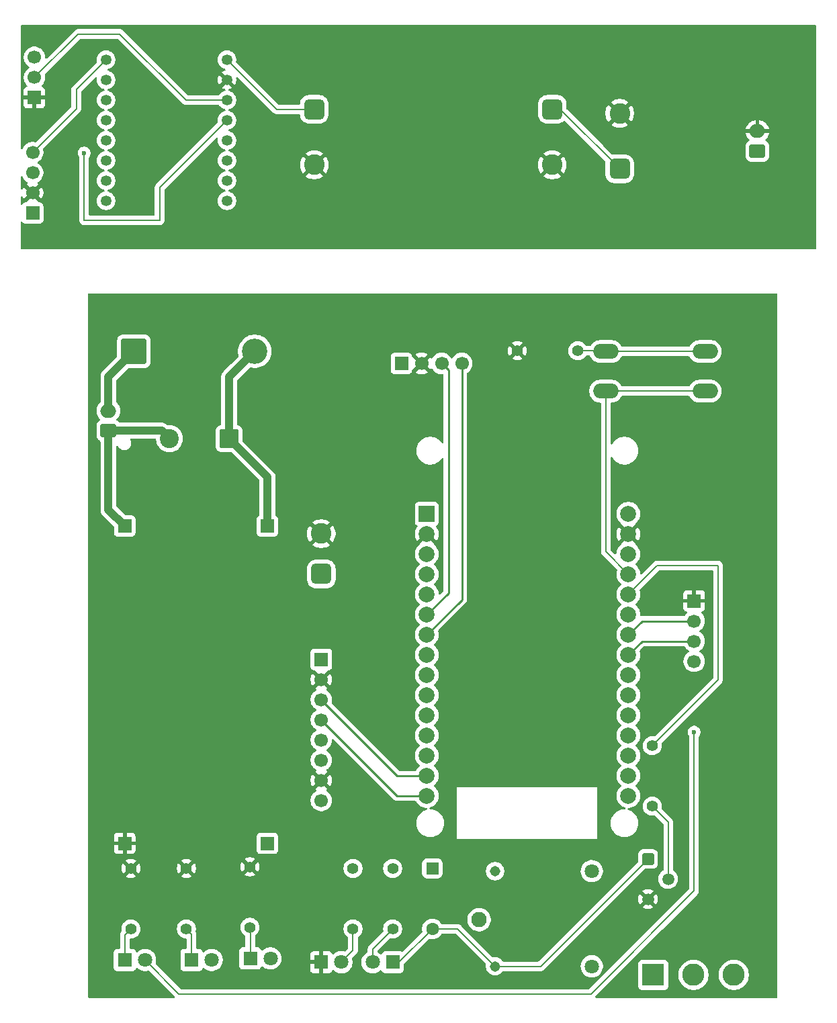
<source format=gbr>
%TF.GenerationSoftware,KiCad,Pcbnew,9.0.4*%
%TF.CreationDate,2025-11-05T17:17:25+05:30*%
%TF.ProjectId,BikeSSv3,42696b65-5353-4763-932e-6b696361645f,rev?*%
%TF.SameCoordinates,Original*%
%TF.FileFunction,Copper,L1,Top*%
%TF.FilePolarity,Positive*%
%FSLAX46Y46*%
G04 Gerber Fmt 4.6, Leading zero omitted, Abs format (unit mm)*
G04 Created by KiCad (PCBNEW 9.0.4) date 2025-11-05 17:17:25*
%MOMM*%
%LPD*%
G01*
G04 APERTURE LIST*
G04 Aperture macros list*
%AMRoundRect*
0 Rectangle with rounded corners*
0 $1 Rounding radius*
0 $2 $3 $4 $5 $6 $7 $8 $9 X,Y pos of 4 corners*
0 Add a 4 corners polygon primitive as box body*
4,1,4,$2,$3,$4,$5,$6,$7,$8,$9,$2,$3,0*
0 Add four circle primitives for the rounded corners*
1,1,$1+$1,$2,$3*
1,1,$1+$1,$4,$5*
1,1,$1+$1,$6,$7*
1,1,$1+$1,$8,$9*
0 Add four rect primitives between the rounded corners*
20,1,$1+$1,$2,$3,$4,$5,0*
20,1,$1+$1,$4,$5,$6,$7,0*
20,1,$1+$1,$6,$7,$8,$9,0*
20,1,$1+$1,$8,$9,$2,$3,0*%
G04 Aperture macros list end*
%TA.AperFunction,ComponentPad*%
%ADD10R,1.700000X1.700000*%
%TD*%
%TA.AperFunction,ComponentPad*%
%ADD11C,1.700000*%
%TD*%
%TA.AperFunction,ComponentPad*%
%ADD12C,1.400000*%
%TD*%
%TA.AperFunction,ComponentPad*%
%ADD13R,1.800000X1.800000*%
%TD*%
%TA.AperFunction,ComponentPad*%
%ADD14C,1.800000*%
%TD*%
%TA.AperFunction,ComponentPad*%
%ADD15RoundRect,0.250000X-0.500000X0.500000X-0.500000X-0.500000X0.500000X-0.500000X0.500000X0.500000X0*%
%TD*%
%TA.AperFunction,ComponentPad*%
%ADD16C,1.500000*%
%TD*%
%TA.AperFunction,ComponentPad*%
%ADD17RoundRect,0.650000X0.650000X-0.650000X0.650000X0.650000X-0.650000X0.650000X-0.650000X-0.650000X0*%
%TD*%
%TA.AperFunction,ComponentPad*%
%ADD18C,2.600000*%
%TD*%
%TA.AperFunction,ComponentPad*%
%ADD19O,3.200000X1.900000*%
%TD*%
%TA.AperFunction,ComponentPad*%
%ADD20R,2.800000X2.800000*%
%TD*%
%TA.AperFunction,ComponentPad*%
%ADD21C,2.800000*%
%TD*%
%TA.AperFunction,ComponentPad*%
%ADD22RoundRect,0.250000X0.750000X-0.600000X0.750000X0.600000X-0.750000X0.600000X-0.750000X-0.600000X0*%
%TD*%
%TA.AperFunction,ComponentPad*%
%ADD23O,2.000000X1.700000*%
%TD*%
%TA.AperFunction,ComponentPad*%
%ADD24RoundRect,0.250000X-1.350000X-1.350000X1.350000X-1.350000X1.350000X1.350000X-1.350000X1.350000X0*%
%TD*%
%TA.AperFunction,ComponentPad*%
%ADD25C,3.200000*%
%TD*%
%TA.AperFunction,ComponentPad*%
%ADD26C,1.308000*%
%TD*%
%TA.AperFunction,ComponentPad*%
%ADD27C,1.950000*%
%TD*%
%TA.AperFunction,ComponentPad*%
%ADD28RoundRect,0.250000X-0.550000X0.550000X-0.550000X-0.550000X0.550000X-0.550000X0.550000X0.550000X0*%
%TD*%
%TA.AperFunction,ComponentPad*%
%ADD29C,1.600000*%
%TD*%
%TA.AperFunction,ComponentPad*%
%ADD30R,2.000000X2.000000*%
%TD*%
%TA.AperFunction,ComponentPad*%
%ADD31C,2.000000*%
%TD*%
%TA.AperFunction,ComponentPad*%
%ADD32C,2.400000*%
%TD*%
%TA.AperFunction,ComponentPad*%
%ADD33RoundRect,0.250001X0.949999X0.949999X-0.949999X0.949999X-0.949999X-0.949999X0.949999X-0.949999X0*%
%TD*%
%TA.AperFunction,ComponentPad*%
%ADD34RoundRect,0.650000X-0.650000X0.650000X-0.650000X-0.650000X0.650000X-0.650000X0.650000X0.650000X0*%
%TD*%
%TA.AperFunction,ComponentPad*%
%ADD35C,1.348000*%
%TD*%
%TA.AperFunction,ViaPad*%
%ADD36C,0.600000*%
%TD*%
%TA.AperFunction,Conductor*%
%ADD37C,0.200000*%
%TD*%
%TA.AperFunction,Conductor*%
%ADD38C,0.250000*%
%TD*%
%TA.AperFunction,Conductor*%
%ADD39C,1.000000*%
%TD*%
G04 APERTURE END LIST*
D10*
%TO.P,J107,1,Pin_1*%
%TO.N,VCC*%
X229980000Y-79525000D03*
D11*
%TO.P,J107,2,Pin_2*%
%TO.N,GND*%
X232520000Y-79525000D03*
%TO.P,J107,3,Pin_3*%
%TO.N,D16*%
X235060000Y-79525000D03*
%TO.P,J107,4,Pin_4*%
%TO.N,D17*%
X237600000Y-79525000D03*
%TD*%
D12*
%TO.P,R103,1*%
%TO.N,Net-(D104-K)*%
X195880000Y-150810000D03*
%TO.P,R103,2*%
%TO.N,GND*%
X195880000Y-143190000D03*
%TD*%
%TO.P,R105,1*%
%TO.N,VCC*%
X228880000Y-143190000D03*
%TO.P,R105,2*%
%TO.N,Net-(D106-A)*%
X228880000Y-150810000D03*
%TD*%
%TO.P,R102,1*%
%TO.N,Net-(D103-K)*%
X210880000Y-150610000D03*
%TO.P,R102,2*%
%TO.N,GND*%
X210880000Y-142990000D03*
%TD*%
D13*
%TO.P,D103,1,K*%
%TO.N,Net-(D103-K)*%
X210930000Y-154525000D03*
D14*
%TO.P,D103,2,A*%
%TO.N,/D33*%
X213470000Y-154525000D03*
%TD*%
D15*
%TO.P,Q101,1,C*%
%TO.N,Net-(D105-A)*%
X261060000Y-141985000D03*
D16*
%TO.P,Q101,2,B*%
%TO.N,Net-(Q101-B)*%
X263600000Y-144525000D03*
%TO.P,Q101,3,E*%
%TO.N,GND*%
X261060000Y-147065000D03*
%TD*%
D10*
%TO.P,J104,1,Pin_1*%
%TO.N,VCC*%
X219880000Y-116840000D03*
D11*
%TO.P,J104,2,Pin_2*%
%TO.N,GND*%
X219880000Y-119380000D03*
%TO.P,J104,3,Pin_3*%
%TO.N,D22*%
X219880000Y-121920000D03*
%TO.P,J104,4,Pin_4*%
%TO.N,D21*%
X219880000Y-124460000D03*
%TO.P,J104,5,Pin_5*%
%TO.N,unconnected-(J104-Pin_5-Pad5)*%
X219880000Y-127000000D03*
%TO.P,J104,6,Pin_6*%
%TO.N,unconnected-(J104-Pin_6-Pad6)*%
X219880000Y-129540000D03*
%TO.P,J104,7,Pin_7*%
%TO.N,GND*%
X219880000Y-132080000D03*
%TO.P,J104,8,Pin_8*%
%TO.N,unconnected-(J104-Pin_8-Pad8)*%
X219880000Y-134620000D03*
%TD*%
D10*
%TO.P,J108,1,Pin_1*%
%TO.N,GND*%
X195100000Y-140025000D03*
%TD*%
D13*
%TO.P,D106,1,K*%
%TO.N,Net-(D105-A)*%
X228880000Y-155000000D03*
D14*
%TO.P,D106,2,A*%
%TO.N,Net-(D106-A)*%
X226340000Y-155000000D03*
%TD*%
D17*
%TO.P,TP101,1,1*%
%TO.N,VCC*%
X219880000Y-106065000D03*
D18*
%TO.P,TP101,2,2*%
%TO.N,GND*%
X219880000Y-100985000D03*
%TD*%
D13*
%TO.P,D107,1,K*%
%TO.N,GND*%
X219880000Y-155000000D03*
D14*
%TO.P,D107,2,A*%
%TO.N,Net-(D107-A)*%
X222420000Y-155000000D03*
%TD*%
D19*
%TO.P,SW102,1,1*%
%TO.N,Net-(R104-Pad2)*%
X255750000Y-78025000D03*
X268250000Y-78025000D03*
%TO.P,SW102,2,2*%
%TO.N,/D12*%
X255750000Y-83025000D03*
X268250000Y-83025000D03*
%TD*%
D10*
%TO.P,J105,1,Pin_1*%
%TO.N,GND*%
X266880000Y-109460000D03*
D11*
%TO.P,J105,2,Pin_2*%
%TO.N,D26*%
X266880000Y-112000000D03*
%TO.P,J105,3,Pin_3*%
%TO.N,D25*%
X266880000Y-114540000D03*
%TO.P,J105,4,Pin_4*%
%TO.N,VCC*%
X266880000Y-117080000D03*
%TD*%
D10*
%TO.P,J106,1,Pin_1*%
%TO.N,/12V-*%
X195100000Y-100025000D03*
%TD*%
D12*
%TO.P,R107,1*%
%TO.N,D14*%
X261600000Y-127715000D03*
%TO.P,R107,2*%
%TO.N,Net-(Q101-B)*%
X261600000Y-135335000D03*
%TD*%
D20*
%TO.P,J112,1,Pin_1*%
%TO.N,/NO*%
X261720000Y-156600000D03*
D21*
%TO.P,J112,2,Pin_2*%
%TO.N,/COM*%
X266800000Y-156600000D03*
%TO.P,J112,3,Pin_3*%
%TO.N,/NC*%
X271880000Y-156600000D03*
%TD*%
D22*
%TO.P,J101,1,Pin_1*%
%TO.N,/12V-*%
X193053674Y-88000000D03*
D23*
%TO.P,J101,2,Pin_2*%
%TO.N,/12V+DI*%
X193053674Y-85500000D03*
%TD*%
D24*
%TO.P,D101,1,K*%
%TO.N,/12V+DI*%
X196260000Y-78000000D03*
D25*
%TO.P,D101,2,A*%
%TO.N,/12V+ DO*%
X211500000Y-78000000D03*
%TD*%
D12*
%TO.P,R104,1*%
%TO.N,GND*%
X244590000Y-77925000D03*
%TO.P,R104,2*%
%TO.N,Net-(R104-Pad2)*%
X252210000Y-77925000D03*
%TD*%
D26*
%TO.P,K101,COIL1*%
%TO.N,VCC*%
X241780000Y-143525000D03*
%TO.P,K101,COIL2*%
%TO.N,Net-(D105-A)*%
X241780000Y-155525000D03*
D27*
%TO.P,K101,COM*%
%TO.N,/COM*%
X239780000Y-149645000D03*
D14*
%TO.P,K101,NC*%
%TO.N,/NC*%
X253980000Y-143525000D03*
%TO.P,K101,NO*%
%TO.N,/NO*%
X253980000Y-155525000D03*
%TD*%
D10*
%TO.P,J103,1,Pin_1*%
%TO.N,VCC*%
X213100000Y-140025000D03*
%TD*%
D28*
%TO.P,D105,1,K*%
%TO.N,VCC*%
X233880000Y-143190000D03*
D29*
%TO.P,D105,2,A*%
%TO.N,Net-(D105-A)*%
X233880000Y-150810000D03*
%TD*%
D13*
%TO.P,D104,1,K*%
%TO.N,Net-(D104-K)*%
X195130000Y-154725000D03*
D14*
%TO.P,D104,2,A*%
%TO.N,/D13*%
X197670000Y-154725000D03*
%TD*%
D13*
%TO.P,D102,1,K*%
%TO.N,Net-(D102-K)*%
X203530000Y-154725000D03*
D14*
%TO.P,D102,2,A*%
%TO.N,/D27*%
X206070000Y-154725000D03*
%TD*%
D12*
%TO.P,R106,1*%
%TO.N,VCC*%
X223880000Y-143190000D03*
%TO.P,R106,2*%
%TO.N,Net-(D107-A)*%
X223880000Y-150810000D03*
%TD*%
%TO.P,R101,1*%
%TO.N,Net-(D102-K)*%
X202880000Y-150810000D03*
%TO.P,R101,2*%
%TO.N,GND*%
X202880000Y-143190000D03*
%TD*%
D30*
%TO.P,U101,1,3V3*%
%TO.N,unconnected-(U101-3V3-Pad1)*%
X233180000Y-98485000D03*
D31*
%TO.P,U101,2,GND*%
%TO.N,GND*%
X233180000Y-101025000D03*
%TO.P,U101,3,D15*%
%TO.N,unconnected-(U101-D15-Pad3)*%
X233180000Y-103565000D03*
%TO.P,U101,4,D2*%
%TO.N,unconnected-(U101-D2-Pad4)*%
X233180000Y-106105000D03*
%TO.P,U101,5,D4*%
%TO.N,unconnected-(U101-D4-Pad5)*%
X233180000Y-108645000D03*
%TO.P,U101,6,RX2*%
%TO.N,D16*%
X233180000Y-111185000D03*
%TO.P,U101,7,TX2*%
%TO.N,D17*%
X233180000Y-113725000D03*
%TO.P,U101,8,D5*%
%TO.N,unconnected-(U101-D5-Pad8)*%
X233180000Y-116265000D03*
%TO.P,U101,9,D18*%
%TO.N,unconnected-(U101-D18-Pad9)*%
X233180000Y-118805000D03*
%TO.P,U101,10,D19*%
%TO.N,unconnected-(U101-D19-Pad10)*%
X233180000Y-121345000D03*
%TO.P,U101,11,D21*%
%TO.N,unconnected-(U101-D21-Pad11)*%
X233180000Y-123885000D03*
%TO.P,U101,12,RX0*%
%TO.N,unconnected-(U101-RX0-Pad12)*%
X233180000Y-126425000D03*
%TO.P,U101,13,TX0*%
%TO.N,unconnected-(U101-TX0-Pad13)*%
X233180000Y-128965000D03*
%TO.P,U101,14,D22*%
%TO.N,D22*%
X233180000Y-131505000D03*
%TO.P,U101,15,D23*%
%TO.N,D21*%
X233180000Y-134045000D03*
%TO.P,U101,16,EN*%
%TO.N,unconnected-(U101-EN-Pad16)*%
X258580000Y-134045000D03*
%TO.P,U101,17,VP*%
%TO.N,unconnected-(U101-VP-Pad17)*%
X258580000Y-131505000D03*
%TO.P,U101,18,VN*%
%TO.N,unconnected-(U101-VN-Pad18)*%
X258580000Y-128965000D03*
%TO.P,U101,19,D34*%
%TO.N,unconnected-(U101-D34-Pad19)*%
X258580000Y-126425000D03*
%TO.P,U101,20,D35*%
%TO.N,unconnected-(U101-D35-Pad20)*%
X258580000Y-123885000D03*
%TO.P,U101,21,D32*%
%TO.N,unconnected-(U101-D32-Pad21)*%
X258580000Y-121345000D03*
%TO.P,U101,22,D33*%
%TO.N,/D33*%
X258580000Y-118805000D03*
%TO.P,U101,23,D25*%
%TO.N,D25*%
X258580000Y-116265000D03*
%TO.P,U101,24,D26*%
%TO.N,D26*%
X258580000Y-113725000D03*
%TO.P,U101,25,D27*%
%TO.N,/D27*%
X258580000Y-111185000D03*
%TO.P,U101,26,D14*%
%TO.N,D14*%
X258580000Y-108645000D03*
%TO.P,U101,27,D12*%
%TO.N,/D12*%
X258580000Y-106105000D03*
%TO.P,U101,28,D13*%
%TO.N,/D13*%
X258580000Y-103565000D03*
%TO.P,U101,29,GND*%
%TO.N,GND*%
X258580000Y-101025000D03*
%TO.P,U101,30,VIN*%
%TO.N,VCC*%
X258580000Y-98485000D03*
%TD*%
D10*
%TO.P,J102,1,Pin_1*%
%TO.N,/12V+ DO*%
X213100000Y-100025000D03*
%TD*%
D32*
%TO.P,C101,2*%
%TO.N,/12V-*%
X200752651Y-89000000D03*
D33*
%TO.P,C101,1*%
%TO.N,/12V+ DO*%
X208252651Y-89000000D03*
%TD*%
D11*
%TO.P,J109,4,Pin_4*%
%TO.N,/5*%
X183500000Y-52960000D03*
%TO.P,J109,3,Pin_3*%
%TO.N,unconnected-(J109-Pin_3-Pad3)*%
X183500000Y-55500000D03*
%TO.P,J109,2,Pin_2*%
%TO.N,/GNDs*%
X183500000Y-58040000D03*
D10*
%TO.P,J109,1,Pin_1*%
%TO.N,/VCCb*%
X183500000Y-60580000D03*
%TD*%
D18*
%TO.P,TP102,2,2*%
%TO.N,/GNDs*%
X257500000Y-48000000D03*
D17*
%TO.P,TP102,1,1*%
%TO.N,/VCCs*%
X257500000Y-55000000D03*
%TD*%
D11*
%TO.P,J110,3,Pin_3*%
%TO.N,/4*%
X183725000Y-40945000D03*
%TO.P,J110,2,Pin_2*%
%TO.N,/3.3V*%
X183725000Y-43485000D03*
D10*
%TO.P,J110,1,Pin_1*%
%TO.N,/GNDs*%
X183725000Y-46025000D03*
%TD*%
D18*
%TO.P,TP104,2,2*%
%TO.N,/GNDs*%
X249000000Y-54500000D03*
D34*
%TO.P,TP104,1,1*%
%TO.N,/VCCs*%
X249000000Y-47500000D03*
%TD*%
D18*
%TO.P,TP105,2,2*%
%TO.N,/GNDs*%
X219000000Y-54500000D03*
D34*
%TO.P,TP105,1,1*%
%TO.N,/VCCb*%
X219000000Y-47500000D03*
%TD*%
D23*
%TO.P,J111,2,Pin_2*%
%TO.N,/GNDs*%
X274850000Y-50250000D03*
D22*
%TO.P,J111,1,Pin_1*%
%TO.N,/VCCs*%
X274850000Y-52750000D03*
%TD*%
D35*
%TO.P,U102,G,GND*%
%TO.N,/GNDs*%
X207990000Y-43790000D03*
%TO.P,U102,21,GPIO21*%
%TO.N,unconnected-(U102-GPIO21-Pad21)*%
X192750000Y-59030000D03*
%TO.P,U102,20,GPIO20*%
%TO.N,unconnected-(U102-GPIO20-Pad20)*%
X192750000Y-56490000D03*
%TO.P,U102,10,GPIO10*%
%TO.N,unconnected-(U102-GPIO10-Pad10)*%
X192750000Y-53950000D03*
%TO.P,U102,9,GPIO9*%
%TO.N,unconnected-(U102-GPIO9-Pad9)*%
X192750000Y-51410000D03*
%TO.P,U102,8,GPIO8*%
%TO.N,unconnected-(U102-GPIO8-Pad8)*%
X192750000Y-48870000D03*
%TO.P,U102,7,GPIO7*%
%TO.N,unconnected-(U102-GPIO7-Pad7)*%
X192750000Y-46330000D03*
%TO.P,U102,6,GPIO6*%
%TO.N,unconnected-(U102-GPIO6-Pad6)*%
X192750000Y-43790000D03*
%TO.P,U102,5V,5V*%
%TO.N,/VCCb*%
X207990000Y-41250000D03*
%TO.P,U102,5,GPIO5*%
%TO.N,/5*%
X192750000Y-41250000D03*
%TO.P,U102,4,GPIO4*%
%TO.N,/4*%
X207990000Y-48870000D03*
%TO.P,U102,3.3,3V3*%
%TO.N,/3.3V*%
X207990000Y-46330000D03*
%TO.P,U102,3,GPIO3*%
%TO.N,unconnected-(U102-GPIO3-Pad3)*%
X207990000Y-51410000D03*
%TO.P,U102,2,GPIO2*%
%TO.N,unconnected-(U102-GPIO2-Pad2)*%
X207990000Y-53950000D03*
%TO.P,U102,1,GPIO1*%
%TO.N,unconnected-(U102-GPIO1-Pad1)*%
X207990000Y-56490000D03*
%TO.P,U102,0,GPIO0*%
%TO.N,unconnected-(U102-GPIO0-Pad0)*%
X207990000Y-59030000D03*
%TD*%
D36*
%TO.N,/D13*%
X266880000Y-126000000D03*
%TO.N,/4*%
X190000000Y-53000000D03*
%TD*%
D37*
%TO.N,/D12*%
X258580000Y-106105000D02*
X255750000Y-103275000D01*
D38*
%TO.N,D25*%
X266880000Y-114540000D02*
X260305000Y-114540000D01*
%TO.N,D16*%
X235060000Y-79525000D02*
X235910000Y-80375000D01*
X235910000Y-80375000D02*
X235910000Y-108455000D01*
D37*
%TO.N,/D12*%
X255750000Y-103275000D02*
X255750000Y-83025000D01*
%TO.N,Net-(D105-A)*%
X229690000Y-155000000D02*
X233880000Y-150810000D01*
X233880000Y-150810000D02*
X237065000Y-150810000D01*
D38*
%TO.N,D25*%
X260305000Y-114540000D02*
X258580000Y-116265000D01*
D37*
%TO.N,Net-(D105-A)*%
X237065000Y-150810000D02*
X241780000Y-155525000D01*
%TO.N,/D12*%
X255750000Y-83025000D02*
X268250000Y-83025000D01*
D38*
%TO.N,D16*%
X235910000Y-108455000D02*
X233180000Y-111185000D01*
D37*
%TO.N,Net-(D105-A)*%
X228880000Y-155000000D02*
X229690000Y-155000000D01*
%TO.N,Net-(D102-K)*%
X203530000Y-151460000D02*
X202880000Y-150810000D01*
D39*
%TO.N,/12V-*%
X200752651Y-89000000D02*
X199752651Y-88000000D01*
X199752651Y-88000000D02*
X193053674Y-88000000D01*
X195100000Y-100025000D02*
X193053674Y-97978674D01*
X193053674Y-97978674D02*
X193053674Y-88000000D01*
%TO.N,/12V+ DO*%
X213100000Y-93847349D02*
X208252651Y-89000000D01*
D37*
%TO.N,Net-(D102-K)*%
X203530000Y-154725000D02*
X203530000Y-151460000D01*
D39*
%TO.N,/12V+ DO*%
X208252651Y-89000000D02*
X208252651Y-81247349D01*
X213100000Y-100025000D02*
X213100000Y-93847349D01*
X208252651Y-81247349D02*
X211500000Y-78000000D01*
%TO.N,/12V+DI*%
X193053674Y-85500000D02*
X193053674Y-81206326D01*
X193053674Y-81206326D02*
X196260000Y-78000000D01*
D37*
%TO.N,Net-(D104-K)*%
X195130000Y-154725000D02*
X195130000Y-151560000D01*
X195130000Y-151560000D02*
X195880000Y-150810000D01*
%TO.N,/D13*%
X253880000Y-159000000D02*
X266880000Y-146000000D01*
X266880000Y-146000000D02*
X266880000Y-127000000D01*
X201945000Y-159000000D02*
X253880000Y-159000000D01*
X197670000Y-154725000D02*
X201945000Y-159000000D01*
X266880000Y-127000000D02*
X266880000Y-126000000D01*
D38*
%TO.N,D17*%
X237600000Y-109305000D02*
X233180000Y-113725000D01*
D37*
%TO.N,Net-(R104-Pad2)*%
X255650000Y-77925000D02*
X255750000Y-78025000D01*
X252210000Y-77925000D02*
X255650000Y-77925000D01*
D38*
%TO.N,D26*%
X260305000Y-112000000D02*
X258580000Y-113725000D01*
D37*
%TO.N,Net-(D106-A)*%
X226340000Y-155000000D02*
X226340000Y-153350000D01*
X226340000Y-153350000D02*
X228880000Y-150810000D01*
%TO.N,Net-(D103-K)*%
X210930000Y-154525000D02*
X210930000Y-150660000D01*
D38*
%TO.N,D17*%
X237600000Y-79525000D02*
X237600000Y-109305000D01*
D37*
%TO.N,Net-(R104-Pad2)*%
X255750000Y-78025000D02*
X268250000Y-78025000D01*
D38*
%TO.N,D26*%
X266880000Y-112000000D02*
X260305000Y-112000000D01*
D37*
%TO.N,Net-(D103-K)*%
X210930000Y-150660000D02*
X210880000Y-150610000D01*
%TO.N,Net-(Q101-B)*%
X263600000Y-137335000D02*
X263600000Y-144525000D01*
%TO.N,D14*%
X261600000Y-127715000D02*
X269880000Y-119435000D01*
X269880000Y-105000000D02*
X262225000Y-105000000D01*
X262225000Y-105000000D02*
X258580000Y-108645000D01*
%TO.N,Net-(Q101-B)*%
X261600000Y-135335000D02*
X263600000Y-137335000D01*
%TO.N,D14*%
X269880000Y-119435000D02*
X269880000Y-105000000D01*
D38*
%TO.N,D22*%
X219880000Y-121920000D02*
X229465000Y-131505000D01*
%TO.N,D21*%
X219880000Y-124460000D02*
X229465000Y-134045000D01*
%TO.N,D22*%
X229465000Y-131505000D02*
X233180000Y-131505000D01*
%TO.N,D21*%
X229465000Y-134045000D02*
X233180000Y-134045000D01*
D37*
%TO.N,Net-(D107-A)*%
X223880000Y-153540000D02*
X223880000Y-150810000D01*
%TO.N,Net-(D105-A)*%
X247520000Y-155525000D02*
X261060000Y-141985000D01*
X241780000Y-155525000D02*
X247520000Y-155525000D01*
%TO.N,Net-(D107-A)*%
X222420000Y-155000000D02*
X223880000Y-153540000D01*
%TO.N,/5*%
X189000000Y-45000000D02*
X189000000Y-47460000D01*
X192750000Y-41250000D02*
X189000000Y-45000000D01*
X183500000Y-52960000D02*
X189000000Y-47460000D01*
%TO.N,/4*%
X199500000Y-61500000D02*
X190000000Y-61500000D01*
%TO.N,/VCCb*%
X214240000Y-47500000D02*
X207990000Y-41250000D01*
%TO.N,/3.3V*%
X194500000Y-38000000D02*
X189210000Y-38000000D01*
X207990000Y-46330000D02*
X202830000Y-46330000D01*
X189210000Y-38000000D02*
X183725000Y-43485000D01*
%TO.N,/VCCs*%
X250000000Y-47500000D02*
X249000000Y-47500000D01*
X257500000Y-55000000D02*
X250000000Y-47500000D01*
%TO.N,/4*%
X207990000Y-48870000D02*
X199500000Y-57360000D01*
%TO.N,/VCCb*%
X219000000Y-47500000D02*
X214240000Y-47500000D01*
%TO.N,/3.3V*%
X202830000Y-46330000D02*
X194500000Y-38000000D01*
%TO.N,/4*%
X199500000Y-57360000D02*
X199500000Y-61500000D01*
X190000000Y-61500000D02*
X190000000Y-53000000D01*
%TD*%
%TA.AperFunction,Conductor*%
%TO.N,GND*%
G36*
X277322539Y-70725185D02*
G01*
X277368294Y-70777989D01*
X277379500Y-70829500D01*
X277379500Y-159375500D01*
X277359815Y-159442539D01*
X277307011Y-159488294D01*
X277255500Y-159499500D01*
X254529096Y-159499500D01*
X254462057Y-159479815D01*
X254416302Y-159427011D01*
X254406358Y-159357853D01*
X254435383Y-159294297D01*
X254441415Y-159287819D01*
X258577099Y-155152135D01*
X259819500Y-155152135D01*
X259819500Y-158047870D01*
X259819501Y-158047876D01*
X259825908Y-158107483D01*
X259876202Y-158242328D01*
X259876206Y-158242335D01*
X259962452Y-158357544D01*
X259962455Y-158357547D01*
X260077664Y-158443793D01*
X260077671Y-158443797D01*
X260212517Y-158494091D01*
X260212516Y-158494091D01*
X260219444Y-158494835D01*
X260272127Y-158500500D01*
X263167872Y-158500499D01*
X263227483Y-158494091D01*
X263362331Y-158443796D01*
X263477546Y-158357546D01*
X263563796Y-158242331D01*
X263614091Y-158107483D01*
X263620500Y-158047873D01*
X263620499Y-156475441D01*
X264899500Y-156475441D01*
X264899500Y-156724558D01*
X264899501Y-156724575D01*
X264932017Y-156971561D01*
X264996498Y-157212207D01*
X265091830Y-157442361D01*
X265091837Y-157442376D01*
X265216400Y-157658126D01*
X265368060Y-157855774D01*
X265368066Y-157855781D01*
X265544218Y-158031933D01*
X265544225Y-158031939D01*
X265741873Y-158183599D01*
X265957623Y-158308162D01*
X265957638Y-158308169D01*
X266056825Y-158349253D01*
X266187793Y-158403502D01*
X266428435Y-158467982D01*
X266675435Y-158500500D01*
X266675442Y-158500500D01*
X266924558Y-158500500D01*
X266924565Y-158500500D01*
X267171565Y-158467982D01*
X267412207Y-158403502D01*
X267642373Y-158308164D01*
X267858127Y-158183599D01*
X268055776Y-158031938D01*
X268231938Y-157855776D01*
X268383599Y-157658127D01*
X268508164Y-157442373D01*
X268603502Y-157212207D01*
X268667982Y-156971565D01*
X268700500Y-156724565D01*
X268700500Y-156475441D01*
X269979500Y-156475441D01*
X269979500Y-156724558D01*
X269979501Y-156724575D01*
X270012017Y-156971561D01*
X270076498Y-157212207D01*
X270171830Y-157442361D01*
X270171837Y-157442376D01*
X270296400Y-157658126D01*
X270448060Y-157855774D01*
X270448066Y-157855781D01*
X270624218Y-158031933D01*
X270624225Y-158031939D01*
X270821873Y-158183599D01*
X271037623Y-158308162D01*
X271037638Y-158308169D01*
X271136825Y-158349253D01*
X271267793Y-158403502D01*
X271508435Y-158467982D01*
X271755435Y-158500500D01*
X271755442Y-158500500D01*
X272004558Y-158500500D01*
X272004565Y-158500500D01*
X272251565Y-158467982D01*
X272492207Y-158403502D01*
X272722373Y-158308164D01*
X272938127Y-158183599D01*
X273135776Y-158031938D01*
X273311938Y-157855776D01*
X273463599Y-157658127D01*
X273588164Y-157442373D01*
X273683502Y-157212207D01*
X273747982Y-156971565D01*
X273780500Y-156724565D01*
X273780500Y-156475435D01*
X273747982Y-156228435D01*
X273683502Y-155987793D01*
X273611632Y-155814284D01*
X273588169Y-155757638D01*
X273588162Y-155757623D01*
X273463599Y-155541873D01*
X273311939Y-155344225D01*
X273311933Y-155344218D01*
X273135781Y-155168066D01*
X273135774Y-155168060D01*
X272938126Y-155016400D01*
X272722376Y-154891837D01*
X272722361Y-154891830D01*
X272492207Y-154796498D01*
X272404108Y-154772892D01*
X272251565Y-154732018D01*
X272251564Y-154732017D01*
X272251561Y-154732017D01*
X272004575Y-154699501D01*
X272004570Y-154699500D01*
X272004565Y-154699500D01*
X271755435Y-154699500D01*
X271755429Y-154699500D01*
X271755424Y-154699501D01*
X271508438Y-154732017D01*
X271267792Y-154796498D01*
X271037638Y-154891830D01*
X271037623Y-154891837D01*
X270821873Y-155016400D01*
X270624225Y-155168060D01*
X270624218Y-155168066D01*
X270448066Y-155344218D01*
X270448060Y-155344225D01*
X270296400Y-155541873D01*
X270171837Y-155757623D01*
X270171830Y-155757638D01*
X270076498Y-155987792D01*
X270012017Y-156228438D01*
X269979501Y-156475424D01*
X269979500Y-156475441D01*
X268700500Y-156475441D01*
X268700500Y-156475435D01*
X268667982Y-156228435D01*
X268603502Y-155987793D01*
X268531632Y-155814284D01*
X268508169Y-155757638D01*
X268508162Y-155757623D01*
X268383599Y-155541873D01*
X268231939Y-155344225D01*
X268231933Y-155344218D01*
X268055781Y-155168066D01*
X268055774Y-155168060D01*
X267858126Y-155016400D01*
X267642376Y-154891837D01*
X267642361Y-154891830D01*
X267412207Y-154796498D01*
X267324108Y-154772892D01*
X267171565Y-154732018D01*
X267171564Y-154732017D01*
X267171561Y-154732017D01*
X266924575Y-154699501D01*
X266924570Y-154699500D01*
X266924565Y-154699500D01*
X266675435Y-154699500D01*
X266675429Y-154699500D01*
X266675424Y-154699501D01*
X266428438Y-154732017D01*
X266187792Y-154796498D01*
X265957638Y-154891830D01*
X265957623Y-154891837D01*
X265741873Y-155016400D01*
X265544225Y-155168060D01*
X265544218Y-155168066D01*
X265368066Y-155344218D01*
X265368060Y-155344225D01*
X265216400Y-155541873D01*
X265091837Y-155757623D01*
X265091830Y-155757638D01*
X264996498Y-155987792D01*
X264932017Y-156228438D01*
X264899501Y-156475424D01*
X264899500Y-156475441D01*
X263620499Y-156475441D01*
X263620499Y-155152128D01*
X263614091Y-155092517D01*
X263599334Y-155052952D01*
X263563797Y-154957671D01*
X263563793Y-154957664D01*
X263477547Y-154842455D01*
X263477544Y-154842452D01*
X263362335Y-154756206D01*
X263362328Y-154756202D01*
X263227482Y-154705908D01*
X263227483Y-154705908D01*
X263167883Y-154699501D01*
X263167881Y-154699500D01*
X263167873Y-154699500D01*
X263167864Y-154699500D01*
X260272129Y-154699500D01*
X260272123Y-154699501D01*
X260212516Y-154705908D01*
X260077671Y-154756202D01*
X260077664Y-154756206D01*
X259962455Y-154842452D01*
X259962452Y-154842455D01*
X259876206Y-154957664D01*
X259876202Y-154957671D01*
X259825908Y-155092517D01*
X259820552Y-155142342D01*
X259819501Y-155152123D01*
X259819500Y-155152135D01*
X258577099Y-155152135D01*
X258668109Y-155061125D01*
X262838116Y-150891118D01*
X267248713Y-146480521D01*
X267248716Y-146480520D01*
X267360520Y-146368716D01*
X267410639Y-146281904D01*
X267439577Y-146231785D01*
X267480500Y-146079058D01*
X267480500Y-145920943D01*
X267480500Y-126920943D01*
X267480500Y-126579765D01*
X267500185Y-126512726D01*
X267501398Y-126510874D01*
X267589390Y-126379185D01*
X267589390Y-126379184D01*
X267589394Y-126379179D01*
X267649737Y-126233497D01*
X267680500Y-126078842D01*
X267680500Y-125921158D01*
X267680500Y-125921155D01*
X267680499Y-125921153D01*
X267649738Y-125766510D01*
X267649737Y-125766503D01*
X267642256Y-125748443D01*
X267589397Y-125620827D01*
X267589390Y-125620814D01*
X267501789Y-125489711D01*
X267501786Y-125489707D01*
X267390292Y-125378213D01*
X267390288Y-125378210D01*
X267259185Y-125290609D01*
X267259172Y-125290602D01*
X267113501Y-125230264D01*
X267113489Y-125230261D01*
X266958845Y-125199500D01*
X266958842Y-125199500D01*
X266801158Y-125199500D01*
X266801155Y-125199500D01*
X266646510Y-125230261D01*
X266646498Y-125230264D01*
X266500827Y-125290602D01*
X266500814Y-125290609D01*
X266369711Y-125378210D01*
X266369707Y-125378213D01*
X266258213Y-125489707D01*
X266258210Y-125489711D01*
X266170609Y-125620814D01*
X266170602Y-125620827D01*
X266110264Y-125766498D01*
X266110261Y-125766510D01*
X266079500Y-125921153D01*
X266079500Y-126078846D01*
X266110261Y-126233489D01*
X266110264Y-126233501D01*
X266170602Y-126379172D01*
X266170609Y-126379185D01*
X266258602Y-126510874D01*
X266279480Y-126577551D01*
X266279500Y-126579765D01*
X266279500Y-145699903D01*
X266259815Y-145766942D01*
X266243181Y-145787584D01*
X253667584Y-158363181D01*
X253606261Y-158396666D01*
X253579903Y-158399500D01*
X202245097Y-158399500D01*
X202178058Y-158379815D01*
X202157416Y-158363181D01*
X199043438Y-155249203D01*
X199009953Y-155187880D01*
X199013187Y-155123205D01*
X199036015Y-155052951D01*
X199070500Y-154835222D01*
X199070500Y-154614778D01*
X199036015Y-154397049D01*
X198980798Y-154227105D01*
X198967896Y-154187396D01*
X198967895Y-154187393D01*
X198917065Y-154087636D01*
X198867815Y-153990978D01*
X198829020Y-153937581D01*
X198738247Y-153812641D01*
X198738243Y-153812636D01*
X198582363Y-153656756D01*
X198582358Y-153656752D01*
X198404025Y-153527187D01*
X198404024Y-153527186D01*
X198404022Y-153527185D01*
X198286791Y-153467452D01*
X198207606Y-153427104D01*
X198207603Y-153427103D01*
X197997952Y-153358985D01*
X197889086Y-153341742D01*
X197780222Y-153324500D01*
X197559778Y-153324500D01*
X197487201Y-153335995D01*
X197342047Y-153358985D01*
X197132396Y-153427103D01*
X197132393Y-153427104D01*
X196935974Y-153527187D01*
X196757641Y-153656752D01*
X196757636Y-153656756D01*
X196707463Y-153706929D01*
X196646140Y-153740413D01*
X196576448Y-153735428D01*
X196520515Y-153693557D01*
X196503601Y-153662580D01*
X196473797Y-153582671D01*
X196473793Y-153582664D01*
X196387547Y-153467455D01*
X196387544Y-153467452D01*
X196272335Y-153381206D01*
X196272328Y-153381202D01*
X196137482Y-153330908D01*
X196137483Y-153330908D01*
X196077883Y-153324501D01*
X196077881Y-153324500D01*
X196077873Y-153324500D01*
X196077865Y-153324500D01*
X195854500Y-153324500D01*
X195787461Y-153304815D01*
X195741706Y-153252011D01*
X195730500Y-153200500D01*
X195730500Y-152134500D01*
X195750185Y-152067461D01*
X195802989Y-152021706D01*
X195854500Y-152010500D01*
X195974486Y-152010500D01*
X196161118Y-151980940D01*
X196191753Y-151970986D01*
X196340832Y-151922547D01*
X196509199Y-151836760D01*
X196662073Y-151725690D01*
X196795690Y-151592073D01*
X196906760Y-151439199D01*
X196992547Y-151270832D01*
X197050940Y-151091118D01*
X197054153Y-151070832D01*
X197080500Y-150904486D01*
X197080500Y-150715513D01*
X201679500Y-150715513D01*
X201679500Y-150904486D01*
X201709059Y-151091118D01*
X201767454Y-151270836D01*
X201829229Y-151392075D01*
X201853240Y-151439199D01*
X201964310Y-151592073D01*
X202097927Y-151725690D01*
X202250801Y-151836760D01*
X202284150Y-151853752D01*
X202419163Y-151922545D01*
X202419165Y-151922545D01*
X202419168Y-151922547D01*
X202515497Y-151953846D01*
X202598881Y-151980940D01*
X202785514Y-152010500D01*
X202785519Y-152010500D01*
X202805500Y-152010500D01*
X202872539Y-152030185D01*
X202918294Y-152082989D01*
X202929500Y-152134500D01*
X202929500Y-153200500D01*
X202909815Y-153267539D01*
X202857011Y-153313294D01*
X202805501Y-153324500D01*
X202582130Y-153324500D01*
X202582123Y-153324501D01*
X202522516Y-153330908D01*
X202387671Y-153381202D01*
X202387664Y-153381206D01*
X202272455Y-153467452D01*
X202272452Y-153467455D01*
X202186206Y-153582664D01*
X202186202Y-153582671D01*
X202135908Y-153717517D01*
X202129501Y-153777116D01*
X202129500Y-153777135D01*
X202129500Y-155672870D01*
X202129501Y-155672876D01*
X202135908Y-155732483D01*
X202186202Y-155867328D01*
X202186206Y-155867335D01*
X202272452Y-155982544D01*
X202272455Y-155982547D01*
X202387664Y-156068793D01*
X202387671Y-156068797D01*
X202522517Y-156119091D01*
X202522516Y-156119091D01*
X202529444Y-156119835D01*
X202582127Y-156125500D01*
X204477872Y-156125499D01*
X204537483Y-156119091D01*
X204672331Y-156068796D01*
X204787546Y-155982546D01*
X204873796Y-155867331D01*
X204879159Y-155852952D01*
X204903601Y-155787420D01*
X204945471Y-155731486D01*
X205010936Y-155707068D01*
X205079209Y-155721919D01*
X205107464Y-155743071D01*
X205157636Y-155793243D01*
X205157641Y-155793247D01*
X205281875Y-155883507D01*
X205335978Y-155922815D01*
X205457209Y-155984586D01*
X205532393Y-156022895D01*
X205532396Y-156022896D01*
X205599525Y-156044707D01*
X205742049Y-156091015D01*
X205959778Y-156125500D01*
X205959779Y-156125500D01*
X206180221Y-156125500D01*
X206180222Y-156125500D01*
X206397951Y-156091015D01*
X206607606Y-156022895D01*
X206804022Y-155922815D01*
X206982365Y-155793242D01*
X207138242Y-155637365D01*
X207267815Y-155459022D01*
X207367895Y-155262606D01*
X207369060Y-155259022D01*
X207389708Y-155195472D01*
X207436015Y-155052951D01*
X207470500Y-154835222D01*
X207470500Y-154614778D01*
X207436015Y-154397049D01*
X207380798Y-154227105D01*
X207367896Y-154187396D01*
X207367895Y-154187393D01*
X207317065Y-154087636D01*
X207267815Y-153990978D01*
X207229020Y-153937581D01*
X207138247Y-153812641D01*
X207138243Y-153812636D01*
X206982363Y-153656756D01*
X206982358Y-153656752D01*
X206872773Y-153577135D01*
X209529500Y-153577135D01*
X209529500Y-155472870D01*
X209529501Y-155472876D01*
X209535908Y-155532483D01*
X209586202Y-155667328D01*
X209586206Y-155667335D01*
X209672452Y-155782544D01*
X209672455Y-155782547D01*
X209787664Y-155868793D01*
X209787671Y-155868797D01*
X209922517Y-155919091D01*
X209922516Y-155919091D01*
X209929444Y-155919835D01*
X209982127Y-155925500D01*
X211877872Y-155925499D01*
X211937483Y-155919091D01*
X212072331Y-155868796D01*
X212187546Y-155782546D01*
X212273796Y-155667331D01*
X212292993Y-155615861D01*
X212303601Y-155587420D01*
X212345471Y-155531486D01*
X212410936Y-155507068D01*
X212479209Y-155521919D01*
X212507464Y-155543071D01*
X212557636Y-155593243D01*
X212557641Y-155593247D01*
X212618365Y-155637365D01*
X212735978Y-155722815D01*
X212862771Y-155787420D01*
X212932393Y-155822895D01*
X212932396Y-155822896D01*
X213024898Y-155852951D01*
X213142049Y-155891015D01*
X213359778Y-155925500D01*
X213359779Y-155925500D01*
X213580221Y-155925500D01*
X213580222Y-155925500D01*
X213797951Y-155891015D01*
X214007606Y-155822895D01*
X214204022Y-155722815D01*
X214382365Y-155593242D01*
X214538242Y-155437365D01*
X214667815Y-155259022D01*
X214704064Y-155187880D01*
X214727268Y-155142342D01*
X214767895Y-155062606D01*
X214767896Y-155062603D01*
X214801990Y-154957671D01*
X214836015Y-154852951D01*
X214870500Y-154635222D01*
X214870500Y-154414778D01*
X214836015Y-154197049D01*
X214832332Y-154185713D01*
X214800314Y-154087168D01*
X214788938Y-154052155D01*
X218480000Y-154052155D01*
X218480000Y-154750000D01*
X219504722Y-154750000D01*
X219460667Y-154826306D01*
X219430000Y-154940756D01*
X219430000Y-155059244D01*
X219460667Y-155173694D01*
X219504722Y-155250000D01*
X218480000Y-155250000D01*
X218480000Y-155947844D01*
X218486401Y-156007372D01*
X218486403Y-156007379D01*
X218536645Y-156142086D01*
X218536649Y-156142093D01*
X218622809Y-156257187D01*
X218622812Y-156257190D01*
X218737906Y-156343350D01*
X218737913Y-156343354D01*
X218872620Y-156393596D01*
X218872627Y-156393598D01*
X218932155Y-156399999D01*
X218932172Y-156400000D01*
X219630000Y-156400000D01*
X219630000Y-155375277D01*
X219706306Y-155419333D01*
X219820756Y-155450000D01*
X219939244Y-155450000D01*
X220053694Y-155419333D01*
X220130000Y-155375277D01*
X220130000Y-156400000D01*
X220827828Y-156400000D01*
X220827844Y-156399999D01*
X220887372Y-156393598D01*
X220887379Y-156393596D01*
X221022086Y-156343354D01*
X221022093Y-156343350D01*
X221137187Y-156257190D01*
X221137190Y-156257187D01*
X221223350Y-156142093D01*
X221223354Y-156142086D01*
X221253213Y-156062031D01*
X221295084Y-156006097D01*
X221360548Y-155981680D01*
X221428821Y-155996531D01*
X221457076Y-156017683D01*
X221507636Y-156068243D01*
X221507641Y-156068247D01*
X221609606Y-156142328D01*
X221685978Y-156197815D01*
X221806102Y-156259022D01*
X221882393Y-156297895D01*
X221882396Y-156297896D01*
X221987221Y-156331955D01*
X222092049Y-156366015D01*
X222309778Y-156400500D01*
X222309779Y-156400500D01*
X222530221Y-156400500D01*
X222530222Y-156400500D01*
X222747951Y-156366015D01*
X222957606Y-156297895D01*
X223154022Y-156197815D01*
X223332365Y-156068242D01*
X223488242Y-155912365D01*
X223617815Y-155734022D01*
X223717895Y-155537606D01*
X223786015Y-155327951D01*
X223820500Y-155110222D01*
X223820500Y-154889778D01*
X224939500Y-154889778D01*
X224939500Y-155110222D01*
X224946138Y-155152135D01*
X224973985Y-155327952D01*
X225042103Y-155537603D01*
X225042104Y-155537606D01*
X225092934Y-155637363D01*
X225136473Y-155722812D01*
X225142187Y-155734025D01*
X225271752Y-155912358D01*
X225271756Y-155912363D01*
X225427636Y-156068243D01*
X225427641Y-156068247D01*
X225529606Y-156142328D01*
X225605978Y-156197815D01*
X225726102Y-156259022D01*
X225802393Y-156297895D01*
X225802396Y-156297896D01*
X225907221Y-156331955D01*
X226012049Y-156366015D01*
X226229778Y-156400500D01*
X226229779Y-156400500D01*
X226450221Y-156400500D01*
X226450222Y-156400500D01*
X226667951Y-156366015D01*
X226877606Y-156297895D01*
X227074022Y-156197815D01*
X227252365Y-156068242D01*
X227302536Y-156018070D01*
X227363857Y-155984586D01*
X227433548Y-155989570D01*
X227489482Y-156031441D01*
X227506398Y-156062419D01*
X227536202Y-156142328D01*
X227536206Y-156142335D01*
X227622452Y-156257544D01*
X227622455Y-156257547D01*
X227737664Y-156343793D01*
X227737671Y-156343797D01*
X227872517Y-156394091D01*
X227872516Y-156394091D01*
X227879444Y-156394835D01*
X227932127Y-156400500D01*
X229827872Y-156400499D01*
X229887483Y-156394091D01*
X230022331Y-156343796D01*
X230137546Y-156257546D01*
X230223796Y-156142331D01*
X230274091Y-156007483D01*
X230280500Y-155947873D01*
X230280499Y-155310095D01*
X230300183Y-155243057D01*
X230316813Y-155222420D01*
X233435158Y-152104075D01*
X233496479Y-152070592D01*
X233561151Y-152073825D01*
X233575466Y-152078477D01*
X233777648Y-152110500D01*
X233777649Y-152110500D01*
X233982351Y-152110500D01*
X233982352Y-152110500D01*
X234184534Y-152078477D01*
X234379219Y-152015220D01*
X234561610Y-151922287D01*
X234679330Y-151836759D01*
X234727213Y-151801971D01*
X234727215Y-151801968D01*
X234727219Y-151801966D01*
X234871966Y-151657219D01*
X234871968Y-151657215D01*
X234871971Y-151657213D01*
X234992284Y-151491614D01*
X234992283Y-151491614D01*
X234992287Y-151491610D01*
X234999117Y-151478204D01*
X235047091Y-151427409D01*
X235109602Y-151410500D01*
X236764903Y-151410500D01*
X236831942Y-151430185D01*
X236852584Y-151446819D01*
X240610139Y-155204374D01*
X240643624Y-155265697D01*
X240644931Y-155311452D01*
X240627845Y-155419333D01*
X240625500Y-155434139D01*
X240625500Y-155615861D01*
X240634530Y-155672872D01*
X240653928Y-155795347D01*
X240653928Y-155795350D01*
X240710081Y-155968171D01*
X240710083Y-155968174D01*
X240792583Y-156130090D01*
X240899397Y-156277106D01*
X241027894Y-156405603D01*
X241174910Y-156512417D01*
X241336826Y-156594917D01*
X241336828Y-156594918D01*
X241498029Y-156647294D01*
X241509654Y-156651072D01*
X241689139Y-156679500D01*
X241689140Y-156679500D01*
X241870860Y-156679500D01*
X241870861Y-156679500D01*
X242050346Y-156651072D01*
X242050349Y-156651071D01*
X242050350Y-156651071D01*
X242223171Y-156594918D01*
X242223171Y-156594917D01*
X242223174Y-156594917D01*
X242385090Y-156512417D01*
X242532106Y-156405603D01*
X242660603Y-156277106D01*
X242733615Y-156176613D01*
X242788946Y-156133949D01*
X242833933Y-156125500D01*
X247433331Y-156125500D01*
X247433347Y-156125501D01*
X247440943Y-156125501D01*
X247599054Y-156125501D01*
X247599057Y-156125501D01*
X247751785Y-156084577D01*
X247801904Y-156055639D01*
X247888716Y-156005520D01*
X248000520Y-155893716D01*
X248000520Y-155893714D01*
X248010728Y-155883507D01*
X248010729Y-155883504D01*
X248479455Y-155414778D01*
X252579500Y-155414778D01*
X252579500Y-155635222D01*
X252584585Y-155667326D01*
X252613985Y-155852952D01*
X252682103Y-156062603D01*
X252682104Y-156062606D01*
X252750122Y-156196096D01*
X252781433Y-156257547D01*
X252782187Y-156259025D01*
X252911752Y-156437358D01*
X252911756Y-156437363D01*
X253067636Y-156593243D01*
X253067641Y-156593247D01*
X253223192Y-156706260D01*
X253245978Y-156722815D01*
X253374375Y-156788237D01*
X253442393Y-156822895D01*
X253442396Y-156822896D01*
X253547221Y-156856955D01*
X253652049Y-156891015D01*
X253869778Y-156925500D01*
X253869779Y-156925500D01*
X254090221Y-156925500D01*
X254090222Y-156925500D01*
X254307951Y-156891015D01*
X254517606Y-156822895D01*
X254714022Y-156722815D01*
X254892365Y-156593242D01*
X255048242Y-156437365D01*
X255177815Y-156259022D01*
X255277895Y-156062606D01*
X255346015Y-155852951D01*
X255380500Y-155635222D01*
X255380500Y-155414778D01*
X255346015Y-155197049D01*
X255311955Y-155092221D01*
X255277896Y-154987396D01*
X255277895Y-154987393D01*
X255229202Y-154891830D01*
X255177815Y-154790978D01*
X255116009Y-154705909D01*
X255048247Y-154612641D01*
X255048243Y-154612636D01*
X254892363Y-154456756D01*
X254892358Y-154456752D01*
X254714025Y-154327187D01*
X254714024Y-154327186D01*
X254714022Y-154327185D01*
X254651096Y-154295122D01*
X254517606Y-154227104D01*
X254517603Y-154227103D01*
X254307952Y-154158985D01*
X254199086Y-154141742D01*
X254090222Y-154124500D01*
X253869778Y-154124500D01*
X253797201Y-154135995D01*
X253652047Y-154158985D01*
X253442396Y-154227103D01*
X253442393Y-154227104D01*
X253245974Y-154327187D01*
X253067641Y-154456752D01*
X253067636Y-154456756D01*
X252911756Y-154612636D01*
X252911752Y-154612641D01*
X252782187Y-154790974D01*
X252682104Y-154987393D01*
X252682103Y-154987396D01*
X252613985Y-155197047D01*
X252588162Y-155360090D01*
X252579500Y-155414778D01*
X248479455Y-155414778D01*
X256927617Y-146966617D01*
X259810000Y-146966617D01*
X259810000Y-147163382D01*
X259840778Y-147357705D01*
X259901581Y-147544835D01*
X259990905Y-147720145D01*
X260016319Y-147755125D01*
X260016320Y-147755125D01*
X260660000Y-147111445D01*
X260660000Y-147117661D01*
X260687259Y-147219394D01*
X260739920Y-147310606D01*
X260814394Y-147385080D01*
X260905606Y-147437741D01*
X261007339Y-147465000D01*
X261013553Y-147465000D01*
X260369873Y-148108677D01*
X260369873Y-148108678D01*
X260404858Y-148134096D01*
X260580164Y-148223418D01*
X260767294Y-148284221D01*
X260961618Y-148315000D01*
X261158382Y-148315000D01*
X261352705Y-148284221D01*
X261539835Y-148223418D01*
X261715143Y-148134095D01*
X261750125Y-148108678D01*
X261750126Y-148108678D01*
X261106448Y-147465000D01*
X261112661Y-147465000D01*
X261214394Y-147437741D01*
X261305606Y-147385080D01*
X261380080Y-147310606D01*
X261432741Y-147219394D01*
X261460000Y-147117661D01*
X261460000Y-147111448D01*
X262103678Y-147755126D01*
X262103678Y-147755125D01*
X262129095Y-147720143D01*
X262218418Y-147544835D01*
X262279221Y-147357705D01*
X262310000Y-147163382D01*
X262310000Y-146966617D01*
X262279221Y-146772294D01*
X262218418Y-146585164D01*
X262129096Y-146409858D01*
X262103678Y-146374873D01*
X262103677Y-146374873D01*
X261460000Y-147018551D01*
X261460000Y-147012339D01*
X261432741Y-146910606D01*
X261380080Y-146819394D01*
X261305606Y-146744920D01*
X261214394Y-146692259D01*
X261112661Y-146665000D01*
X261106447Y-146665000D01*
X261750125Y-146021320D01*
X261750125Y-146021319D01*
X261715145Y-145995905D01*
X261539835Y-145906581D01*
X261352705Y-145845778D01*
X261158382Y-145815000D01*
X260961618Y-145815000D01*
X260767294Y-145845778D01*
X260580161Y-145906582D01*
X260404863Y-145995899D01*
X260404859Y-145995902D01*
X260369873Y-146021320D01*
X260369872Y-146021320D01*
X261013554Y-146665000D01*
X261007339Y-146665000D01*
X260905606Y-146692259D01*
X260814394Y-146744920D01*
X260739920Y-146819394D01*
X260687259Y-146910606D01*
X260660000Y-147012339D01*
X260660000Y-147018552D01*
X260016320Y-146374872D01*
X260016320Y-146374873D01*
X259990902Y-146409859D01*
X259990899Y-146409863D01*
X259901582Y-146585161D01*
X259840778Y-146772294D01*
X259810000Y-146966617D01*
X256927617Y-146966617D01*
X260622417Y-143271818D01*
X260683740Y-143238333D01*
X260710098Y-143235499D01*
X261610002Y-143235499D01*
X261610008Y-143235499D01*
X261712797Y-143224999D01*
X261879334Y-143169814D01*
X262028656Y-143077712D01*
X262152712Y-142953656D01*
X262244814Y-142804334D01*
X262299999Y-142637797D01*
X262310500Y-142535009D01*
X262310499Y-141434992D01*
X262299999Y-141332203D01*
X262244814Y-141165666D01*
X262152712Y-141016344D01*
X262028656Y-140892288D01*
X261879334Y-140800186D01*
X261712797Y-140745001D01*
X261712795Y-140745000D01*
X261610010Y-140734500D01*
X260509998Y-140734500D01*
X260509980Y-140734501D01*
X260407203Y-140745000D01*
X260407200Y-140745001D01*
X260240668Y-140800185D01*
X260240663Y-140800187D01*
X260091342Y-140892289D01*
X259967289Y-141016342D01*
X259875187Y-141165663D01*
X259875186Y-141165666D01*
X259820001Y-141332203D01*
X259820001Y-141332204D01*
X259820000Y-141332204D01*
X259809500Y-141434983D01*
X259809500Y-142334901D01*
X259789815Y-142401940D01*
X259773181Y-142422582D01*
X247307584Y-154888181D01*
X247246261Y-154921666D01*
X247219903Y-154924500D01*
X242833933Y-154924500D01*
X242766894Y-154904815D01*
X242733615Y-154873386D01*
X242711142Y-154842455D01*
X242660603Y-154772894D01*
X242532106Y-154644397D01*
X242385090Y-154537583D01*
X242223174Y-154455083D01*
X242223171Y-154455081D01*
X242050348Y-154398928D01*
X241930689Y-154379976D01*
X241870861Y-154370500D01*
X241689139Y-154370500D01*
X241566452Y-154389931D01*
X241497159Y-154380976D01*
X241459374Y-154355139D01*
X237552590Y-150448355D01*
X237552588Y-150448352D01*
X237433717Y-150329481D01*
X237433716Y-150329480D01*
X237326948Y-150267838D01*
X237326947Y-150267837D01*
X237296783Y-150250422D01*
X237240881Y-150235443D01*
X237144057Y-150209499D01*
X236985943Y-150209499D01*
X236978347Y-150209499D01*
X236978331Y-150209500D01*
X235109602Y-150209500D01*
X235042563Y-150189815D01*
X234999117Y-150141795D01*
X234992284Y-150128385D01*
X234871971Y-149962786D01*
X234727213Y-149818028D01*
X234561614Y-149697715D01*
X234437526Y-149634489D01*
X234379223Y-149604781D01*
X234184534Y-149541522D01*
X234104652Y-149528870D01*
X238304500Y-149528870D01*
X238304500Y-149761129D01*
X238340831Y-149990514D01*
X238412601Y-150211400D01*
X238518039Y-150418331D01*
X238654551Y-150606224D01*
X238818776Y-150770449D01*
X239006669Y-150906961D01*
X239104436Y-150956776D01*
X239213599Y-151012398D01*
X239213601Y-151012398D01*
X239213604Y-151012400D01*
X239434486Y-151084169D01*
X239552668Y-151102886D01*
X239663871Y-151120500D01*
X239663876Y-151120500D01*
X239896129Y-151120500D01*
X239997502Y-151104443D01*
X240125514Y-151084169D01*
X240346396Y-151012400D01*
X240553331Y-150906961D01*
X240741224Y-150770449D01*
X240905449Y-150606224D01*
X241041961Y-150418331D01*
X241147400Y-150211396D01*
X241219169Y-149990514D01*
X241246487Y-149818034D01*
X241255500Y-149761129D01*
X241255500Y-149528870D01*
X241236232Y-149407222D01*
X241219169Y-149299486D01*
X241147400Y-149078604D01*
X241147398Y-149078601D01*
X241147398Y-149078599D01*
X241041960Y-148871668D01*
X240905449Y-148683776D01*
X240741224Y-148519551D01*
X240553331Y-148383039D01*
X240346400Y-148277601D01*
X240125514Y-148205831D01*
X239896129Y-148169500D01*
X239896124Y-148169500D01*
X239663876Y-148169500D01*
X239663871Y-148169500D01*
X239434485Y-148205831D01*
X239213599Y-148277601D01*
X239006668Y-148383039D01*
X238818773Y-148519553D01*
X238654553Y-148683773D01*
X238518039Y-148871668D01*
X238412601Y-149078599D01*
X238340831Y-149299485D01*
X238304500Y-149528870D01*
X234104652Y-149528870D01*
X234009995Y-149513878D01*
X233982352Y-149509500D01*
X233777648Y-149509500D01*
X233753329Y-149513351D01*
X233575465Y-149541522D01*
X233380776Y-149604781D01*
X233198386Y-149697715D01*
X233032786Y-149818028D01*
X232888028Y-149962786D01*
X232767715Y-150128386D01*
X232674781Y-150310776D01*
X232611522Y-150505465D01*
X232579500Y-150707648D01*
X232579500Y-150912351D01*
X232611522Y-151114534D01*
X232616173Y-151128848D01*
X232618165Y-151198690D01*
X232585921Y-151254842D01*
X230191084Y-153649679D01*
X230129761Y-153683164D01*
X230060069Y-153678180D01*
X230029094Y-153661266D01*
X230022334Y-153656205D01*
X230022328Y-153656202D01*
X229887482Y-153605908D01*
X229887483Y-153605908D01*
X229827883Y-153599501D01*
X229827881Y-153599500D01*
X229827873Y-153599500D01*
X229827864Y-153599500D01*
X227932129Y-153599500D01*
X227932123Y-153599501D01*
X227872516Y-153605908D01*
X227737671Y-153656202D01*
X227737664Y-153656206D01*
X227622455Y-153742452D01*
X227622452Y-153742455D01*
X227536206Y-153857664D01*
X227536203Y-153857669D01*
X227506398Y-153937581D01*
X227464526Y-153993514D01*
X227399062Y-154017931D01*
X227330789Y-154003079D01*
X227302535Y-153981928D01*
X227252363Y-153931756D01*
X227252358Y-153931752D01*
X227074023Y-153802185D01*
X227008204Y-153768648D01*
X226997140Y-153758199D01*
X226983297Y-153751877D01*
X226972255Y-153734696D01*
X226957409Y-153720674D01*
X226953167Y-153704994D01*
X226945523Y-153693099D01*
X226940500Y-153658164D01*
X226940500Y-153650096D01*
X226960185Y-153583057D01*
X226976814Y-153562420D01*
X228519169Y-152020064D01*
X228580490Y-151986581D01*
X228626246Y-151985274D01*
X228785514Y-152010500D01*
X228785519Y-152010500D01*
X228974486Y-152010500D01*
X229161118Y-151980940D01*
X229191753Y-151970986D01*
X229340832Y-151922547D01*
X229509199Y-151836760D01*
X229662073Y-151725690D01*
X229795690Y-151592073D01*
X229906760Y-151439199D01*
X229992547Y-151270832D01*
X230050940Y-151091118D01*
X230054153Y-151070832D01*
X230080500Y-150904486D01*
X230080500Y-150715513D01*
X230050940Y-150528881D01*
X230022477Y-150441284D01*
X229992547Y-150349168D01*
X229992545Y-150349165D01*
X229992545Y-150349163D01*
X229942234Y-150250423D01*
X229906760Y-150180801D01*
X229795690Y-150027927D01*
X229662073Y-149894310D01*
X229509199Y-149783240D01*
X229465794Y-149761124D01*
X229340836Y-149697454D01*
X229161118Y-149639059D01*
X228974486Y-149609500D01*
X228974481Y-149609500D01*
X228785519Y-149609500D01*
X228785514Y-149609500D01*
X228598881Y-149639059D01*
X228419163Y-149697454D01*
X228250800Y-149783240D01*
X228189295Y-149827927D01*
X228097927Y-149894310D01*
X228097925Y-149894312D01*
X228097924Y-149894312D01*
X227964312Y-150027924D01*
X227964312Y-150027925D01*
X227964310Y-150027927D01*
X227916610Y-150093579D01*
X227853240Y-150180800D01*
X227767454Y-150349163D01*
X227709059Y-150528881D01*
X227679500Y-150715513D01*
X227679500Y-150904486D01*
X227704725Y-151063751D01*
X227695770Y-151133045D01*
X227669933Y-151170830D01*
X225971286Y-152869478D01*
X225859481Y-152981282D01*
X225859480Y-152981284D01*
X225818647Y-153052011D01*
X225814335Y-153059479D01*
X225814333Y-153059481D01*
X225780425Y-153118209D01*
X225780424Y-153118210D01*
X225764544Y-153177472D01*
X225739499Y-153270943D01*
X225739499Y-153270945D01*
X225739499Y-153439046D01*
X225739500Y-153439059D01*
X225739500Y-153658164D01*
X225719815Y-153725203D01*
X225671796Y-153768648D01*
X225605976Y-153802185D01*
X225427641Y-153931752D01*
X225427636Y-153931756D01*
X225271756Y-154087636D01*
X225271752Y-154087641D01*
X225142187Y-154265974D01*
X225042104Y-154462393D01*
X225042103Y-154462396D01*
X224973985Y-154672047D01*
X224955149Y-154790974D01*
X224939500Y-154889778D01*
X223820500Y-154889778D01*
X223786015Y-154672049D01*
X223763188Y-154601794D01*
X223761193Y-154531953D01*
X223793436Y-154475797D01*
X224360520Y-153908716D01*
X224439577Y-153771785D01*
X224480501Y-153619057D01*
X224480501Y-153460942D01*
X224480501Y-153453347D01*
X224480500Y-153453329D01*
X224480500Y-151920791D01*
X224500185Y-151853752D01*
X224531612Y-151820475D01*
X224662073Y-151725690D01*
X224795690Y-151592073D01*
X224906760Y-151439199D01*
X224992547Y-151270832D01*
X225050940Y-151091118D01*
X225054153Y-151070832D01*
X225080500Y-150904486D01*
X225080500Y-150715513D01*
X225050940Y-150528881D01*
X225022477Y-150441284D01*
X224992547Y-150349168D01*
X224992545Y-150349165D01*
X224992545Y-150349163D01*
X224942234Y-150250423D01*
X224906760Y-150180801D01*
X224795690Y-150027927D01*
X224662073Y-149894310D01*
X224509199Y-149783240D01*
X224465794Y-149761124D01*
X224340836Y-149697454D01*
X224161118Y-149639059D01*
X223974486Y-149609500D01*
X223974481Y-149609500D01*
X223785519Y-149609500D01*
X223785514Y-149609500D01*
X223598881Y-149639059D01*
X223419163Y-149697454D01*
X223250800Y-149783240D01*
X223189295Y-149827927D01*
X223097927Y-149894310D01*
X223097925Y-149894312D01*
X223097924Y-149894312D01*
X222964312Y-150027924D01*
X222964312Y-150027925D01*
X222964310Y-150027927D01*
X222916610Y-150093579D01*
X222853240Y-150180800D01*
X222767454Y-150349163D01*
X222709059Y-150528881D01*
X222679500Y-150715513D01*
X222679500Y-150904486D01*
X222709059Y-151091118D01*
X222767454Y-151270836D01*
X222829229Y-151392075D01*
X222853240Y-151439199D01*
X222964310Y-151592073D01*
X223097927Y-151725690D01*
X223228386Y-151820474D01*
X223271051Y-151875803D01*
X223279500Y-151920791D01*
X223279500Y-153239902D01*
X223259815Y-153306941D01*
X223243181Y-153327583D01*
X222944202Y-153626561D01*
X222882879Y-153660046D01*
X222818203Y-153656811D01*
X222793584Y-153648812D01*
X222747952Y-153633985D01*
X222639086Y-153616742D01*
X222530222Y-153599500D01*
X222309778Y-153599500D01*
X222237201Y-153610995D01*
X222092047Y-153633985D01*
X221882396Y-153702103D01*
X221882393Y-153702104D01*
X221685974Y-153802187D01*
X221507641Y-153931752D01*
X221507636Y-153931756D01*
X221457075Y-153982317D01*
X221395752Y-154015801D01*
X221326060Y-154010816D01*
X221270127Y-153968945D01*
X221253213Y-153937968D01*
X221223354Y-153857913D01*
X221223350Y-153857906D01*
X221137190Y-153742812D01*
X221137187Y-153742809D01*
X221022093Y-153656649D01*
X221022086Y-153656645D01*
X220887379Y-153606403D01*
X220887372Y-153606401D01*
X220827844Y-153600000D01*
X220130000Y-153600000D01*
X220130000Y-154624722D01*
X220053694Y-154580667D01*
X219939244Y-154550000D01*
X219820756Y-154550000D01*
X219706306Y-154580667D01*
X219630000Y-154624722D01*
X219630000Y-153600000D01*
X218932155Y-153600000D01*
X218872627Y-153606401D01*
X218872620Y-153606403D01*
X218737913Y-153656645D01*
X218737906Y-153656649D01*
X218622812Y-153742809D01*
X218622809Y-153742812D01*
X218536649Y-153857906D01*
X218536645Y-153857913D01*
X218486403Y-153992620D01*
X218486401Y-153992627D01*
X218480000Y-154052155D01*
X214788938Y-154052155D01*
X214767896Y-153987396D01*
X214767895Y-153987393D01*
X214701920Y-153857913D01*
X214667815Y-153790978D01*
X214632561Y-153742455D01*
X214538247Y-153612641D01*
X214538243Y-153612636D01*
X214382363Y-153456756D01*
X214382358Y-153456752D01*
X214204025Y-153327187D01*
X214204024Y-153327186D01*
X214204022Y-153327185D01*
X214133524Y-153291264D01*
X214007606Y-153227104D01*
X214007603Y-153227103D01*
X213797952Y-153158985D01*
X213689086Y-153141742D01*
X213580222Y-153124500D01*
X213359778Y-153124500D01*
X213287201Y-153135995D01*
X213142047Y-153158985D01*
X212932396Y-153227103D01*
X212932393Y-153227104D01*
X212735974Y-153327187D01*
X212557641Y-153456752D01*
X212557636Y-153456756D01*
X212507463Y-153506929D01*
X212446140Y-153540413D01*
X212376448Y-153535428D01*
X212320515Y-153493557D01*
X212303601Y-153462580D01*
X212273797Y-153382671D01*
X212273793Y-153382664D01*
X212187547Y-153267455D01*
X212187544Y-153267452D01*
X212072335Y-153181206D01*
X212072328Y-153181202D01*
X211937482Y-153130908D01*
X211937483Y-153130908D01*
X211877883Y-153124501D01*
X211877881Y-153124500D01*
X211877873Y-153124500D01*
X211877865Y-153124500D01*
X211654500Y-153124500D01*
X211587461Y-153104815D01*
X211541706Y-153052011D01*
X211530500Y-153000500D01*
X211530500Y-151684464D01*
X211550185Y-151617425D01*
X211581616Y-151584145D01*
X211662069Y-151525693D01*
X211662069Y-151525692D01*
X211662073Y-151525690D01*
X211795690Y-151392073D01*
X211906760Y-151239199D01*
X211992547Y-151070832D01*
X212050940Y-150891118D01*
X212070052Y-150770449D01*
X212080500Y-150704486D01*
X212080500Y-150515513D01*
X212050940Y-150328881D01*
X212023846Y-150245497D01*
X211992547Y-150149168D01*
X211992545Y-150149165D01*
X211992545Y-150149163D01*
X211906759Y-149980800D01*
X211893671Y-149962786D01*
X211795690Y-149827927D01*
X211662073Y-149694310D01*
X211509199Y-149583240D01*
X211340836Y-149497454D01*
X211161118Y-149439059D01*
X210974486Y-149409500D01*
X210974481Y-149409500D01*
X210785519Y-149409500D01*
X210785514Y-149409500D01*
X210598881Y-149439059D01*
X210419163Y-149497454D01*
X210250800Y-149583240D01*
X210214657Y-149609500D01*
X210097927Y-149694310D01*
X210097925Y-149694312D01*
X210097924Y-149694312D01*
X209964312Y-149827924D01*
X209964312Y-149827925D01*
X209964310Y-149827927D01*
X209916610Y-149893579D01*
X209853240Y-149980800D01*
X209767454Y-150149163D01*
X209709059Y-150328881D01*
X209679500Y-150515513D01*
X209679500Y-150704486D01*
X209709059Y-150891118D01*
X209767454Y-151070836D01*
X209833833Y-151201111D01*
X209853240Y-151239199D01*
X209964310Y-151392073D01*
X210097927Y-151525690D01*
X210250801Y-151636760D01*
X210261792Y-151642360D01*
X210312589Y-151690332D01*
X210329500Y-151752846D01*
X210329500Y-153000500D01*
X210309815Y-153067539D01*
X210257011Y-153113294D01*
X210205501Y-153124500D01*
X209982130Y-153124500D01*
X209982123Y-153124501D01*
X209922516Y-153130908D01*
X209787671Y-153181202D01*
X209787664Y-153181206D01*
X209672455Y-153267452D01*
X209672452Y-153267455D01*
X209586206Y-153382664D01*
X209586202Y-153382671D01*
X209535908Y-153517517D01*
X209529501Y-153577116D01*
X209529500Y-153577135D01*
X206872773Y-153577135D01*
X206804025Y-153527187D01*
X206804024Y-153527186D01*
X206804022Y-153527185D01*
X206686791Y-153467452D01*
X206607606Y-153427104D01*
X206607603Y-153427103D01*
X206397952Y-153358985D01*
X206289086Y-153341742D01*
X206180222Y-153324500D01*
X205959778Y-153324500D01*
X205887201Y-153335995D01*
X205742047Y-153358985D01*
X205532396Y-153427103D01*
X205532393Y-153427104D01*
X205335974Y-153527187D01*
X205157641Y-153656752D01*
X205157636Y-153656756D01*
X205107463Y-153706929D01*
X205046140Y-153740413D01*
X204976448Y-153735428D01*
X204920515Y-153693557D01*
X204903601Y-153662580D01*
X204873797Y-153582671D01*
X204873793Y-153582664D01*
X204787547Y-153467455D01*
X204787544Y-153467452D01*
X204672335Y-153381206D01*
X204672328Y-153381202D01*
X204537482Y-153330908D01*
X204537483Y-153330908D01*
X204477883Y-153324501D01*
X204477881Y-153324500D01*
X204477873Y-153324500D01*
X204477865Y-153324500D01*
X204254500Y-153324500D01*
X204187461Y-153304815D01*
X204141706Y-153252011D01*
X204130500Y-153200500D01*
X204130500Y-151549059D01*
X204130501Y-151549046D01*
X204130501Y-151380945D01*
X204130501Y-151380943D01*
X204089577Y-151228215D01*
X204063775Y-151183527D01*
X204047302Y-151115630D01*
X204050591Y-151092566D01*
X204050932Y-151091142D01*
X204050940Y-151091118D01*
X204064731Y-151004042D01*
X204080500Y-150904486D01*
X204080500Y-150715513D01*
X204050940Y-150528881D01*
X204022477Y-150441284D01*
X203992547Y-150349168D01*
X203992545Y-150349165D01*
X203992545Y-150349163D01*
X203942234Y-150250423D01*
X203906760Y-150180801D01*
X203795690Y-150027927D01*
X203662073Y-149894310D01*
X203509199Y-149783240D01*
X203465794Y-149761124D01*
X203340836Y-149697454D01*
X203161118Y-149639059D01*
X202974486Y-149609500D01*
X202974481Y-149609500D01*
X202785519Y-149609500D01*
X202785514Y-149609500D01*
X202598881Y-149639059D01*
X202419163Y-149697454D01*
X202250800Y-149783240D01*
X202189295Y-149827927D01*
X202097927Y-149894310D01*
X202097925Y-149894312D01*
X202097924Y-149894312D01*
X201964312Y-150027924D01*
X201964312Y-150027925D01*
X201964310Y-150027927D01*
X201916610Y-150093579D01*
X201853240Y-150180800D01*
X201767454Y-150349163D01*
X201709059Y-150528881D01*
X201679500Y-150715513D01*
X197080500Y-150715513D01*
X197050940Y-150528881D01*
X197022477Y-150441284D01*
X196992547Y-150349168D01*
X196992545Y-150349165D01*
X196992545Y-150349163D01*
X196942234Y-150250423D01*
X196906760Y-150180801D01*
X196795690Y-150027927D01*
X196662073Y-149894310D01*
X196509199Y-149783240D01*
X196465794Y-149761124D01*
X196340836Y-149697454D01*
X196161118Y-149639059D01*
X195974486Y-149609500D01*
X195974481Y-149609500D01*
X195785519Y-149609500D01*
X195785514Y-149609500D01*
X195598881Y-149639059D01*
X195419163Y-149697454D01*
X195250800Y-149783240D01*
X195189295Y-149827927D01*
X195097927Y-149894310D01*
X195097925Y-149894312D01*
X195097924Y-149894312D01*
X194964312Y-150027924D01*
X194964312Y-150027925D01*
X194964310Y-150027927D01*
X194916610Y-150093579D01*
X194853240Y-150180800D01*
X194767454Y-150349163D01*
X194709059Y-150528881D01*
X194679500Y-150715513D01*
X194679500Y-150904486D01*
X194704725Y-151063750D01*
X194695770Y-151133043D01*
X194682630Y-151155951D01*
X194676867Y-151163896D01*
X194649480Y-151191284D01*
X194623348Y-151236547D01*
X194570423Y-151328215D01*
X194529499Y-151480943D01*
X194529499Y-151480945D01*
X194529499Y-151649046D01*
X194529500Y-151649059D01*
X194529500Y-153200500D01*
X194509815Y-153267539D01*
X194457011Y-153313294D01*
X194405501Y-153324500D01*
X194182130Y-153324500D01*
X194182123Y-153324501D01*
X194122516Y-153330908D01*
X193987671Y-153381202D01*
X193987664Y-153381206D01*
X193872455Y-153467452D01*
X193872452Y-153467455D01*
X193786206Y-153582664D01*
X193786202Y-153582671D01*
X193735908Y-153717517D01*
X193729501Y-153777116D01*
X193729500Y-153777135D01*
X193729500Y-155672870D01*
X193729501Y-155672876D01*
X193735908Y-155732483D01*
X193786202Y-155867328D01*
X193786206Y-155867335D01*
X193872452Y-155982544D01*
X193872455Y-155982547D01*
X193987664Y-156068793D01*
X193987671Y-156068797D01*
X194122517Y-156119091D01*
X194122516Y-156119091D01*
X194129444Y-156119835D01*
X194182127Y-156125500D01*
X196077872Y-156125499D01*
X196137483Y-156119091D01*
X196272331Y-156068796D01*
X196387546Y-155982546D01*
X196473796Y-155867331D01*
X196479159Y-155852952D01*
X196503601Y-155787420D01*
X196545471Y-155731486D01*
X196610936Y-155707068D01*
X196679209Y-155721919D01*
X196707464Y-155743071D01*
X196757636Y-155793243D01*
X196757641Y-155793247D01*
X196881875Y-155883507D01*
X196935978Y-155922815D01*
X197057209Y-155984586D01*
X197132393Y-156022895D01*
X197132396Y-156022896D01*
X197199525Y-156044707D01*
X197342049Y-156091015D01*
X197559778Y-156125500D01*
X197559779Y-156125500D01*
X197780221Y-156125500D01*
X197780222Y-156125500D01*
X197997951Y-156091015D01*
X198068205Y-156068187D01*
X198138044Y-156066192D01*
X198194203Y-156098438D01*
X201383584Y-159287819D01*
X201417069Y-159349142D01*
X201412085Y-159418834D01*
X201370213Y-159474767D01*
X201304749Y-159499184D01*
X201295903Y-159499500D01*
X190604500Y-159499500D01*
X190537461Y-159479815D01*
X190491706Y-159427011D01*
X190480500Y-159375500D01*
X190480500Y-144197882D01*
X195225669Y-144197882D01*
X195225670Y-144197883D01*
X195251059Y-144216329D01*
X195419362Y-144302085D01*
X195598997Y-144360451D01*
X195785553Y-144390000D01*
X195974447Y-144390000D01*
X196161002Y-144360451D01*
X196340637Y-144302085D01*
X196508937Y-144216331D01*
X196534328Y-144197883D01*
X196534328Y-144197882D01*
X202225669Y-144197882D01*
X202225670Y-144197883D01*
X202251059Y-144216329D01*
X202419362Y-144302085D01*
X202598997Y-144360451D01*
X202785553Y-144390000D01*
X202974447Y-144390000D01*
X203161002Y-144360451D01*
X203340637Y-144302085D01*
X203508937Y-144216331D01*
X203534328Y-144197883D01*
X203534328Y-144197882D01*
X203334328Y-143997882D01*
X210225669Y-143997882D01*
X210225670Y-143997883D01*
X210251059Y-144016329D01*
X210419362Y-144102085D01*
X210598997Y-144160451D01*
X210785553Y-144190000D01*
X210974447Y-144190000D01*
X211161002Y-144160451D01*
X211340637Y-144102085D01*
X211508937Y-144016331D01*
X211534328Y-143997883D01*
X211534328Y-143997882D01*
X210880001Y-143343554D01*
X210880000Y-143343554D01*
X210225669Y-143997882D01*
X203334328Y-143997882D01*
X202880001Y-143543554D01*
X202880000Y-143543554D01*
X202225669Y-144197882D01*
X196534328Y-144197882D01*
X195880001Y-143543554D01*
X195880000Y-143543554D01*
X195225669Y-144197882D01*
X190480500Y-144197882D01*
X190480500Y-143095552D01*
X194680000Y-143095552D01*
X194680000Y-143284447D01*
X194709548Y-143471002D01*
X194767914Y-143650637D01*
X194853666Y-143818933D01*
X194872116Y-143844328D01*
X195526446Y-143190000D01*
X195526446Y-143189999D01*
X195480369Y-143143922D01*
X195530000Y-143143922D01*
X195530000Y-143236078D01*
X195553852Y-143325095D01*
X195599930Y-143404905D01*
X195665095Y-143470070D01*
X195744905Y-143516148D01*
X195833922Y-143540000D01*
X195926078Y-143540000D01*
X196015095Y-143516148D01*
X196094905Y-143470070D01*
X196160070Y-143404905D01*
X196206148Y-143325095D01*
X196230000Y-143236078D01*
X196230000Y-143189999D01*
X196233554Y-143189999D01*
X196233554Y-143190000D01*
X196887882Y-143844328D01*
X196887883Y-143844328D01*
X196906331Y-143818937D01*
X196992085Y-143650637D01*
X197050451Y-143471002D01*
X197080000Y-143284447D01*
X197080000Y-143095552D01*
X201680000Y-143095552D01*
X201680000Y-143284447D01*
X201709548Y-143471002D01*
X201767914Y-143650637D01*
X201853666Y-143818933D01*
X201872116Y-143844328D01*
X202526446Y-143190000D01*
X202526446Y-143189999D01*
X202480369Y-143143922D01*
X202530000Y-143143922D01*
X202530000Y-143236078D01*
X202553852Y-143325095D01*
X202599930Y-143404905D01*
X202665095Y-143470070D01*
X202744905Y-143516148D01*
X202833922Y-143540000D01*
X202926078Y-143540000D01*
X203015095Y-143516148D01*
X203094905Y-143470070D01*
X203160070Y-143404905D01*
X203206148Y-143325095D01*
X203230000Y-143236078D01*
X203230000Y-143189999D01*
X203233554Y-143189999D01*
X203233554Y-143190000D01*
X203887882Y-143844328D01*
X203887883Y-143844328D01*
X203906331Y-143818936D01*
X203992085Y-143650637D01*
X204050451Y-143471002D01*
X204080000Y-143284447D01*
X204080000Y-143095552D01*
X204050624Y-142910084D01*
X204050451Y-142908997D01*
X204046083Y-142895552D01*
X209680000Y-142895552D01*
X209680000Y-143084447D01*
X209709548Y-143271002D01*
X209767914Y-143450637D01*
X209853666Y-143618933D01*
X209872116Y-143644328D01*
X210526446Y-142990000D01*
X210526446Y-142989999D01*
X210480369Y-142943922D01*
X210530000Y-142943922D01*
X210530000Y-143036078D01*
X210553852Y-143125095D01*
X210599930Y-143204905D01*
X210665095Y-143270070D01*
X210744905Y-143316148D01*
X210833922Y-143340000D01*
X210926078Y-143340000D01*
X211015095Y-143316148D01*
X211094905Y-143270070D01*
X211160070Y-143204905D01*
X211206148Y-143125095D01*
X211230000Y-143036078D01*
X211230000Y-142989999D01*
X211233554Y-142989999D01*
X211233554Y-142990000D01*
X211887882Y-143644328D01*
X211887883Y-143644328D01*
X211906331Y-143618937D01*
X211992085Y-143450637D01*
X212050451Y-143271002D01*
X212078247Y-143095513D01*
X222679500Y-143095513D01*
X222679500Y-143284486D01*
X222709059Y-143471118D01*
X222767454Y-143650836D01*
X222841086Y-143795346D01*
X222853240Y-143819199D01*
X222964310Y-143972073D01*
X223097927Y-144105690D01*
X223250801Y-144216760D01*
X223281051Y-144232173D01*
X223419163Y-144302545D01*
X223419165Y-144302545D01*
X223419168Y-144302547D01*
X223512000Y-144332710D01*
X223598881Y-144360940D01*
X223785514Y-144390500D01*
X223785519Y-144390500D01*
X223974486Y-144390500D01*
X224161118Y-144360940D01*
X224162623Y-144360451D01*
X224340832Y-144302547D01*
X224509199Y-144216760D01*
X224662073Y-144105690D01*
X224795690Y-143972073D01*
X224906760Y-143819199D01*
X224992547Y-143650832D01*
X225050940Y-143471118D01*
X225056797Y-143434139D01*
X225080500Y-143284486D01*
X225080500Y-143095513D01*
X227679500Y-143095513D01*
X227679500Y-143284486D01*
X227709059Y-143471118D01*
X227767454Y-143650836D01*
X227841086Y-143795346D01*
X227853240Y-143819199D01*
X227964310Y-143972073D01*
X228097927Y-144105690D01*
X228250801Y-144216760D01*
X228281051Y-144232173D01*
X228419163Y-144302545D01*
X228419165Y-144302545D01*
X228419168Y-144302547D01*
X228512000Y-144332710D01*
X228598881Y-144360940D01*
X228785514Y-144390500D01*
X228785519Y-144390500D01*
X228974486Y-144390500D01*
X229161118Y-144360940D01*
X229162623Y-144360451D01*
X229340832Y-144302547D01*
X229509199Y-144216760D01*
X229662073Y-144105690D01*
X229795690Y-143972073D01*
X229906760Y-143819199D01*
X229992547Y-143650832D01*
X230050940Y-143471118D01*
X230056797Y-143434139D01*
X230080500Y-143284486D01*
X230080500Y-143095513D01*
X230050940Y-142908881D01*
X230012629Y-142790974D01*
X229992547Y-142729168D01*
X229992545Y-142729165D01*
X229992545Y-142729163D01*
X229948708Y-142643129D01*
X229945303Y-142636446D01*
X229921629Y-142589983D01*
X232579500Y-142589983D01*
X232579500Y-143790001D01*
X232579501Y-143790018D01*
X232590000Y-143892796D01*
X232590001Y-143892799D01*
X232630936Y-144016331D01*
X232645186Y-144059334D01*
X232737288Y-144208656D01*
X232861344Y-144332712D01*
X233010666Y-144424814D01*
X233177203Y-144479999D01*
X233279991Y-144490500D01*
X234480008Y-144490499D01*
X234582797Y-144479999D01*
X234749334Y-144424814D01*
X234898656Y-144332712D01*
X235022712Y-144208656D01*
X235114814Y-144059334D01*
X235169999Y-143892797D01*
X235180500Y-143790009D01*
X235180499Y-143434139D01*
X240625500Y-143434139D01*
X240625500Y-143615860D01*
X240653928Y-143795347D01*
X240653928Y-143795350D01*
X240710081Y-143968171D01*
X240710083Y-143968174D01*
X240792583Y-144130090D01*
X240899397Y-144277106D01*
X241027894Y-144405603D01*
X241174910Y-144512417D01*
X241336826Y-144594917D01*
X241336828Y-144594918D01*
X241498029Y-144647294D01*
X241509654Y-144651072D01*
X241689139Y-144679500D01*
X241689140Y-144679500D01*
X241870860Y-144679500D01*
X241870861Y-144679500D01*
X242050346Y-144651072D01*
X242050349Y-144651071D01*
X242050350Y-144651071D01*
X242223171Y-144594918D01*
X242223171Y-144594917D01*
X242223174Y-144594917D01*
X242385090Y-144512417D01*
X242532106Y-144405603D01*
X242660603Y-144277106D01*
X242767417Y-144130090D01*
X242849917Y-143968174D01*
X242874408Y-143892799D01*
X242906071Y-143795350D01*
X242906071Y-143795349D01*
X242906072Y-143795346D01*
X242934500Y-143615861D01*
X242934500Y-143434139D01*
X242931433Y-143414778D01*
X252579500Y-143414778D01*
X252579500Y-143635222D01*
X252591400Y-143710354D01*
X252613985Y-143852952D01*
X252682103Y-144062603D01*
X252682104Y-144062606D01*
X252716490Y-144130090D01*
X252756522Y-144208657D01*
X252782187Y-144259025D01*
X252911752Y-144437358D01*
X252911756Y-144437363D01*
X253067636Y-144593243D01*
X253067641Y-144593247D01*
X253223192Y-144706260D01*
X253245978Y-144722815D01*
X253374375Y-144788237D01*
X253442393Y-144822895D01*
X253442396Y-144822896D01*
X253547221Y-144856955D01*
X253652049Y-144891015D01*
X253869778Y-144925500D01*
X253869779Y-144925500D01*
X254090221Y-144925500D01*
X254090222Y-144925500D01*
X254307951Y-144891015D01*
X254517606Y-144822895D01*
X254714022Y-144722815D01*
X254892365Y-144593242D01*
X255048242Y-144437365D01*
X255177815Y-144259022D01*
X255277895Y-144062606D01*
X255346015Y-143852951D01*
X255380500Y-143635222D01*
X255380500Y-143414778D01*
X255346015Y-143197049D01*
X255278742Y-142990000D01*
X255277896Y-142987396D01*
X255277895Y-142987393D01*
X255237890Y-142908881D01*
X255177815Y-142790978D01*
X255118253Y-142708997D01*
X255048247Y-142612641D01*
X255048243Y-142612636D01*
X254892363Y-142456756D01*
X254892358Y-142456752D01*
X254714025Y-142327187D01*
X254714024Y-142327186D01*
X254714022Y-142327185D01*
X254651096Y-142295122D01*
X254517606Y-142227104D01*
X254517603Y-142227103D01*
X254307952Y-142158985D01*
X254187201Y-142139860D01*
X254090222Y-142124500D01*
X253869778Y-142124500D01*
X253797201Y-142135995D01*
X253652047Y-142158985D01*
X253442396Y-142227103D01*
X253442393Y-142227104D01*
X253245974Y-142327187D01*
X253067641Y-142456752D01*
X253067636Y-142456756D01*
X252911756Y-142612636D01*
X252911752Y-142612641D01*
X252782187Y-142790974D01*
X252682104Y-142987393D01*
X252682103Y-142987396D01*
X252613985Y-143197047D01*
X252593704Y-143325095D01*
X252579500Y-143414778D01*
X242931433Y-143414778D01*
X242906072Y-143254654D01*
X242906071Y-143254650D01*
X242906071Y-143254649D01*
X242849918Y-143081828D01*
X242849916Y-143081825D01*
X242847821Y-143077712D01*
X242767417Y-142919910D01*
X242660603Y-142772894D01*
X242532106Y-142644397D01*
X242385090Y-142537583D01*
X242223174Y-142455083D01*
X242223171Y-142455081D01*
X242050348Y-142398928D01*
X241930689Y-142379976D01*
X241870861Y-142370500D01*
X241689139Y-142370500D01*
X241629310Y-142379976D01*
X241509652Y-142398928D01*
X241509649Y-142398928D01*
X241336828Y-142455081D01*
X241336825Y-142455083D01*
X241174909Y-142537583D01*
X241102767Y-142589998D01*
X241027894Y-142644397D01*
X241027892Y-142644399D01*
X241027891Y-142644399D01*
X240899399Y-142772891D01*
X240899399Y-142772892D01*
X240899397Y-142772894D01*
X240876553Y-142804336D01*
X240792583Y-142919909D01*
X240710083Y-143081825D01*
X240710081Y-143081828D01*
X240653928Y-143254649D01*
X240653928Y-143254652D01*
X240625500Y-143434139D01*
X235180499Y-143434139D01*
X235180499Y-143190000D01*
X235180499Y-142589998D01*
X235180498Y-142589981D01*
X235169999Y-142487203D01*
X235169998Y-142487200D01*
X235114814Y-142320666D01*
X235022712Y-142171344D01*
X234898656Y-142047288D01*
X234792995Y-141982116D01*
X234749336Y-141955187D01*
X234749331Y-141955185D01*
X234747862Y-141954698D01*
X234582797Y-141900001D01*
X234582795Y-141900000D01*
X234480010Y-141889500D01*
X233279998Y-141889500D01*
X233279981Y-141889501D01*
X233177203Y-141900000D01*
X233177200Y-141900001D01*
X233010668Y-141955185D01*
X233010663Y-141955187D01*
X232861342Y-142047289D01*
X232737289Y-142171342D01*
X232645187Y-142320663D01*
X232645185Y-142320668D01*
X232623449Y-142386263D01*
X232590001Y-142487203D01*
X232590001Y-142487204D01*
X232590000Y-142487204D01*
X232579500Y-142589983D01*
X229921629Y-142589983D01*
X229906760Y-142560801D01*
X229795690Y-142407927D01*
X229662073Y-142274310D01*
X229509199Y-142163240D01*
X229500848Y-142158985D01*
X229340836Y-142077454D01*
X229161118Y-142019059D01*
X228974486Y-141989500D01*
X228974481Y-141989500D01*
X228785519Y-141989500D01*
X228785514Y-141989500D01*
X228598881Y-142019059D01*
X228419163Y-142077454D01*
X228250800Y-142163240D01*
X228163579Y-142226610D01*
X228097927Y-142274310D01*
X228097925Y-142274312D01*
X228097924Y-142274312D01*
X227964312Y-142407924D01*
X227964312Y-142407925D01*
X227964310Y-142407927D01*
X227928832Y-142456758D01*
X227853240Y-142560800D01*
X227767454Y-142729163D01*
X227709059Y-142908881D01*
X227679500Y-143095513D01*
X225080500Y-143095513D01*
X225050940Y-142908881D01*
X225012629Y-142790974D01*
X224992547Y-142729168D01*
X224992545Y-142729165D01*
X224992545Y-142729163D01*
X224933171Y-142612636D01*
X224906760Y-142560801D01*
X224795690Y-142407927D01*
X224662073Y-142274310D01*
X224509199Y-142163240D01*
X224500848Y-142158985D01*
X224340836Y-142077454D01*
X224161118Y-142019059D01*
X223974486Y-141989500D01*
X223974481Y-141989500D01*
X223785519Y-141989500D01*
X223785514Y-141989500D01*
X223598881Y-142019059D01*
X223419163Y-142077454D01*
X223250800Y-142163240D01*
X223163579Y-142226610D01*
X223097927Y-142274310D01*
X223097925Y-142274312D01*
X223097924Y-142274312D01*
X222964312Y-142407924D01*
X222964312Y-142407925D01*
X222964310Y-142407927D01*
X222928832Y-142456758D01*
X222853240Y-142560800D01*
X222767454Y-142729163D01*
X222709059Y-142908881D01*
X222679500Y-143095513D01*
X212078247Y-143095513D01*
X212080000Y-143084447D01*
X212080000Y-142895552D01*
X212050451Y-142708997D01*
X211992085Y-142529362D01*
X211906329Y-142361059D01*
X211887883Y-142335670D01*
X211887882Y-142335669D01*
X211233554Y-142989999D01*
X211230000Y-142989999D01*
X211230000Y-142943922D01*
X211206148Y-142854905D01*
X211160070Y-142775095D01*
X211094905Y-142709930D01*
X211015095Y-142663852D01*
X210926078Y-142640000D01*
X210833922Y-142640000D01*
X210744905Y-142663852D01*
X210665095Y-142709930D01*
X210599930Y-142775095D01*
X210553852Y-142854905D01*
X210530000Y-142943922D01*
X210480369Y-142943922D01*
X209872116Y-142335669D01*
X209872116Y-142335670D01*
X209853669Y-142361060D01*
X209767914Y-142529362D01*
X209709548Y-142708997D01*
X209680000Y-142895552D01*
X204046083Y-142895552D01*
X203992085Y-142729362D01*
X203906329Y-142561059D01*
X203887883Y-142535670D01*
X203887882Y-142535669D01*
X203233554Y-143189999D01*
X203230000Y-143189999D01*
X203230000Y-143143922D01*
X203206148Y-143054905D01*
X203160070Y-142975095D01*
X203094905Y-142909930D01*
X203015095Y-142863852D01*
X202926078Y-142840000D01*
X202833922Y-142840000D01*
X202744905Y-142863852D01*
X202665095Y-142909930D01*
X202599930Y-142975095D01*
X202553852Y-143054905D01*
X202530000Y-143143922D01*
X202480369Y-143143922D01*
X201872116Y-142535669D01*
X201872116Y-142535670D01*
X201853669Y-142561060D01*
X201767914Y-142729362D01*
X201709548Y-142908997D01*
X201680000Y-143095552D01*
X197080000Y-143095552D01*
X197050451Y-142908997D01*
X196992085Y-142729362D01*
X196906329Y-142561059D01*
X196887883Y-142535670D01*
X196887882Y-142535669D01*
X196233554Y-143189999D01*
X196230000Y-143189999D01*
X196230000Y-143143922D01*
X196206148Y-143054905D01*
X196160070Y-142975095D01*
X196094905Y-142909930D01*
X196015095Y-142863852D01*
X195926078Y-142840000D01*
X195833922Y-142840000D01*
X195744905Y-142863852D01*
X195665095Y-142909930D01*
X195599930Y-142975095D01*
X195553852Y-143054905D01*
X195530000Y-143143922D01*
X195480369Y-143143922D01*
X194872116Y-142535669D01*
X194872116Y-142535670D01*
X194853669Y-142561060D01*
X194767914Y-142729362D01*
X194709548Y-142908997D01*
X194680000Y-143095552D01*
X190480500Y-143095552D01*
X190480500Y-142182116D01*
X195225669Y-142182116D01*
X195880000Y-142836446D01*
X195880001Y-142836446D01*
X196534328Y-142182116D01*
X202225669Y-142182116D01*
X202880000Y-142836446D01*
X202880001Y-142836446D01*
X203534328Y-142182116D01*
X203508933Y-142163666D01*
X203462211Y-142139860D01*
X203340637Y-142077914D01*
X203161002Y-142019548D01*
X202974447Y-141990000D01*
X202785553Y-141990000D01*
X202598997Y-142019548D01*
X202419362Y-142077914D01*
X202251060Y-142163669D01*
X202225670Y-142182116D01*
X202225669Y-142182116D01*
X196534328Y-142182116D01*
X196508933Y-142163666D01*
X196340637Y-142077914D01*
X196161002Y-142019548D01*
X195974447Y-141990000D01*
X195785553Y-141990000D01*
X195598997Y-142019548D01*
X195419362Y-142077914D01*
X195251060Y-142163669D01*
X195225670Y-142182116D01*
X195225669Y-142182116D01*
X190480500Y-142182116D01*
X190480500Y-141982116D01*
X210225669Y-141982116D01*
X210880000Y-142636446D01*
X210880001Y-142636446D01*
X211534328Y-141982116D01*
X211508933Y-141963666D01*
X211340637Y-141877914D01*
X211161002Y-141819548D01*
X210974447Y-141790000D01*
X210785553Y-141790000D01*
X210598997Y-141819548D01*
X210419362Y-141877914D01*
X210251060Y-141963669D01*
X210225670Y-141982116D01*
X210225669Y-141982116D01*
X190480500Y-141982116D01*
X190480500Y-139127155D01*
X193750000Y-139127155D01*
X193750000Y-139775000D01*
X194666988Y-139775000D01*
X194634075Y-139832007D01*
X194600000Y-139959174D01*
X194600000Y-140090826D01*
X194634075Y-140217993D01*
X194666988Y-140275000D01*
X193750000Y-140275000D01*
X193750000Y-140922844D01*
X193756401Y-140982372D01*
X193756403Y-140982379D01*
X193806645Y-141117086D01*
X193806649Y-141117093D01*
X193892809Y-141232187D01*
X193892812Y-141232190D01*
X194007906Y-141318350D01*
X194007913Y-141318354D01*
X194142620Y-141368596D01*
X194142627Y-141368598D01*
X194202155Y-141374999D01*
X194202172Y-141375000D01*
X194850000Y-141375000D01*
X194850000Y-140458012D01*
X194907007Y-140490925D01*
X195034174Y-140525000D01*
X195165826Y-140525000D01*
X195292993Y-140490925D01*
X195350000Y-140458012D01*
X195350000Y-141375000D01*
X195997828Y-141375000D01*
X195997844Y-141374999D01*
X196057372Y-141368598D01*
X196057379Y-141368596D01*
X196192086Y-141318354D01*
X196192093Y-141318350D01*
X196307187Y-141232190D01*
X196307190Y-141232187D01*
X196393350Y-141117093D01*
X196393354Y-141117086D01*
X196443596Y-140982379D01*
X196443598Y-140982372D01*
X196449999Y-140922844D01*
X196450000Y-140922827D01*
X196450000Y-140275000D01*
X195533012Y-140275000D01*
X195565925Y-140217993D01*
X195600000Y-140090826D01*
X195600000Y-139959174D01*
X195565925Y-139832007D01*
X195533012Y-139775000D01*
X196450000Y-139775000D01*
X196450000Y-139127164D01*
X196449997Y-139127135D01*
X211749500Y-139127135D01*
X211749500Y-140922870D01*
X211749501Y-140922876D01*
X211755908Y-140982483D01*
X211806202Y-141117328D01*
X211806206Y-141117335D01*
X211892452Y-141232544D01*
X211892455Y-141232547D01*
X212007664Y-141318793D01*
X212007671Y-141318797D01*
X212142517Y-141369091D01*
X212142516Y-141369091D01*
X212149444Y-141369835D01*
X212202127Y-141375500D01*
X213997872Y-141375499D01*
X214057483Y-141369091D01*
X214192331Y-141318796D01*
X214307546Y-141232546D01*
X214393796Y-141117331D01*
X214444091Y-140982483D01*
X214450500Y-140922873D01*
X214450499Y-139475000D01*
X236970000Y-139475000D01*
X254660000Y-139475000D01*
X254660000Y-132985000D01*
X236970000Y-132985000D01*
X236970000Y-139475000D01*
X214450499Y-139475000D01*
X214450499Y-139127128D01*
X214444091Y-139067517D01*
X214436939Y-139048342D01*
X214393797Y-138932671D01*
X214393793Y-138932664D01*
X214307547Y-138817455D01*
X214307544Y-138817452D01*
X214192335Y-138731206D01*
X214192328Y-138731202D01*
X214057482Y-138680908D01*
X214057483Y-138680908D01*
X213997883Y-138674501D01*
X213997881Y-138674500D01*
X213997873Y-138674500D01*
X213997864Y-138674500D01*
X212202129Y-138674500D01*
X212202123Y-138674501D01*
X212142516Y-138680908D01*
X212007671Y-138731202D01*
X212007664Y-138731206D01*
X211892455Y-138817452D01*
X211892452Y-138817455D01*
X211806206Y-138932664D01*
X211806202Y-138932671D01*
X211755908Y-139067517D01*
X211749501Y-139127116D01*
X211749501Y-139127123D01*
X211749500Y-139127135D01*
X196449997Y-139127135D01*
X196443598Y-139067627D01*
X196443596Y-139067620D01*
X196393354Y-138932913D01*
X196393350Y-138932906D01*
X196307190Y-138817812D01*
X196307187Y-138817809D01*
X196192093Y-138731649D01*
X196192086Y-138731645D01*
X196057379Y-138681403D01*
X196057372Y-138681401D01*
X195997844Y-138675000D01*
X195350000Y-138675000D01*
X195350000Y-139591988D01*
X195292993Y-139559075D01*
X195165826Y-139525000D01*
X195034174Y-139525000D01*
X194907007Y-139559075D01*
X194850000Y-139591988D01*
X194850000Y-138675000D01*
X194202155Y-138675000D01*
X194142627Y-138681401D01*
X194142620Y-138681403D01*
X194007913Y-138731645D01*
X194007906Y-138731649D01*
X193892812Y-138817809D01*
X193892809Y-138817812D01*
X193806649Y-138932906D01*
X193806645Y-138932913D01*
X193756403Y-139067620D01*
X193756401Y-139067627D01*
X193750000Y-139127155D01*
X190480500Y-139127155D01*
X190480500Y-115942135D01*
X218529500Y-115942135D01*
X218529500Y-117737870D01*
X218529501Y-117737876D01*
X218535908Y-117797483D01*
X218586202Y-117932328D01*
X218586206Y-117932335D01*
X218672452Y-118047544D01*
X218672455Y-118047547D01*
X218787664Y-118133793D01*
X218787671Y-118133797D01*
X218832618Y-118150561D01*
X218922517Y-118184091D01*
X218982127Y-118190500D01*
X218992685Y-118190499D01*
X219059723Y-118210179D01*
X219080372Y-118226818D01*
X219750591Y-118897037D01*
X219687007Y-118914075D01*
X219572993Y-118979901D01*
X219479901Y-119072993D01*
X219414075Y-119187007D01*
X219397037Y-119250591D01*
X218764728Y-118618282D01*
X218764727Y-118618282D01*
X218725380Y-118672439D01*
X218628904Y-118861782D01*
X218563242Y-119063869D01*
X218563242Y-119063872D01*
X218530000Y-119273753D01*
X218530000Y-119486246D01*
X218563242Y-119696127D01*
X218563242Y-119696130D01*
X218628904Y-119898217D01*
X218725375Y-120087550D01*
X218764728Y-120141716D01*
X219397037Y-119509408D01*
X219414075Y-119572993D01*
X219479901Y-119687007D01*
X219572993Y-119780099D01*
X219687007Y-119845925D01*
X219750590Y-119862962D01*
X219118282Y-120495269D01*
X219118282Y-120495270D01*
X219172452Y-120534626D01*
X219172451Y-120534626D01*
X219181495Y-120539234D01*
X219232292Y-120587208D01*
X219249087Y-120655029D01*
X219226550Y-120721164D01*
X219181499Y-120760202D01*
X219172182Y-120764949D01*
X219000213Y-120889890D01*
X218849890Y-121040213D01*
X218724951Y-121212179D01*
X218628444Y-121401585D01*
X218562753Y-121603760D01*
X218529500Y-121813713D01*
X218529500Y-122026287D01*
X218562754Y-122236243D01*
X218608761Y-122377838D01*
X218628444Y-122438414D01*
X218724951Y-122627820D01*
X218849890Y-122799786D01*
X219000213Y-122950109D01*
X219172182Y-123075050D01*
X219180946Y-123079516D01*
X219231742Y-123127491D01*
X219248536Y-123195312D01*
X219225998Y-123261447D01*
X219180946Y-123300484D01*
X219172182Y-123304949D01*
X219000213Y-123429890D01*
X218849890Y-123580213D01*
X218724951Y-123752179D01*
X218628444Y-123941585D01*
X218562753Y-124143760D01*
X218532984Y-124331714D01*
X218529500Y-124353713D01*
X218529500Y-124566287D01*
X218562754Y-124776243D01*
X218608761Y-124917838D01*
X218628444Y-124978414D01*
X218724951Y-125167820D01*
X218849890Y-125339786D01*
X219000213Y-125490109D01*
X219172182Y-125615050D01*
X219180946Y-125619516D01*
X219231742Y-125667491D01*
X219248536Y-125735312D01*
X219225998Y-125801447D01*
X219180946Y-125840484D01*
X219172182Y-125844949D01*
X219000213Y-125969890D01*
X218849890Y-126120213D01*
X218724951Y-126292179D01*
X218628444Y-126481585D01*
X218562753Y-126683760D01*
X218544452Y-126799310D01*
X218529500Y-126893713D01*
X218529500Y-127106287D01*
X218562754Y-127316243D01*
X218600977Y-127433882D01*
X218628444Y-127518414D01*
X218724951Y-127707820D01*
X218849890Y-127879786D01*
X219000213Y-128030109D01*
X219172182Y-128155050D01*
X219180946Y-128159516D01*
X219231742Y-128207491D01*
X219248536Y-128275312D01*
X219225998Y-128341447D01*
X219180946Y-128380484D01*
X219172182Y-128384949D01*
X219000213Y-128509890D01*
X218849890Y-128660213D01*
X218724951Y-128832179D01*
X218628444Y-129021585D01*
X218562753Y-129223760D01*
X218529500Y-129433713D01*
X218529500Y-129646287D01*
X218562754Y-129856243D01*
X218590784Y-129942511D01*
X218628444Y-130058414D01*
X218724951Y-130247820D01*
X218849890Y-130419786D01*
X219000213Y-130570109D01*
X219172179Y-130695048D01*
X219172181Y-130695049D01*
X219172184Y-130695051D01*
X219181493Y-130699794D01*
X219232290Y-130747766D01*
X219249087Y-130815587D01*
X219226552Y-130881722D01*
X219181505Y-130920760D01*
X219172446Y-130925376D01*
X219172440Y-130925380D01*
X219118282Y-130964727D01*
X219118282Y-130964728D01*
X219750591Y-131597037D01*
X219687007Y-131614075D01*
X219572993Y-131679901D01*
X219479901Y-131772993D01*
X219414075Y-131887007D01*
X219397037Y-131950591D01*
X218764728Y-131318282D01*
X218764727Y-131318282D01*
X218725380Y-131372439D01*
X218628904Y-131561782D01*
X218563242Y-131763869D01*
X218563242Y-131763872D01*
X218530000Y-131973753D01*
X218530000Y-132186246D01*
X218563242Y-132396127D01*
X218563242Y-132396130D01*
X218628904Y-132598217D01*
X218725375Y-132787550D01*
X218764728Y-132841716D01*
X219397037Y-132209408D01*
X219414075Y-132272993D01*
X219479901Y-132387007D01*
X219572993Y-132480099D01*
X219687007Y-132545925D01*
X219750590Y-132562962D01*
X219118282Y-133195269D01*
X219118282Y-133195270D01*
X219172452Y-133234626D01*
X219172451Y-133234626D01*
X219181495Y-133239234D01*
X219232292Y-133287208D01*
X219249087Y-133355029D01*
X219226550Y-133421164D01*
X219181499Y-133460202D01*
X219172182Y-133464949D01*
X219000213Y-133589890D01*
X218849890Y-133740213D01*
X218724951Y-133912179D01*
X218628444Y-134101585D01*
X218562753Y-134303760D01*
X218544452Y-134419310D01*
X218529500Y-134513713D01*
X218529500Y-134726287D01*
X218562754Y-134936243D01*
X218600977Y-135053882D01*
X218628444Y-135138414D01*
X218724951Y-135327820D01*
X218849890Y-135499786D01*
X219000213Y-135650109D01*
X219172179Y-135775048D01*
X219172181Y-135775049D01*
X219172184Y-135775051D01*
X219361588Y-135871557D01*
X219563757Y-135937246D01*
X219773713Y-135970500D01*
X219773714Y-135970500D01*
X219986286Y-135970500D01*
X219986287Y-135970500D01*
X220196243Y-135937246D01*
X220398412Y-135871557D01*
X220587816Y-135775051D01*
X220657394Y-135724500D01*
X220759786Y-135650109D01*
X220759788Y-135650106D01*
X220759792Y-135650104D01*
X220910104Y-135499792D01*
X220910106Y-135499788D01*
X220910109Y-135499786D01*
X221035048Y-135327820D01*
X221035047Y-135327820D01*
X221035051Y-135327816D01*
X221131557Y-135138412D01*
X221197246Y-134936243D01*
X221230500Y-134726287D01*
X221230500Y-134513713D01*
X221197246Y-134303757D01*
X221131557Y-134101588D01*
X221035051Y-133912184D01*
X221035049Y-133912181D01*
X221035048Y-133912179D01*
X220910109Y-133740213D01*
X220759786Y-133589890D01*
X220587817Y-133464949D01*
X220578504Y-133460204D01*
X220527707Y-133412230D01*
X220510912Y-133344409D01*
X220533449Y-133278274D01*
X220578507Y-133239232D01*
X220587555Y-133234622D01*
X220641716Y-133195270D01*
X220641717Y-133195270D01*
X220009408Y-132562962D01*
X220072993Y-132545925D01*
X220187007Y-132480099D01*
X220280099Y-132387007D01*
X220345925Y-132272993D01*
X220362962Y-132209408D01*
X220995270Y-132841717D01*
X220995270Y-132841716D01*
X221034622Y-132787554D01*
X221131095Y-132598217D01*
X221196757Y-132396130D01*
X221196757Y-132396127D01*
X221230000Y-132186246D01*
X221230000Y-131973753D01*
X221196757Y-131763872D01*
X221196757Y-131763869D01*
X221131095Y-131561782D01*
X221034624Y-131372449D01*
X220995270Y-131318282D01*
X220995269Y-131318282D01*
X220362962Y-131950590D01*
X220345925Y-131887007D01*
X220280099Y-131772993D01*
X220187007Y-131679901D01*
X220072993Y-131614075D01*
X220009409Y-131597037D01*
X220641716Y-130964728D01*
X220587547Y-130925373D01*
X220587547Y-130925372D01*
X220578500Y-130920763D01*
X220527706Y-130872788D01*
X220510912Y-130804966D01*
X220533451Y-130738832D01*
X220578508Y-130699793D01*
X220587816Y-130695051D01*
X220667007Y-130637515D01*
X220759786Y-130570109D01*
X220759788Y-130570106D01*
X220759792Y-130570104D01*
X220910104Y-130419792D01*
X220910106Y-130419788D01*
X220910109Y-130419786D01*
X221035048Y-130247820D01*
X221035047Y-130247820D01*
X221035051Y-130247816D01*
X221131557Y-130058412D01*
X221197246Y-129856243D01*
X221230500Y-129646287D01*
X221230500Y-129433713D01*
X221197246Y-129223757D01*
X221131557Y-129021588D01*
X221035051Y-128832184D01*
X221035049Y-128832181D01*
X221035048Y-128832179D01*
X220910109Y-128660213D01*
X220759786Y-128509890D01*
X220587820Y-128384951D01*
X220587115Y-128384591D01*
X220579054Y-128380485D01*
X220528259Y-128332512D01*
X220511463Y-128264692D01*
X220533999Y-128198556D01*
X220579054Y-128159515D01*
X220587816Y-128155051D01*
X220609789Y-128139086D01*
X220759786Y-128030109D01*
X220759788Y-128030106D01*
X220759792Y-128030104D01*
X220910104Y-127879792D01*
X220910106Y-127879788D01*
X220910109Y-127879786D01*
X221035048Y-127707820D01*
X221035047Y-127707820D01*
X221035051Y-127707816D01*
X221131557Y-127518412D01*
X221197246Y-127316243D01*
X221230500Y-127106287D01*
X221230500Y-126994452D01*
X221250185Y-126927413D01*
X221302989Y-126881658D01*
X221372147Y-126871714D01*
X221435703Y-126900739D01*
X221442181Y-126906771D01*
X228979139Y-134443729D01*
X228979142Y-134443733D01*
X229066267Y-134530858D01*
X229099296Y-134552927D01*
X229168714Y-134599312D01*
X229168719Y-134599314D01*
X229242390Y-134629829D01*
X229242394Y-134629830D01*
X229249207Y-134632652D01*
X229282548Y-134646463D01*
X229342971Y-134658481D01*
X229403393Y-134670500D01*
X229403394Y-134670500D01*
X231738670Y-134670500D01*
X231805709Y-134690185D01*
X231849155Y-134738205D01*
X231896657Y-134831433D01*
X232035483Y-135022510D01*
X232202490Y-135189517D01*
X232393567Y-135328343D01*
X232492991Y-135379002D01*
X232604003Y-135435566D01*
X232604005Y-135435566D01*
X232604008Y-135435568D01*
X232724412Y-135474689D01*
X232828631Y-135508553D01*
X233061903Y-135545500D01*
X233095708Y-135545500D01*
X233162747Y-135565185D01*
X233208502Y-135617989D01*
X233218446Y-135687147D01*
X233189421Y-135750703D01*
X233130643Y-135788477D01*
X233127835Y-135789265D01*
X233070418Y-135804649D01*
X233036112Y-135813842D01*
X232824123Y-135901650D01*
X232824109Y-135901657D01*
X232625382Y-136016392D01*
X232443338Y-136156081D01*
X232281081Y-136318338D01*
X232141392Y-136500382D01*
X232026657Y-136699109D01*
X232026650Y-136699123D01*
X231938842Y-136911112D01*
X231879453Y-137132759D01*
X231879451Y-137132770D01*
X231849500Y-137360258D01*
X231849500Y-137589741D01*
X231855472Y-137635097D01*
X231879452Y-137817238D01*
X231879453Y-137817240D01*
X231938842Y-138038887D01*
X232026650Y-138250876D01*
X232026657Y-138250890D01*
X232141392Y-138449617D01*
X232281081Y-138631661D01*
X232281089Y-138631670D01*
X232443330Y-138793911D01*
X232443338Y-138793918D01*
X232625382Y-138933607D01*
X232625385Y-138933608D01*
X232625388Y-138933611D01*
X232824112Y-139048344D01*
X232824117Y-139048346D01*
X232824123Y-139048349D01*
X232870648Y-139067620D01*
X233036113Y-139136158D01*
X233257762Y-139195548D01*
X233485266Y-139225500D01*
X233485273Y-139225500D01*
X233714727Y-139225500D01*
X233714734Y-139225500D01*
X233942238Y-139195548D01*
X234163887Y-139136158D01*
X234375888Y-139048344D01*
X234574612Y-138933611D01*
X234756661Y-138793919D01*
X234756665Y-138793914D01*
X234756670Y-138793911D01*
X234918911Y-138631670D01*
X234918914Y-138631665D01*
X234918919Y-138631661D01*
X235058611Y-138449612D01*
X235173344Y-138250888D01*
X235261158Y-138038887D01*
X235320548Y-137817238D01*
X235350500Y-137589734D01*
X235350500Y-137360266D01*
X235320548Y-137132762D01*
X235261158Y-136911113D01*
X235173344Y-136699112D01*
X235058611Y-136500388D01*
X235058608Y-136500385D01*
X235058607Y-136500382D01*
X234918918Y-136318338D01*
X234918911Y-136318330D01*
X234756670Y-136156089D01*
X234756661Y-136156081D01*
X234574617Y-136016392D01*
X234375890Y-135901657D01*
X234375876Y-135901650D01*
X234163887Y-135813842D01*
X233942238Y-135754452D01*
X233904215Y-135749446D01*
X233714741Y-135724500D01*
X233714734Y-135724500D01*
X233649657Y-135724500D01*
X233582618Y-135704815D01*
X233536863Y-135652011D01*
X233526919Y-135582853D01*
X233555944Y-135519297D01*
X233611338Y-135482569D01*
X233755992Y-135435568D01*
X233966433Y-135328343D01*
X234157510Y-135189517D01*
X234324517Y-135022510D01*
X234463343Y-134831433D01*
X234570568Y-134620992D01*
X234643553Y-134396368D01*
X234658221Y-134303757D01*
X234680500Y-134163097D01*
X234680500Y-133926902D01*
X234643553Y-133693631D01*
X234570566Y-133469003D01*
X234473384Y-133278274D01*
X234463343Y-133258567D01*
X234324517Y-133067490D01*
X234157510Y-132900483D01*
X234116755Y-132870872D01*
X234111230Y-132865725D01*
X234097111Y-132841911D01*
X234080207Y-132819989D01*
X234079544Y-132812279D01*
X234075599Y-132805624D01*
X234076596Y-132777954D01*
X234074228Y-132750375D01*
X234077838Y-132743532D01*
X234078117Y-132735799D01*
X234093914Y-132713063D01*
X234106833Y-132688580D01*
X234117121Y-132679665D01*
X234117986Y-132678421D01*
X234119080Y-132677968D01*
X234122873Y-132674682D01*
X234157510Y-132649517D01*
X234324517Y-132482510D01*
X234463343Y-132291433D01*
X234570568Y-132080992D01*
X234643553Y-131856368D01*
X234658203Y-131763872D01*
X234680500Y-131623097D01*
X234680500Y-131386902D01*
X234643553Y-131153631D01*
X234570566Y-130929003D01*
X234500533Y-130791557D01*
X234463343Y-130718567D01*
X234324517Y-130527490D01*
X234157510Y-130360483D01*
X234122872Y-130335317D01*
X234080207Y-130279989D01*
X234074228Y-130210375D01*
X234106833Y-130148580D01*
X234122873Y-130134682D01*
X234157510Y-130109517D01*
X234324517Y-129942510D01*
X234463343Y-129751433D01*
X234570568Y-129540992D01*
X234643553Y-129316368D01*
X234658221Y-129223757D01*
X234680500Y-129083097D01*
X234680500Y-128846902D01*
X234643553Y-128613631D01*
X234570566Y-128389003D01*
X234500533Y-128251557D01*
X234463343Y-128178567D01*
X234324517Y-127987490D01*
X234157510Y-127820483D01*
X234122872Y-127795317D01*
X234080207Y-127739989D01*
X234074228Y-127670375D01*
X234106833Y-127608580D01*
X234122873Y-127594682D01*
X234157510Y-127569517D01*
X234324517Y-127402510D01*
X234463343Y-127211433D01*
X234570568Y-127000992D01*
X234643553Y-126776368D01*
X234663364Y-126651285D01*
X234680500Y-126543097D01*
X234680500Y-126306902D01*
X234643553Y-126073631D01*
X234570566Y-125849003D01*
X234500533Y-125711557D01*
X234463343Y-125638567D01*
X234324517Y-125447490D01*
X234157510Y-125280483D01*
X234122872Y-125255317D01*
X234080207Y-125199989D01*
X234074228Y-125130375D01*
X234106833Y-125068580D01*
X234122873Y-125054682D01*
X234157510Y-125029517D01*
X234324517Y-124862510D01*
X234463343Y-124671433D01*
X234570568Y-124460992D01*
X234643553Y-124236368D01*
X234663364Y-124111285D01*
X234680500Y-124003097D01*
X234680500Y-123766902D01*
X234643553Y-123533631D01*
X234570566Y-123309003D01*
X234500533Y-123171557D01*
X234463343Y-123098567D01*
X234324517Y-122907490D01*
X234157510Y-122740483D01*
X234122872Y-122715317D01*
X234080207Y-122659989D01*
X234074228Y-122590375D01*
X234106833Y-122528580D01*
X234122873Y-122514682D01*
X234157510Y-122489517D01*
X234324517Y-122322510D01*
X234463343Y-122131433D01*
X234570568Y-121920992D01*
X234643553Y-121696368D01*
X234658221Y-121603757D01*
X234680500Y-121463097D01*
X234680500Y-121226902D01*
X234643553Y-120993631D01*
X234570566Y-120769003D01*
X234473384Y-120578274D01*
X234463343Y-120558567D01*
X234324517Y-120367490D01*
X234157510Y-120200483D01*
X234122872Y-120175317D01*
X234080207Y-120119989D01*
X234074228Y-120050375D01*
X234106833Y-119988580D01*
X234122873Y-119974682D01*
X234157510Y-119949517D01*
X234324517Y-119782510D01*
X234463343Y-119591433D01*
X234570568Y-119380992D01*
X234643553Y-119156368D01*
X234658203Y-119063872D01*
X234680500Y-118923097D01*
X234680500Y-118686902D01*
X234643553Y-118453631D01*
X234572531Y-118235051D01*
X234570568Y-118229008D01*
X234570566Y-118229005D01*
X234570566Y-118229003D01*
X234478109Y-118047547D01*
X234463343Y-118018567D01*
X234324517Y-117827490D01*
X234157510Y-117660483D01*
X234122872Y-117635317D01*
X234080207Y-117579989D01*
X234074228Y-117510375D01*
X234106833Y-117448580D01*
X234122873Y-117434682D01*
X234157510Y-117409517D01*
X234324517Y-117242510D01*
X234463343Y-117051433D01*
X234570568Y-116840992D01*
X234643553Y-116616368D01*
X234652230Y-116561585D01*
X234680500Y-116383097D01*
X234680500Y-116146902D01*
X234643553Y-115913631D01*
X234589628Y-115747669D01*
X234570568Y-115689008D01*
X234570566Y-115689005D01*
X234570566Y-115689003D01*
X234472179Y-115495909D01*
X234463343Y-115478567D01*
X234324517Y-115287490D01*
X234157510Y-115120483D01*
X234122872Y-115095317D01*
X234080207Y-115039989D01*
X234074228Y-114970375D01*
X234106833Y-114908580D01*
X234122873Y-114894682D01*
X234157510Y-114869517D01*
X234324517Y-114702510D01*
X234463343Y-114511433D01*
X234570568Y-114300992D01*
X234643553Y-114076368D01*
X234661370Y-113963878D01*
X234680500Y-113843097D01*
X234680500Y-113606902D01*
X234643553Y-113373631D01*
X234611607Y-113275312D01*
X234611218Y-113274118D01*
X234609224Y-113204278D01*
X234641467Y-113148121D01*
X237998729Y-109790860D01*
X237998733Y-109790858D01*
X238085858Y-109703733D01*
X238154311Y-109601286D01*
X238154312Y-109601285D01*
X238154313Y-109601282D01*
X238154315Y-109601279D01*
X238164672Y-109576272D01*
X238201463Y-109487451D01*
X238225500Y-109366607D01*
X238225500Y-109243393D01*
X238225500Y-82910837D01*
X253649500Y-82910837D01*
X253649500Y-83139162D01*
X253685215Y-83364660D01*
X253755770Y-83581803D01*
X253812533Y-83693205D01*
X253859421Y-83785228D01*
X253993621Y-83969937D01*
X254155063Y-84131379D01*
X254339772Y-84265579D01*
X254435884Y-84314550D01*
X254543196Y-84369229D01*
X254543198Y-84369229D01*
X254543201Y-84369231D01*
X254659592Y-84407049D01*
X254760339Y-84439784D01*
X254985838Y-84475500D01*
X254985843Y-84475500D01*
X255025500Y-84475500D01*
X255092539Y-84495185D01*
X255138294Y-84547989D01*
X255149500Y-84599500D01*
X255149500Y-103188330D01*
X255149499Y-103188348D01*
X255149499Y-103354054D01*
X255149498Y-103354054D01*
X255149499Y-103354057D01*
X255190423Y-103506785D01*
X255211669Y-103543584D01*
X255219358Y-103556900D01*
X255219359Y-103556904D01*
X255219360Y-103556904D01*
X255269479Y-103643714D01*
X255269481Y-103643717D01*
X255388349Y-103762585D01*
X255388355Y-103762590D01*
X257127200Y-105501435D01*
X257160685Y-105562758D01*
X257157450Y-105627433D01*
X257116447Y-105753628D01*
X257079500Y-105986902D01*
X257079500Y-106223097D01*
X257116446Y-106456368D01*
X257189433Y-106680996D01*
X257296657Y-106891433D01*
X257435483Y-107082510D01*
X257602490Y-107249517D01*
X257637127Y-107274683D01*
X257679792Y-107330013D01*
X257685771Y-107399626D01*
X257653165Y-107461421D01*
X257637130Y-107475315D01*
X257619365Y-107488222D01*
X257602488Y-107500484D01*
X257435485Y-107667487D01*
X257435485Y-107667488D01*
X257435483Y-107667490D01*
X257394130Y-107724407D01*
X257296657Y-107858566D01*
X257189433Y-108069003D01*
X257116446Y-108293631D01*
X257079500Y-108526902D01*
X257079500Y-108763097D01*
X257116446Y-108996368D01*
X257189433Y-109220996D01*
X257296657Y-109431433D01*
X257435483Y-109622510D01*
X257602490Y-109789517D01*
X257637127Y-109814683D01*
X257679792Y-109870013D01*
X257685771Y-109939626D01*
X257653165Y-110001421D01*
X257637130Y-110015315D01*
X257619365Y-110028222D01*
X257602488Y-110040484D01*
X257435485Y-110207487D01*
X257435485Y-110207488D01*
X257435483Y-110207490D01*
X257375862Y-110289550D01*
X257296657Y-110398566D01*
X257189433Y-110609003D01*
X257116446Y-110833631D01*
X257079500Y-111066902D01*
X257079500Y-111303097D01*
X257116446Y-111536368D01*
X257189433Y-111760996D01*
X257296657Y-111971433D01*
X257435483Y-112162510D01*
X257602490Y-112329517D01*
X257637127Y-112354683D01*
X257679792Y-112410013D01*
X257685771Y-112479626D01*
X257653165Y-112541421D01*
X257637130Y-112555315D01*
X257619365Y-112568222D01*
X257602488Y-112580484D01*
X257435485Y-112747487D01*
X257435485Y-112747488D01*
X257435483Y-112747490D01*
X257375862Y-112829550D01*
X257296657Y-112938566D01*
X257189433Y-113149003D01*
X257116446Y-113373631D01*
X257079500Y-113606902D01*
X257079500Y-113843097D01*
X257116446Y-114076368D01*
X257189433Y-114300996D01*
X257296657Y-114511433D01*
X257435483Y-114702510D01*
X257602490Y-114869517D01*
X257637127Y-114894683D01*
X257679792Y-114950013D01*
X257685771Y-115019626D01*
X257653165Y-115081421D01*
X257637130Y-115095315D01*
X257619365Y-115108222D01*
X257602488Y-115120484D01*
X257435485Y-115287487D01*
X257435485Y-115287488D01*
X257435483Y-115287490D01*
X257375862Y-115369550D01*
X257296657Y-115478566D01*
X257189433Y-115689003D01*
X257116446Y-115913631D01*
X257079500Y-116146902D01*
X257079500Y-116383097D01*
X257116446Y-116616368D01*
X257189433Y-116840996D01*
X257296657Y-117051433D01*
X257435483Y-117242510D01*
X257602490Y-117409517D01*
X257637127Y-117434683D01*
X257679792Y-117490013D01*
X257685771Y-117559626D01*
X257653165Y-117621421D01*
X257637130Y-117635315D01*
X257619365Y-117648222D01*
X257602488Y-117660484D01*
X257435485Y-117827487D01*
X257435485Y-117827488D01*
X257435483Y-117827490D01*
X257375862Y-117909550D01*
X257296657Y-118018566D01*
X257189433Y-118229003D01*
X257116446Y-118453631D01*
X257079500Y-118686902D01*
X257079500Y-118923097D01*
X257116446Y-119156368D01*
X257189433Y-119380996D01*
X257257231Y-119514056D01*
X257296657Y-119591433D01*
X257435483Y-119782510D01*
X257602490Y-119949517D01*
X257637127Y-119974683D01*
X257679792Y-120030013D01*
X257685771Y-120099626D01*
X257653165Y-120161421D01*
X257637130Y-120175315D01*
X257619365Y-120188222D01*
X257602488Y-120200484D01*
X257435485Y-120367487D01*
X257435485Y-120367488D01*
X257435483Y-120367490D01*
X257375862Y-120449550D01*
X257296657Y-120558566D01*
X257189433Y-120769003D01*
X257116446Y-120993631D01*
X257079500Y-121226902D01*
X257079500Y-121463097D01*
X257116446Y-121696368D01*
X257189433Y-121920996D01*
X257243082Y-122026287D01*
X257296657Y-122131433D01*
X257435483Y-122322510D01*
X257602490Y-122489517D01*
X257637127Y-122514683D01*
X257679792Y-122570013D01*
X257685771Y-122639626D01*
X257653165Y-122701421D01*
X257637130Y-122715315D01*
X257619365Y-122728222D01*
X257602488Y-122740484D01*
X257435485Y-122907487D01*
X257435485Y-122907488D01*
X257435483Y-122907490D01*
X257375862Y-122989550D01*
X257296657Y-123098566D01*
X257189433Y-123309003D01*
X257116446Y-123533631D01*
X257079500Y-123766902D01*
X257079500Y-124003097D01*
X257116446Y-124236368D01*
X257189433Y-124460996D01*
X257243082Y-124566287D01*
X257296657Y-124671433D01*
X257435483Y-124862510D01*
X257602490Y-125029517D01*
X257637127Y-125054683D01*
X257679792Y-125110013D01*
X257685771Y-125179626D01*
X257653165Y-125241421D01*
X257637130Y-125255315D01*
X257619365Y-125268222D01*
X257602488Y-125280484D01*
X257435485Y-125447487D01*
X257435485Y-125447488D01*
X257435483Y-125447490D01*
X257375862Y-125529550D01*
X257296657Y-125638566D01*
X257189433Y-125849003D01*
X257116446Y-126073631D01*
X257079500Y-126306902D01*
X257079500Y-126543097D01*
X257116446Y-126776368D01*
X257189433Y-127000996D01*
X257243082Y-127106287D01*
X257296657Y-127211433D01*
X257435483Y-127402510D01*
X257602490Y-127569517D01*
X257637127Y-127594683D01*
X257679792Y-127650013D01*
X257685771Y-127719626D01*
X257653165Y-127781421D01*
X257637130Y-127795315D01*
X257619365Y-127808222D01*
X257602488Y-127820484D01*
X257435485Y-127987487D01*
X257435485Y-127987488D01*
X257435483Y-127987490D01*
X257375862Y-128069550D01*
X257296657Y-128178566D01*
X257189433Y-128389003D01*
X257116446Y-128613631D01*
X257079500Y-128846902D01*
X257079500Y-129083097D01*
X257116446Y-129316368D01*
X257189433Y-129540996D01*
X257243082Y-129646287D01*
X257296657Y-129751433D01*
X257435483Y-129942510D01*
X257602490Y-130109517D01*
X257637127Y-130134683D01*
X257679792Y-130190013D01*
X257685771Y-130259626D01*
X257653165Y-130321421D01*
X257637130Y-130335315D01*
X257619365Y-130348222D01*
X257602488Y-130360484D01*
X257435485Y-130527487D01*
X257435485Y-130527488D01*
X257435483Y-130527490D01*
X257375862Y-130609550D01*
X257296657Y-130718566D01*
X257189433Y-130929003D01*
X257116446Y-131153631D01*
X257079500Y-131386902D01*
X257079500Y-131623097D01*
X257116446Y-131856368D01*
X257189433Y-132080996D01*
X257249155Y-132198205D01*
X257296657Y-132291433D01*
X257435483Y-132482510D01*
X257602490Y-132649517D01*
X257637127Y-132674683D01*
X257679792Y-132730013D01*
X257685771Y-132799626D01*
X257653165Y-132861421D01*
X257637130Y-132875315D01*
X257619365Y-132888222D01*
X257602488Y-132900484D01*
X257435485Y-133067487D01*
X257435485Y-133067488D01*
X257435483Y-133067490D01*
X257375862Y-133149550D01*
X257296657Y-133258566D01*
X257189433Y-133469003D01*
X257116446Y-133693631D01*
X257079500Y-133926902D01*
X257079500Y-134163097D01*
X257116446Y-134396368D01*
X257189433Y-134620996D01*
X257243082Y-134726287D01*
X257296657Y-134831433D01*
X257435483Y-135022510D01*
X257602490Y-135189517D01*
X257793567Y-135328343D01*
X257892991Y-135379002D01*
X258004003Y-135435566D01*
X258004005Y-135435566D01*
X258004008Y-135435568D01*
X258148662Y-135482569D01*
X258206337Y-135522007D01*
X258233535Y-135586366D01*
X258221620Y-135655212D01*
X258174376Y-135706688D01*
X258110343Y-135724500D01*
X257995258Y-135724500D01*
X257779474Y-135752910D01*
X257767762Y-135754452D01*
X257690896Y-135775048D01*
X257546112Y-135813842D01*
X257334123Y-135901650D01*
X257334109Y-135901657D01*
X257135382Y-136016392D01*
X256953338Y-136156081D01*
X256791081Y-136318338D01*
X256651392Y-136500382D01*
X256536657Y-136699109D01*
X256536650Y-136699123D01*
X256448842Y-136911112D01*
X256389453Y-137132759D01*
X256389451Y-137132770D01*
X256359500Y-137360258D01*
X256359500Y-137589741D01*
X256365472Y-137635097D01*
X256389452Y-137817238D01*
X256389453Y-137817240D01*
X256448842Y-138038887D01*
X256536650Y-138250876D01*
X256536657Y-138250890D01*
X256651392Y-138449617D01*
X256791081Y-138631661D01*
X256791089Y-138631670D01*
X256953330Y-138793911D01*
X256953338Y-138793918D01*
X257135382Y-138933607D01*
X257135385Y-138933608D01*
X257135388Y-138933611D01*
X257334112Y-139048344D01*
X257334117Y-139048346D01*
X257334123Y-139048349D01*
X257380648Y-139067620D01*
X257546113Y-139136158D01*
X257767762Y-139195548D01*
X257995266Y-139225500D01*
X257995273Y-139225500D01*
X258224727Y-139225500D01*
X258224734Y-139225500D01*
X258452238Y-139195548D01*
X258673887Y-139136158D01*
X258885888Y-139048344D01*
X259084612Y-138933611D01*
X259266661Y-138793919D01*
X259266665Y-138793914D01*
X259266670Y-138793911D01*
X259428911Y-138631670D01*
X259428914Y-138631665D01*
X259428919Y-138631661D01*
X259568611Y-138449612D01*
X259683344Y-138250888D01*
X259771158Y-138038887D01*
X259830548Y-137817238D01*
X259860500Y-137589734D01*
X259860500Y-137360266D01*
X259830548Y-137132762D01*
X259771158Y-136911113D01*
X259683344Y-136699112D01*
X259568611Y-136500388D01*
X259568608Y-136500385D01*
X259568607Y-136500382D01*
X259428918Y-136318338D01*
X259428911Y-136318330D01*
X259266670Y-136156089D01*
X259266661Y-136156081D01*
X259084617Y-136016392D01*
X258885890Y-135901657D01*
X258885876Y-135901650D01*
X258673887Y-135813842D01*
X258582197Y-135789274D01*
X258522538Y-135752910D01*
X258492009Y-135690063D01*
X258500304Y-135620688D01*
X258544789Y-135566810D01*
X258611341Y-135545535D01*
X258614292Y-135545500D01*
X258698097Y-135545500D01*
X258931368Y-135508553D01*
X259011338Y-135482569D01*
X259155992Y-135435568D01*
X259366433Y-135328343D01*
X259487320Y-135240513D01*
X260399500Y-135240513D01*
X260399500Y-135429486D01*
X260429059Y-135616118D01*
X260487454Y-135795836D01*
X260541373Y-135901657D01*
X260573240Y-135964199D01*
X260684310Y-136117073D01*
X260817927Y-136250690D01*
X260970801Y-136361760D01*
X261050347Y-136402290D01*
X261139163Y-136447545D01*
X261139165Y-136447545D01*
X261139168Y-136447547D01*
X261235497Y-136478846D01*
X261318881Y-136505940D01*
X261505514Y-136535500D01*
X261505519Y-136535500D01*
X261694486Y-136535500D01*
X261811017Y-136517042D01*
X261853753Y-136510274D01*
X261923045Y-136519228D01*
X261960831Y-136545066D01*
X262963181Y-137547416D01*
X262996666Y-137608739D01*
X262999500Y-137635097D01*
X262999500Y-143352403D01*
X262979815Y-143419442D01*
X262948386Y-143452721D01*
X262785352Y-143571173D01*
X262646174Y-143710351D01*
X262646174Y-143710352D01*
X262646172Y-143710354D01*
X262596485Y-143778741D01*
X262530476Y-143869594D01*
X262441117Y-144044970D01*
X262380290Y-144232173D01*
X262349500Y-144426577D01*
X262349500Y-144623422D01*
X262380290Y-144817826D01*
X262441117Y-145005029D01*
X262530476Y-145180405D01*
X262646172Y-145339646D01*
X262785354Y-145478828D01*
X262944595Y-145594524D01*
X263027455Y-145636743D01*
X263119970Y-145683882D01*
X263119972Y-145683882D01*
X263119975Y-145683884D01*
X263220317Y-145716487D01*
X263307173Y-145744709D01*
X263501578Y-145775500D01*
X263501583Y-145775500D01*
X263698422Y-145775500D01*
X263892826Y-145744709D01*
X264080025Y-145683884D01*
X264255405Y-145594524D01*
X264414646Y-145478828D01*
X264553828Y-145339646D01*
X264669524Y-145180405D01*
X264758884Y-145005025D01*
X264819709Y-144817826D01*
X264834758Y-144722812D01*
X264850500Y-144623422D01*
X264850500Y-144426577D01*
X264819709Y-144232173D01*
X264786540Y-144130090D01*
X264758884Y-144044975D01*
X264758882Y-144044972D01*
X264758882Y-144044970D01*
X264669523Y-143869594D01*
X264651166Y-143844328D01*
X264553828Y-143710354D01*
X264414646Y-143571172D01*
X264366989Y-143536547D01*
X264251614Y-143452721D01*
X264208949Y-143397390D01*
X264200500Y-143352403D01*
X264200500Y-137255945D01*
X264200500Y-137255943D01*
X264159577Y-137103216D01*
X264159577Y-137103215D01*
X264159577Y-137103214D01*
X264130639Y-137053095D01*
X264130637Y-137053092D01*
X264080520Y-136966284D01*
X263968716Y-136854480D01*
X263968715Y-136854479D01*
X263964385Y-136850149D01*
X263964374Y-136850139D01*
X262810066Y-135695831D01*
X262776581Y-135634508D01*
X262775274Y-135588752D01*
X262776209Y-135582853D01*
X262786275Y-135519297D01*
X262800500Y-135429486D01*
X262800500Y-135240513D01*
X262770940Y-135053881D01*
X262743846Y-134970497D01*
X262712547Y-134874168D01*
X262712545Y-134874165D01*
X262712545Y-134874163D01*
X262666444Y-134783686D01*
X262626760Y-134705801D01*
X262515690Y-134552927D01*
X262382073Y-134419310D01*
X262229199Y-134308240D01*
X262060836Y-134222454D01*
X261881118Y-134164059D01*
X261694486Y-134134500D01*
X261694481Y-134134500D01*
X261505519Y-134134500D01*
X261505514Y-134134500D01*
X261318881Y-134164059D01*
X261139163Y-134222454D01*
X260970800Y-134308240D01*
X260883579Y-134371610D01*
X260817927Y-134419310D01*
X260817925Y-134419312D01*
X260817924Y-134419312D01*
X260684312Y-134552924D01*
X260684312Y-134552925D01*
X260684310Y-134552927D01*
X260573240Y-134705801D01*
X260562802Y-134726287D01*
X260487454Y-134874163D01*
X260429059Y-135053881D01*
X260399500Y-135240513D01*
X259487320Y-135240513D01*
X259557510Y-135189517D01*
X259724517Y-135022510D01*
X259863343Y-134831433D01*
X259970568Y-134620992D01*
X260043553Y-134396368D01*
X260058221Y-134303757D01*
X260080500Y-134163097D01*
X260080500Y-133926902D01*
X260043553Y-133693631D01*
X259970566Y-133469003D01*
X259873384Y-133278274D01*
X259863343Y-133258567D01*
X259724517Y-133067490D01*
X259557510Y-132900483D01*
X259522872Y-132875317D01*
X259480207Y-132819989D01*
X259474228Y-132750375D01*
X259506833Y-132688580D01*
X259522873Y-132674682D01*
X259557510Y-132649517D01*
X259724517Y-132482510D01*
X259863343Y-132291433D01*
X259970568Y-132080992D01*
X260043553Y-131856368D01*
X260058203Y-131763872D01*
X260080500Y-131623097D01*
X260080500Y-131386902D01*
X260043553Y-131153631D01*
X259970566Y-130929003D01*
X259900533Y-130791557D01*
X259863343Y-130718567D01*
X259724517Y-130527490D01*
X259557510Y-130360483D01*
X259522872Y-130335317D01*
X259480207Y-130279989D01*
X259474228Y-130210375D01*
X259506833Y-130148580D01*
X259522873Y-130134682D01*
X259557510Y-130109517D01*
X259724517Y-129942510D01*
X259863343Y-129751433D01*
X259970568Y-129540992D01*
X260043553Y-129316368D01*
X260058221Y-129223757D01*
X260080500Y-129083097D01*
X260080500Y-128846902D01*
X260043553Y-128613631D01*
X259970566Y-128389003D01*
X259900533Y-128251557D01*
X259863343Y-128178567D01*
X259724517Y-127987490D01*
X259557510Y-127820483D01*
X259522872Y-127795317D01*
X259480207Y-127739989D01*
X259474228Y-127670375D01*
X259506833Y-127608580D01*
X259522873Y-127594682D01*
X259557510Y-127569517D01*
X259724517Y-127402510D01*
X259863343Y-127211433D01*
X259970568Y-127000992D01*
X260043553Y-126776368D01*
X260063364Y-126651285D01*
X260080500Y-126543097D01*
X260080500Y-126306902D01*
X260043553Y-126073631D01*
X259970566Y-125849003D01*
X259900533Y-125711557D01*
X259863343Y-125638567D01*
X259724517Y-125447490D01*
X259557510Y-125280483D01*
X259522872Y-125255317D01*
X259480207Y-125199989D01*
X259474228Y-125130375D01*
X259506833Y-125068580D01*
X259522873Y-125054682D01*
X259557510Y-125029517D01*
X259724517Y-124862510D01*
X259863343Y-124671433D01*
X259970568Y-124460992D01*
X260043553Y-124236368D01*
X260063364Y-124111285D01*
X260080500Y-124003097D01*
X260080500Y-123766902D01*
X260043553Y-123533631D01*
X259970566Y-123309003D01*
X259900533Y-123171557D01*
X259863343Y-123098567D01*
X259724517Y-122907490D01*
X259557510Y-122740483D01*
X259522872Y-122715317D01*
X259480207Y-122659989D01*
X259474228Y-122590375D01*
X259506833Y-122528580D01*
X259522873Y-122514682D01*
X259557510Y-122489517D01*
X259724517Y-122322510D01*
X259863343Y-122131433D01*
X259970568Y-121920992D01*
X260043553Y-121696368D01*
X260058221Y-121603757D01*
X260080500Y-121463097D01*
X260080500Y-121226902D01*
X260043553Y-120993631D01*
X259970566Y-120769003D01*
X259873384Y-120578274D01*
X259863343Y-120558567D01*
X259724517Y-120367490D01*
X259557510Y-120200483D01*
X259522872Y-120175317D01*
X259480207Y-120119989D01*
X259474228Y-120050375D01*
X259506833Y-119988580D01*
X259522873Y-119974682D01*
X259557510Y-119949517D01*
X259724517Y-119782510D01*
X259863343Y-119591433D01*
X259970568Y-119380992D01*
X260043553Y-119156368D01*
X260058203Y-119063872D01*
X260080500Y-118923097D01*
X260080500Y-118686902D01*
X260043553Y-118453631D01*
X259972531Y-118235051D01*
X259970568Y-118229008D01*
X259970566Y-118229005D01*
X259970566Y-118229003D01*
X259878109Y-118047547D01*
X259863343Y-118018567D01*
X259724517Y-117827490D01*
X259557510Y-117660483D01*
X259522872Y-117635317D01*
X259480207Y-117579989D01*
X259474228Y-117510375D01*
X259506833Y-117448580D01*
X259522873Y-117434682D01*
X259557510Y-117409517D01*
X259724517Y-117242510D01*
X259863343Y-117051433D01*
X259970568Y-116840992D01*
X260043553Y-116616368D01*
X260052230Y-116561585D01*
X260080500Y-116383097D01*
X260080500Y-116146902D01*
X260043553Y-115913631D01*
X260015873Y-115828443D01*
X260011218Y-115814118D01*
X260009224Y-115744279D01*
X260041467Y-115688122D01*
X260527772Y-115201819D01*
X260589095Y-115168334D01*
X260615453Y-115165500D01*
X265607019Y-115165500D01*
X265674058Y-115185185D01*
X265717503Y-115233203D01*
X265724950Y-115247819D01*
X265849890Y-115419786D01*
X266000213Y-115570109D01*
X266172182Y-115695050D01*
X266180946Y-115699516D01*
X266231742Y-115747491D01*
X266248536Y-115815312D01*
X266225998Y-115881447D01*
X266180946Y-115920484D01*
X266172182Y-115924949D01*
X266000213Y-116049890D01*
X265849890Y-116200213D01*
X265724951Y-116372179D01*
X265628444Y-116561585D01*
X265562753Y-116763760D01*
X265550521Y-116840992D01*
X265529500Y-116973713D01*
X265529500Y-117186287D01*
X265562754Y-117396243D01*
X265579759Y-117448580D01*
X265628444Y-117598414D01*
X265724951Y-117787820D01*
X265849890Y-117959786D01*
X266000213Y-118110109D01*
X266172179Y-118235048D01*
X266172181Y-118235049D01*
X266172184Y-118235051D01*
X266361588Y-118331557D01*
X266563757Y-118397246D01*
X266773713Y-118430500D01*
X266773714Y-118430500D01*
X266986286Y-118430500D01*
X266986287Y-118430500D01*
X267196243Y-118397246D01*
X267398412Y-118331557D01*
X267587816Y-118235051D01*
X267622050Y-118210179D01*
X267759786Y-118110109D01*
X267759788Y-118110106D01*
X267759792Y-118110104D01*
X267910104Y-117959792D01*
X267910106Y-117959788D01*
X267910109Y-117959786D01*
X268035048Y-117787820D01*
X268035047Y-117787820D01*
X268035051Y-117787816D01*
X268131557Y-117598412D01*
X268197246Y-117396243D01*
X268230500Y-117186287D01*
X268230500Y-116973713D01*
X268197246Y-116763757D01*
X268131557Y-116561588D01*
X268035051Y-116372184D01*
X268035049Y-116372181D01*
X268035048Y-116372179D01*
X267910109Y-116200213D01*
X267759786Y-116049890D01*
X267587820Y-115924951D01*
X267587115Y-115924591D01*
X267579054Y-115920485D01*
X267528259Y-115872512D01*
X267511463Y-115804692D01*
X267533999Y-115738556D01*
X267579054Y-115699515D01*
X267587816Y-115695051D01*
X267673977Y-115632452D01*
X267759786Y-115570109D01*
X267759788Y-115570106D01*
X267759792Y-115570104D01*
X267910104Y-115419792D01*
X267910106Y-115419788D01*
X267910109Y-115419786D01*
X268035048Y-115247820D01*
X268035049Y-115247819D01*
X268035051Y-115247816D01*
X268131557Y-115058412D01*
X268197246Y-114856243D01*
X268230500Y-114646287D01*
X268230500Y-114433713D01*
X268197246Y-114223757D01*
X268131557Y-114021588D01*
X268035051Y-113832184D01*
X268035049Y-113832181D01*
X268035048Y-113832179D01*
X267910109Y-113660213D01*
X267759786Y-113509890D01*
X267587820Y-113384951D01*
X267587115Y-113384591D01*
X267579054Y-113380485D01*
X267528259Y-113332512D01*
X267511463Y-113264692D01*
X267533999Y-113198556D01*
X267579054Y-113159515D01*
X267587816Y-113155051D01*
X267609789Y-113139086D01*
X267759786Y-113030109D01*
X267759788Y-113030106D01*
X267759792Y-113030104D01*
X267910104Y-112879792D01*
X267910106Y-112879788D01*
X267910109Y-112879786D01*
X268035048Y-112707820D01*
X268035049Y-112707819D01*
X268035051Y-112707816D01*
X268131557Y-112518412D01*
X268197246Y-112316243D01*
X268230500Y-112106287D01*
X268230500Y-111893713D01*
X268197246Y-111683757D01*
X268131557Y-111481588D01*
X268035051Y-111292184D01*
X268035049Y-111292181D01*
X268035048Y-111292179D01*
X267910109Y-111120213D01*
X267796181Y-111006285D01*
X267762696Y-110944962D01*
X267767680Y-110875270D01*
X267809552Y-110819337D01*
X267840529Y-110802422D01*
X267972086Y-110753354D01*
X267972093Y-110753350D01*
X268087187Y-110667190D01*
X268087190Y-110667187D01*
X268173350Y-110552093D01*
X268173354Y-110552086D01*
X268223596Y-110417379D01*
X268223598Y-110417372D01*
X268229999Y-110357844D01*
X268230000Y-110357827D01*
X268230000Y-109710000D01*
X267313012Y-109710000D01*
X267345925Y-109652993D01*
X267380000Y-109525826D01*
X267380000Y-109394174D01*
X267345925Y-109267007D01*
X267313012Y-109210000D01*
X268230000Y-109210000D01*
X268230000Y-108562172D01*
X268229999Y-108562155D01*
X268223598Y-108502627D01*
X268223596Y-108502620D01*
X268173354Y-108367913D01*
X268173350Y-108367906D01*
X268087190Y-108252812D01*
X268087187Y-108252809D01*
X267972093Y-108166649D01*
X267972086Y-108166645D01*
X267837379Y-108116403D01*
X267837372Y-108116401D01*
X267777844Y-108110000D01*
X267130000Y-108110000D01*
X267130000Y-109026988D01*
X267072993Y-108994075D01*
X266945826Y-108960000D01*
X266814174Y-108960000D01*
X266687007Y-108994075D01*
X266630000Y-109026988D01*
X266630000Y-108110000D01*
X265982155Y-108110000D01*
X265922627Y-108116401D01*
X265922620Y-108116403D01*
X265787913Y-108166645D01*
X265787906Y-108166649D01*
X265672812Y-108252809D01*
X265672809Y-108252812D01*
X265586649Y-108367906D01*
X265586645Y-108367913D01*
X265536403Y-108502620D01*
X265536401Y-108502627D01*
X265530000Y-108562155D01*
X265530000Y-109210000D01*
X266446988Y-109210000D01*
X266414075Y-109267007D01*
X266380000Y-109394174D01*
X266380000Y-109525826D01*
X266414075Y-109652993D01*
X266446988Y-109710000D01*
X265530000Y-109710000D01*
X265530000Y-110357844D01*
X265536401Y-110417372D01*
X265536403Y-110417379D01*
X265586645Y-110552086D01*
X265586649Y-110552093D01*
X265672809Y-110667187D01*
X265672812Y-110667190D01*
X265787906Y-110753350D01*
X265787913Y-110753354D01*
X265919470Y-110802422D01*
X265975404Y-110844293D01*
X265999821Y-110909758D01*
X265984969Y-110978031D01*
X265963819Y-111006285D01*
X265849889Y-111120215D01*
X265724950Y-111292180D01*
X265717503Y-111306797D01*
X265669527Y-111357592D01*
X265607019Y-111374500D01*
X260243386Y-111374500D01*
X260228686Y-111377424D01*
X260159095Y-111371194D01*
X260103919Y-111328329D01*
X260080677Y-111262438D01*
X260080500Y-111255806D01*
X260080500Y-111066902D01*
X260043553Y-110833631D01*
X260009689Y-110729412D01*
X259970568Y-110609008D01*
X259970566Y-110609005D01*
X259970566Y-110609003D01*
X259872928Y-110417379D01*
X259863343Y-110398567D01*
X259724517Y-110207490D01*
X259557510Y-110040483D01*
X259522872Y-110015317D01*
X259480207Y-109959989D01*
X259474228Y-109890375D01*
X259506833Y-109828580D01*
X259522873Y-109814682D01*
X259557510Y-109789517D01*
X259724517Y-109622510D01*
X259863343Y-109431433D01*
X259970568Y-109220992D01*
X260043553Y-108996368D01*
X260066144Y-108853733D01*
X260080500Y-108763097D01*
X260080500Y-108526902D01*
X260043553Y-108293635D01*
X260043553Y-108293632D01*
X260002547Y-108167433D01*
X260000553Y-108097593D01*
X260032796Y-108041437D01*
X262437416Y-105636819D01*
X262498739Y-105603334D01*
X262525097Y-105600500D01*
X269155500Y-105600500D01*
X269222539Y-105620185D01*
X269268294Y-105672989D01*
X269279500Y-105724500D01*
X269279500Y-119134902D01*
X269259815Y-119201941D01*
X269243181Y-119222583D01*
X261960830Y-126504933D01*
X261899507Y-126538418D01*
X261853751Y-126539725D01*
X261694486Y-126514500D01*
X261694481Y-126514500D01*
X261505519Y-126514500D01*
X261505514Y-126514500D01*
X261318881Y-126544059D01*
X261139163Y-126602454D01*
X260970800Y-126688240D01*
X260883579Y-126751610D01*
X260817927Y-126799310D01*
X260817925Y-126799312D01*
X260817924Y-126799312D01*
X260684312Y-126932924D01*
X260684312Y-126932925D01*
X260684310Y-126932927D01*
X260639609Y-126994452D01*
X260573240Y-127085800D01*
X260487454Y-127254163D01*
X260429059Y-127433881D01*
X260399500Y-127620513D01*
X260399500Y-127809486D01*
X260429059Y-127996118D01*
X260487454Y-128175836D01*
X260538140Y-128275312D01*
X260573240Y-128344199D01*
X260684310Y-128497073D01*
X260817927Y-128630690D01*
X260970801Y-128741760D01*
X261050347Y-128782290D01*
X261139163Y-128827545D01*
X261139165Y-128827545D01*
X261139168Y-128827547D01*
X261198755Y-128846908D01*
X261318881Y-128885940D01*
X261505514Y-128915500D01*
X261505519Y-128915500D01*
X261694486Y-128915500D01*
X261881118Y-128885940D01*
X262060832Y-128827547D01*
X262229199Y-128741760D01*
X262382073Y-128630690D01*
X262515690Y-128497073D01*
X262626760Y-128344199D01*
X262712547Y-128175832D01*
X262770940Y-127996118D01*
X262789365Y-127879786D01*
X262800500Y-127809486D01*
X262800500Y-127620513D01*
X262775274Y-127461246D01*
X262784228Y-127391953D01*
X262810063Y-127354170D01*
X270238506Y-119925728D01*
X270238511Y-119925724D01*
X270248714Y-119915520D01*
X270248716Y-119915520D01*
X270360520Y-119803716D01*
X270374155Y-119780099D01*
X270420106Y-119700510D01*
X270420109Y-119700501D01*
X270420115Y-119700493D01*
X270439577Y-119666785D01*
X270480500Y-119514058D01*
X270480500Y-119355943D01*
X270480500Y-104920943D01*
X270439577Y-104768216D01*
X270405689Y-104709519D01*
X270360524Y-104631290D01*
X270360518Y-104631282D01*
X270248717Y-104519481D01*
X270248709Y-104519475D01*
X270111790Y-104440426D01*
X270111786Y-104440424D01*
X270111784Y-104440423D01*
X269959057Y-104399500D01*
X262304057Y-104399500D01*
X262145942Y-104399500D01*
X262145941Y-104399500D01*
X262123210Y-104405590D01*
X262123211Y-104405591D01*
X261993214Y-104440423D01*
X261993209Y-104440426D01*
X261856290Y-104519475D01*
X261856282Y-104519481D01*
X260292181Y-106083583D01*
X260230858Y-106117068D01*
X260161166Y-106112084D01*
X260105233Y-106070212D01*
X260080816Y-106004748D01*
X260080500Y-105995902D01*
X260080500Y-105986902D01*
X260043553Y-105753631D01*
X259981534Y-105562758D01*
X259970568Y-105529008D01*
X259970566Y-105529005D01*
X259970566Y-105529003D01*
X259914002Y-105417991D01*
X259863343Y-105318567D01*
X259724517Y-105127490D01*
X259557510Y-104960483D01*
X259522872Y-104935317D01*
X259480207Y-104879989D01*
X259474228Y-104810375D01*
X259506833Y-104748580D01*
X259522873Y-104734682D01*
X259557510Y-104709517D01*
X259724517Y-104542510D01*
X259863343Y-104351433D01*
X259970568Y-104140992D01*
X260043553Y-103916368D01*
X260067910Y-103762585D01*
X260080500Y-103683097D01*
X260080500Y-103446902D01*
X260043553Y-103213631D01*
X259994474Y-103062584D01*
X259970568Y-102989008D01*
X259970566Y-102989005D01*
X259970566Y-102989003D01*
X259914002Y-102877991D01*
X259863343Y-102778567D01*
X259724517Y-102587490D01*
X259557510Y-102420483D01*
X259498282Y-102377451D01*
X259455617Y-102322122D01*
X259447550Y-102267404D01*
X259449104Y-102247657D01*
X258717574Y-101516128D01*
X258776853Y-101500245D01*
X258893147Y-101433102D01*
X258988102Y-101338147D01*
X259055245Y-101221853D01*
X259071128Y-101162574D01*
X259802658Y-101894105D01*
X259802658Y-101894104D01*
X259862914Y-101811169D01*
X259862918Y-101811163D01*
X259970102Y-101600802D01*
X260043065Y-101376247D01*
X260080000Y-101143052D01*
X260080000Y-100906947D01*
X260043065Y-100673752D01*
X259970102Y-100449197D01*
X259862914Y-100238828D01*
X259802658Y-100155894D01*
X259802658Y-100155893D01*
X259071128Y-100887424D01*
X259055245Y-100828147D01*
X258988102Y-100711853D01*
X258893147Y-100616898D01*
X258776853Y-100549755D01*
X258717574Y-100533871D01*
X259449105Y-99802340D01*
X259447551Y-99782594D01*
X259461915Y-99714216D01*
X259498284Y-99672547D01*
X259557510Y-99629517D01*
X259724517Y-99462510D01*
X259863343Y-99271433D01*
X259970568Y-99060992D01*
X260043553Y-98836368D01*
X260055624Y-98760153D01*
X260080500Y-98603097D01*
X260080500Y-98366902D01*
X260043553Y-98133631D01*
X259970566Y-97909003D01*
X259863342Y-97698566D01*
X259724517Y-97507490D01*
X259557510Y-97340483D01*
X259366433Y-97201657D01*
X259155996Y-97094433D01*
X258931368Y-97021446D01*
X258698097Y-96984500D01*
X258698092Y-96984500D01*
X258461908Y-96984500D01*
X258461903Y-96984500D01*
X258228631Y-97021446D01*
X258004003Y-97094433D01*
X257793566Y-97201657D01*
X257737119Y-97242669D01*
X257602490Y-97340483D01*
X257602488Y-97340485D01*
X257602487Y-97340485D01*
X257435485Y-97507487D01*
X257435485Y-97507488D01*
X257435483Y-97507490D01*
X257375862Y-97589550D01*
X257296657Y-97698566D01*
X257189433Y-97909003D01*
X257116446Y-98133631D01*
X257079500Y-98366902D01*
X257079500Y-98603097D01*
X257116446Y-98836368D01*
X257189433Y-99060996D01*
X257252617Y-99185000D01*
X257296657Y-99271433D01*
X257435483Y-99462510D01*
X257602490Y-99629517D01*
X257661716Y-99672547D01*
X257704381Y-99727875D01*
X257712448Y-99782593D01*
X257710893Y-99802340D01*
X258442425Y-100533871D01*
X258383147Y-100549755D01*
X258266853Y-100616898D01*
X258171898Y-100711853D01*
X258104755Y-100828147D01*
X258088871Y-100887425D01*
X257357340Y-100155894D01*
X257297084Y-100238830D01*
X257189897Y-100449197D01*
X257116934Y-100673752D01*
X257080000Y-100906947D01*
X257080000Y-101143052D01*
X257116934Y-101376247D01*
X257189897Y-101600802D01*
X257297087Y-101811174D01*
X257357338Y-101894104D01*
X257357340Y-101894105D01*
X258088871Y-101162574D01*
X258104755Y-101221853D01*
X258171898Y-101338147D01*
X258266853Y-101433102D01*
X258383147Y-101500245D01*
X258442425Y-101516128D01*
X257710893Y-102247658D01*
X257712448Y-102267405D01*
X257698084Y-102335783D01*
X257661717Y-102377451D01*
X257602490Y-102420482D01*
X257435485Y-102587487D01*
X257435485Y-102587488D01*
X257435483Y-102587490D01*
X257375862Y-102669550D01*
X257296657Y-102778566D01*
X257189433Y-102989003D01*
X257116446Y-103213631D01*
X257079500Y-103446902D01*
X257079500Y-103455903D01*
X257059815Y-103522942D01*
X257007011Y-103568697D01*
X256937853Y-103578641D01*
X256874297Y-103549616D01*
X256867819Y-103543584D01*
X256386819Y-103062584D01*
X256353334Y-103001261D01*
X256350500Y-102974903D01*
X256350500Y-91441230D01*
X256370185Y-91374191D01*
X256422989Y-91328436D01*
X256492147Y-91318492D01*
X256555703Y-91347517D01*
X256581885Y-91379228D01*
X256651389Y-91499612D01*
X256651392Y-91499617D01*
X256791081Y-91681661D01*
X256791089Y-91681670D01*
X256953330Y-91843911D01*
X256953338Y-91843918D01*
X257135382Y-91983607D01*
X257135385Y-91983608D01*
X257135388Y-91983611D01*
X257334112Y-92098344D01*
X257334117Y-92098346D01*
X257334123Y-92098349D01*
X257425480Y-92136190D01*
X257546113Y-92186158D01*
X257767762Y-92245548D01*
X257995266Y-92275500D01*
X257995273Y-92275500D01*
X258224727Y-92275500D01*
X258224734Y-92275500D01*
X258452238Y-92245548D01*
X258673887Y-92186158D01*
X258885888Y-92098344D01*
X259084612Y-91983611D01*
X259266661Y-91843919D01*
X259266665Y-91843914D01*
X259266670Y-91843911D01*
X259428911Y-91681670D01*
X259428914Y-91681665D01*
X259428919Y-91681661D01*
X259568611Y-91499612D01*
X259683344Y-91300888D01*
X259771158Y-91088887D01*
X259830548Y-90867238D01*
X259860500Y-90639734D01*
X259860500Y-90410266D01*
X259830548Y-90182762D01*
X259771158Y-89961113D01*
X259721190Y-89840480D01*
X259683349Y-89749123D01*
X259683346Y-89749117D01*
X259683344Y-89749112D01*
X259568611Y-89550388D01*
X259568608Y-89550385D01*
X259568607Y-89550382D01*
X259467764Y-89418962D01*
X259428919Y-89368339D01*
X259428918Y-89368338D01*
X259428911Y-89368330D01*
X259266670Y-89206089D01*
X259266661Y-89206081D01*
X259084617Y-89066392D01*
X258885890Y-88951657D01*
X258885876Y-88951650D01*
X258673887Y-88863842D01*
X258452238Y-88804452D01*
X258414215Y-88799446D01*
X258224741Y-88774500D01*
X258224734Y-88774500D01*
X257995266Y-88774500D01*
X257995258Y-88774500D01*
X257778715Y-88803009D01*
X257767762Y-88804452D01*
X257674076Y-88829554D01*
X257546112Y-88863842D01*
X257334123Y-88951650D01*
X257334109Y-88951657D01*
X257135382Y-89066392D01*
X256953338Y-89206081D01*
X256791081Y-89368338D01*
X256651392Y-89550382D01*
X256581887Y-89670769D01*
X256531320Y-89718985D01*
X256462713Y-89732207D01*
X256397848Y-89706239D01*
X256357320Y-89649325D01*
X256350500Y-89608769D01*
X256350500Y-84599500D01*
X256370185Y-84532461D01*
X256422989Y-84486706D01*
X256474500Y-84475500D01*
X256514162Y-84475500D01*
X256739660Y-84439784D01*
X256814090Y-84415600D01*
X256956799Y-84369231D01*
X257160228Y-84265579D01*
X257344937Y-84131379D01*
X257506379Y-83969937D01*
X257640579Y-83785228D01*
X257687467Y-83693205D01*
X257735442Y-83642409D01*
X257797952Y-83625500D01*
X266202048Y-83625500D01*
X266269087Y-83645185D01*
X266312533Y-83693205D01*
X266359421Y-83785228D01*
X266493621Y-83969937D01*
X266655063Y-84131379D01*
X266839772Y-84265579D01*
X266935884Y-84314550D01*
X267043196Y-84369229D01*
X267043198Y-84369229D01*
X267043201Y-84369231D01*
X267159592Y-84407049D01*
X267260339Y-84439784D01*
X267485838Y-84475500D01*
X267485843Y-84475500D01*
X269014162Y-84475500D01*
X269239660Y-84439784D01*
X269314090Y-84415600D01*
X269456799Y-84369231D01*
X269660228Y-84265579D01*
X269844937Y-84131379D01*
X270006379Y-83969937D01*
X270140579Y-83785228D01*
X270244231Y-83581799D01*
X270314784Y-83364660D01*
X270350500Y-83139162D01*
X270350500Y-82910837D01*
X270314784Y-82685339D01*
X270244229Y-82468196D01*
X270140578Y-82264771D01*
X270006379Y-82080063D01*
X269844937Y-81918621D01*
X269660228Y-81784421D01*
X269456803Y-81680770D01*
X269239660Y-81610215D01*
X269014162Y-81574500D01*
X269014157Y-81574500D01*
X267485843Y-81574500D01*
X267485838Y-81574500D01*
X267260339Y-81610215D01*
X267043196Y-81680770D01*
X266839771Y-81784421D01*
X266655061Y-81918622D01*
X266493622Y-82080061D01*
X266359421Y-82264771D01*
X266312533Y-82356795D01*
X266264558Y-82407591D01*
X266202048Y-82424500D01*
X257797952Y-82424500D01*
X257730913Y-82404815D01*
X257687467Y-82356795D01*
X257640578Y-82264771D01*
X257506379Y-82080063D01*
X257344937Y-81918621D01*
X257160228Y-81784421D01*
X256956803Y-81680770D01*
X256739660Y-81610215D01*
X256514162Y-81574500D01*
X256514157Y-81574500D01*
X254985843Y-81574500D01*
X254985838Y-81574500D01*
X254760339Y-81610215D01*
X254543196Y-81680770D01*
X254339771Y-81784421D01*
X254155061Y-81918622D01*
X253993622Y-82080061D01*
X253859421Y-82264771D01*
X253755770Y-82468196D01*
X253685215Y-82685339D01*
X253649500Y-82910837D01*
X238225500Y-82910837D01*
X238225500Y-80797980D01*
X238245185Y-80730941D01*
X238293208Y-80687494D01*
X238307818Y-80680050D01*
X238479786Y-80555109D01*
X238479788Y-80555106D01*
X238479792Y-80555104D01*
X238630104Y-80404792D01*
X238630106Y-80404788D01*
X238630109Y-80404786D01*
X238755048Y-80232820D01*
X238755050Y-80232817D01*
X238755051Y-80232816D01*
X238851557Y-80043412D01*
X238917246Y-79841243D01*
X238950500Y-79631287D01*
X238950500Y-79418713D01*
X238917246Y-79208757D01*
X238851557Y-79006588D01*
X238814002Y-78932882D01*
X243935669Y-78932882D01*
X243935670Y-78932883D01*
X243961059Y-78951329D01*
X244129362Y-79037085D01*
X244308997Y-79095451D01*
X244495553Y-79125000D01*
X244684447Y-79125000D01*
X244871002Y-79095451D01*
X245050637Y-79037085D01*
X245218937Y-78951331D01*
X245244328Y-78932883D01*
X245244328Y-78932882D01*
X244590001Y-78278554D01*
X244590000Y-78278554D01*
X243935669Y-78932882D01*
X238814002Y-78932882D01*
X238755051Y-78817184D01*
X238755049Y-78817181D01*
X238755048Y-78817179D01*
X238630109Y-78645213D01*
X238479786Y-78494890D01*
X238307820Y-78369951D01*
X238118414Y-78273444D01*
X238118413Y-78273443D01*
X238118412Y-78273443D01*
X237916243Y-78207754D01*
X237916241Y-78207753D01*
X237916240Y-78207753D01*
X237754957Y-78182208D01*
X237706287Y-78174500D01*
X237493713Y-78174500D01*
X237445042Y-78182208D01*
X237283760Y-78207753D01*
X237081585Y-78273444D01*
X236892179Y-78369951D01*
X236720213Y-78494890D01*
X236569890Y-78645213D01*
X236444949Y-78817182D01*
X236440484Y-78825946D01*
X236392509Y-78876742D01*
X236324688Y-78893536D01*
X236258553Y-78870998D01*
X236219516Y-78825946D01*
X236215050Y-78817182D01*
X236090109Y-78645213D01*
X235939786Y-78494890D01*
X235767820Y-78369951D01*
X235578414Y-78273444D01*
X235578413Y-78273443D01*
X235578412Y-78273443D01*
X235376243Y-78207754D01*
X235376241Y-78207753D01*
X235376240Y-78207753D01*
X235214957Y-78182208D01*
X235166287Y-78174500D01*
X234953713Y-78174500D01*
X234905042Y-78182208D01*
X234743760Y-78207753D01*
X234541585Y-78273444D01*
X234352179Y-78369951D01*
X234180213Y-78494890D01*
X234029890Y-78645213D01*
X233904949Y-78817182D01*
X233900202Y-78826499D01*
X233852227Y-78877293D01*
X233784405Y-78894087D01*
X233718271Y-78871548D01*
X233679234Y-78826495D01*
X233674626Y-78817452D01*
X233635270Y-78763282D01*
X233635269Y-78763282D01*
X233002962Y-79395590D01*
X232985925Y-79332007D01*
X232920099Y-79217993D01*
X232827007Y-79124901D01*
X232712993Y-79059075D01*
X232649409Y-79042037D01*
X233281716Y-78409728D01*
X233227550Y-78370375D01*
X233038217Y-78273904D01*
X232836129Y-78208242D01*
X232626246Y-78175000D01*
X232413754Y-78175000D01*
X232203872Y-78208242D01*
X232203869Y-78208242D01*
X232001782Y-78273904D01*
X231812439Y-78370380D01*
X231758282Y-78409727D01*
X231758282Y-78409728D01*
X232390591Y-79042037D01*
X232327007Y-79059075D01*
X232212993Y-79124901D01*
X232119901Y-79217993D01*
X232054075Y-79332007D01*
X232037037Y-79395590D01*
X231366818Y-78725371D01*
X231333333Y-78664048D01*
X231333330Y-78664035D01*
X231330499Y-78651014D01*
X231330499Y-78627128D01*
X231324091Y-78567517D01*
X231295926Y-78492002D01*
X231273798Y-78432673D01*
X231273793Y-78432664D01*
X231187547Y-78317455D01*
X231187544Y-78317452D01*
X231072335Y-78231206D01*
X231072328Y-78231202D01*
X230937482Y-78180908D01*
X230937483Y-78180908D01*
X230877883Y-78174501D01*
X230877881Y-78174500D01*
X230877873Y-78174500D01*
X230877864Y-78174500D01*
X229082129Y-78174500D01*
X229082123Y-78174501D01*
X229022516Y-78180908D01*
X228887671Y-78231202D01*
X228887664Y-78231206D01*
X228772455Y-78317452D01*
X228772452Y-78317455D01*
X228686206Y-78432664D01*
X228686202Y-78432671D01*
X228635908Y-78567517D01*
X228629501Y-78627116D01*
X228629500Y-78627135D01*
X228629500Y-80422870D01*
X228629501Y-80422876D01*
X228635908Y-80482483D01*
X228686202Y-80617328D01*
X228686206Y-80617335D01*
X228772452Y-80732544D01*
X228772455Y-80732547D01*
X228887664Y-80818793D01*
X228887671Y-80818797D01*
X229022517Y-80869091D01*
X229022516Y-80869091D01*
X229029444Y-80869835D01*
X229082127Y-80875500D01*
X230877872Y-80875499D01*
X230937483Y-80869091D01*
X231072331Y-80818796D01*
X231187546Y-80732546D01*
X231273796Y-80617331D01*
X231324091Y-80482483D01*
X231330500Y-80422873D01*
X231330499Y-80398979D01*
X231333330Y-80385963D01*
X231343940Y-80366525D01*
X231350179Y-80345275D01*
X231366803Y-80324643D01*
X231366808Y-80324636D01*
X231366811Y-80324634D01*
X231366818Y-80324626D01*
X232037037Y-79654408D01*
X232054075Y-79717993D01*
X232119901Y-79832007D01*
X232212993Y-79925099D01*
X232327007Y-79990925D01*
X232390590Y-80007962D01*
X231758282Y-80640269D01*
X231758282Y-80640270D01*
X231812449Y-80679624D01*
X232001782Y-80776095D01*
X232203870Y-80841757D01*
X232413754Y-80875000D01*
X232626246Y-80875000D01*
X232836127Y-80841757D01*
X232836130Y-80841757D01*
X233038217Y-80776095D01*
X233227554Y-80679622D01*
X233281716Y-80640270D01*
X233281717Y-80640270D01*
X232649408Y-80007962D01*
X232712993Y-79990925D01*
X232827007Y-79925099D01*
X232920099Y-79832007D01*
X232985925Y-79717993D01*
X233002962Y-79654408D01*
X233635270Y-80286717D01*
X233635270Y-80286716D01*
X233674622Y-80232555D01*
X233679232Y-80223507D01*
X233727205Y-80172709D01*
X233795025Y-80155912D01*
X233861161Y-80178447D01*
X233900204Y-80223504D01*
X233904949Y-80232817D01*
X234029890Y-80404786D01*
X234180213Y-80555109D01*
X234352179Y-80680048D01*
X234352181Y-80680049D01*
X234352184Y-80680051D01*
X234541588Y-80776557D01*
X234743757Y-80842246D01*
X234953713Y-80875500D01*
X234953714Y-80875500D01*
X235160500Y-80875500D01*
X235227539Y-80895185D01*
X235273294Y-80947989D01*
X235284500Y-80999500D01*
X235284500Y-89479681D01*
X235264815Y-89546720D01*
X235212011Y-89592475D01*
X235142853Y-89602419D01*
X235079297Y-89573394D01*
X235061533Y-89553263D01*
X235061083Y-89553609D01*
X234969286Y-89433978D01*
X234918919Y-89368339D01*
X234918918Y-89368338D01*
X234918911Y-89368330D01*
X234756670Y-89206089D01*
X234756661Y-89206081D01*
X234574617Y-89066392D01*
X234375890Y-88951657D01*
X234375876Y-88951650D01*
X234163887Y-88863842D01*
X233942238Y-88804452D01*
X233904215Y-88799446D01*
X233714741Y-88774500D01*
X233714734Y-88774500D01*
X233485266Y-88774500D01*
X233485258Y-88774500D01*
X233268715Y-88803009D01*
X233257762Y-88804452D01*
X233164076Y-88829554D01*
X233036112Y-88863842D01*
X232824123Y-88951650D01*
X232824109Y-88951657D01*
X232625382Y-89066392D01*
X232443338Y-89206081D01*
X232281081Y-89368338D01*
X232141392Y-89550382D01*
X232026657Y-89749109D01*
X232026650Y-89749123D01*
X231938842Y-89961112D01*
X231927656Y-90002860D01*
X231895297Y-90123629D01*
X231879453Y-90182759D01*
X231879451Y-90182770D01*
X231849500Y-90410258D01*
X231849500Y-90639741D01*
X231874446Y-90829215D01*
X231879452Y-90867238D01*
X231879453Y-90867240D01*
X231938842Y-91088887D01*
X232026650Y-91300876D01*
X232026656Y-91300888D01*
X232140071Y-91497330D01*
X232141392Y-91499617D01*
X232281081Y-91681661D01*
X232281089Y-91681670D01*
X232443330Y-91843911D01*
X232443338Y-91843918D01*
X232625382Y-91983607D01*
X232625385Y-91983608D01*
X232625388Y-91983611D01*
X232824112Y-92098344D01*
X232824117Y-92098346D01*
X232824123Y-92098349D01*
X232915480Y-92136190D01*
X233036113Y-92186158D01*
X233257762Y-92245548D01*
X233485266Y-92275500D01*
X233485273Y-92275500D01*
X233714727Y-92275500D01*
X233714734Y-92275500D01*
X233942238Y-92245548D01*
X234163887Y-92186158D01*
X234375888Y-92098344D01*
X234574612Y-91983611D01*
X234756661Y-91843919D01*
X234756665Y-91843914D01*
X234756670Y-91843911D01*
X234918911Y-91681670D01*
X234918914Y-91681665D01*
X234918919Y-91681661D01*
X235029544Y-91537493D01*
X235061083Y-91496391D01*
X235062307Y-91497330D01*
X235110992Y-91456630D01*
X235180316Y-91447912D01*
X235243348Y-91478056D01*
X235280077Y-91537493D01*
X235284500Y-91570318D01*
X235284500Y-108144547D01*
X235264815Y-108211586D01*
X235248181Y-108232228D01*
X234889911Y-108590497D01*
X234828588Y-108623982D01*
X234758896Y-108618998D01*
X234702963Y-108577126D01*
X234679757Y-108522214D01*
X234643553Y-108293631D01*
X234595112Y-108144547D01*
X234570568Y-108069008D01*
X234570566Y-108069005D01*
X234570566Y-108069003D01*
X234514002Y-107957991D01*
X234463343Y-107858567D01*
X234324517Y-107667490D01*
X234157510Y-107500483D01*
X234122872Y-107475317D01*
X234080207Y-107419989D01*
X234074228Y-107350375D01*
X234106833Y-107288580D01*
X234122873Y-107274682D01*
X234157510Y-107249517D01*
X234324517Y-107082510D01*
X234463343Y-106891433D01*
X234570568Y-106680992D01*
X234643553Y-106456368D01*
X234666918Y-106308847D01*
X234680500Y-106223097D01*
X234680500Y-105986902D01*
X234643553Y-105753631D01*
X234581534Y-105562758D01*
X234570568Y-105529008D01*
X234570566Y-105529005D01*
X234570566Y-105529003D01*
X234514002Y-105417991D01*
X234463343Y-105318567D01*
X234324517Y-105127490D01*
X234157510Y-104960483D01*
X234122872Y-104935317D01*
X234080207Y-104879989D01*
X234074228Y-104810375D01*
X234106833Y-104748580D01*
X234122873Y-104734682D01*
X234157510Y-104709517D01*
X234324517Y-104542510D01*
X234463343Y-104351433D01*
X234570568Y-104140992D01*
X234643553Y-103916368D01*
X234667910Y-103762585D01*
X234680500Y-103683097D01*
X234680500Y-103446902D01*
X234643553Y-103213631D01*
X234594474Y-103062584D01*
X234570568Y-102989008D01*
X234570566Y-102989005D01*
X234570566Y-102989003D01*
X234514002Y-102877991D01*
X234463343Y-102778567D01*
X234324517Y-102587490D01*
X234157510Y-102420483D01*
X234098282Y-102377451D01*
X234055617Y-102322122D01*
X234047550Y-102267404D01*
X234049104Y-102247657D01*
X233317574Y-101516128D01*
X233376853Y-101500245D01*
X233493147Y-101433102D01*
X233588102Y-101338147D01*
X233655245Y-101221853D01*
X233671128Y-101162575D01*
X234402658Y-101894105D01*
X234402658Y-101894104D01*
X234462914Y-101811169D01*
X234462918Y-101811163D01*
X234570102Y-101600802D01*
X234643065Y-101376247D01*
X234680000Y-101143052D01*
X234680000Y-100906947D01*
X234643065Y-100673752D01*
X234570102Y-100449197D01*
X234462914Y-100238828D01*
X234372964Y-100115023D01*
X234349484Y-100049216D01*
X234365309Y-99981162D01*
X234414640Y-99933220D01*
X234414546Y-99933047D01*
X234415169Y-99932706D01*
X234415415Y-99932468D01*
X234416480Y-99931990D01*
X234422326Y-99928797D01*
X234422331Y-99928796D01*
X234537546Y-99842546D01*
X234623796Y-99727331D01*
X234674091Y-99592483D01*
X234680500Y-99532873D01*
X234680499Y-97437128D01*
X234674091Y-97377517D01*
X234660278Y-97340483D01*
X234623797Y-97242671D01*
X234623793Y-97242664D01*
X234537547Y-97127455D01*
X234537544Y-97127452D01*
X234422335Y-97041206D01*
X234422328Y-97041202D01*
X234287482Y-96990908D01*
X234287483Y-96990908D01*
X234227883Y-96984501D01*
X234227881Y-96984500D01*
X234227873Y-96984500D01*
X234227864Y-96984500D01*
X232132129Y-96984500D01*
X232132123Y-96984501D01*
X232072516Y-96990908D01*
X231937671Y-97041202D01*
X231937664Y-97041206D01*
X231822455Y-97127452D01*
X231822452Y-97127455D01*
X231736206Y-97242664D01*
X231736202Y-97242671D01*
X231685908Y-97377517D01*
X231679501Y-97437116D01*
X231679501Y-97437123D01*
X231679500Y-97437135D01*
X231679500Y-99532870D01*
X231679501Y-99532876D01*
X231685908Y-99592483D01*
X231736202Y-99727328D01*
X231736206Y-99727335D01*
X231822452Y-99842544D01*
X231822455Y-99842547D01*
X231937664Y-99928793D01*
X231945454Y-99933047D01*
X231943725Y-99936211D01*
X231985915Y-99967734D01*
X232010393Y-100033175D01*
X231995604Y-100101462D01*
X231987036Y-100115021D01*
X231897084Y-100238829D01*
X231789897Y-100449197D01*
X231716934Y-100673752D01*
X231680000Y-100906947D01*
X231680000Y-101143052D01*
X231716934Y-101376247D01*
X231789897Y-101600802D01*
X231897087Y-101811174D01*
X231957338Y-101894104D01*
X231957340Y-101894105D01*
X232688871Y-101162574D01*
X232704755Y-101221853D01*
X232771898Y-101338147D01*
X232866853Y-101433102D01*
X232983147Y-101500245D01*
X233042425Y-101516128D01*
X232310893Y-102247658D01*
X232312448Y-102267405D01*
X232298084Y-102335783D01*
X232261717Y-102377451D01*
X232202490Y-102420482D01*
X232035485Y-102587487D01*
X232035485Y-102587488D01*
X232035483Y-102587490D01*
X231975862Y-102669550D01*
X231896657Y-102778566D01*
X231789433Y-102989003D01*
X231716446Y-103213631D01*
X231679500Y-103446902D01*
X231679500Y-103683097D01*
X231716446Y-103916368D01*
X231789433Y-104140996D01*
X231880370Y-104319468D01*
X231896657Y-104351433D01*
X232035483Y-104542510D01*
X232202490Y-104709517D01*
X232237127Y-104734683D01*
X232279792Y-104790013D01*
X232285771Y-104859626D01*
X232253165Y-104921421D01*
X232237130Y-104935315D01*
X232219365Y-104948222D01*
X232202488Y-104960484D01*
X232035485Y-105127487D01*
X232035485Y-105127488D01*
X232035483Y-105127490D01*
X231975862Y-105209550D01*
X231896657Y-105318566D01*
X231789433Y-105529003D01*
X231716446Y-105753631D01*
X231679500Y-105986902D01*
X231679500Y-106223097D01*
X231716446Y-106456368D01*
X231789433Y-106680996D01*
X231896657Y-106891433D01*
X232035483Y-107082510D01*
X232202490Y-107249517D01*
X232237127Y-107274683D01*
X232279792Y-107330013D01*
X232285771Y-107399626D01*
X232253165Y-107461421D01*
X232237130Y-107475315D01*
X232219365Y-107488222D01*
X232202488Y-107500484D01*
X232035485Y-107667487D01*
X232035485Y-107667488D01*
X232035483Y-107667490D01*
X231994130Y-107724407D01*
X231896657Y-107858566D01*
X231789433Y-108069003D01*
X231716446Y-108293631D01*
X231679500Y-108526902D01*
X231679500Y-108763097D01*
X231716446Y-108996368D01*
X231789433Y-109220996D01*
X231896657Y-109431433D01*
X232035483Y-109622510D01*
X232202490Y-109789517D01*
X232237127Y-109814683D01*
X232279792Y-109870013D01*
X232285771Y-109939626D01*
X232253165Y-110001421D01*
X232237130Y-110015315D01*
X232219365Y-110028222D01*
X232202488Y-110040484D01*
X232035485Y-110207487D01*
X232035485Y-110207488D01*
X232035483Y-110207490D01*
X231975862Y-110289550D01*
X231896657Y-110398566D01*
X231789433Y-110609003D01*
X231716446Y-110833631D01*
X231679500Y-111066902D01*
X231679500Y-111303097D01*
X231716446Y-111536368D01*
X231789433Y-111760996D01*
X231896657Y-111971433D01*
X232035483Y-112162510D01*
X232202490Y-112329517D01*
X232237127Y-112354683D01*
X232279792Y-112410013D01*
X232285771Y-112479626D01*
X232253165Y-112541421D01*
X232237130Y-112555315D01*
X232219365Y-112568222D01*
X232202488Y-112580484D01*
X232035485Y-112747487D01*
X232035485Y-112747488D01*
X232035483Y-112747490D01*
X231975862Y-112829550D01*
X231896657Y-112938566D01*
X231789433Y-113149003D01*
X231716446Y-113373631D01*
X231679500Y-113606902D01*
X231679500Y-113843097D01*
X231716446Y-114076368D01*
X231789433Y-114300996D01*
X231896657Y-114511433D01*
X232035483Y-114702510D01*
X232202490Y-114869517D01*
X232237127Y-114894683D01*
X232279792Y-114950013D01*
X232285771Y-115019626D01*
X232253165Y-115081421D01*
X232237130Y-115095315D01*
X232219365Y-115108222D01*
X232202488Y-115120484D01*
X232035485Y-115287487D01*
X232035485Y-115287488D01*
X232035483Y-115287490D01*
X231975862Y-115369550D01*
X231896657Y-115478566D01*
X231789433Y-115689003D01*
X231716446Y-115913631D01*
X231679500Y-116146902D01*
X231679500Y-116383097D01*
X231716446Y-116616368D01*
X231789433Y-116840996D01*
X231896657Y-117051433D01*
X232035483Y-117242510D01*
X232202490Y-117409517D01*
X232237127Y-117434683D01*
X232279792Y-117490013D01*
X232285771Y-117559626D01*
X232253165Y-117621421D01*
X232237130Y-117635315D01*
X232219365Y-117648222D01*
X232202488Y-117660484D01*
X232035485Y-117827487D01*
X232035485Y-117827488D01*
X232035483Y-117827490D01*
X231975862Y-117909550D01*
X231896657Y-118018566D01*
X231789433Y-118229003D01*
X231716446Y-118453631D01*
X231679500Y-118686902D01*
X231679500Y-118923097D01*
X231716446Y-119156368D01*
X231789433Y-119380996D01*
X231857231Y-119514056D01*
X231896657Y-119591433D01*
X232035483Y-119782510D01*
X232202490Y-119949517D01*
X232237127Y-119974683D01*
X232279792Y-120030013D01*
X232285771Y-120099626D01*
X232253165Y-120161421D01*
X232237130Y-120175315D01*
X232219365Y-120188222D01*
X232202488Y-120200484D01*
X232035485Y-120367487D01*
X232035485Y-120367488D01*
X232035483Y-120367490D01*
X231975862Y-120449550D01*
X231896657Y-120558566D01*
X231789433Y-120769003D01*
X231716446Y-120993631D01*
X231679500Y-121226902D01*
X231679500Y-121463097D01*
X231716446Y-121696368D01*
X231789433Y-121920996D01*
X231843082Y-122026287D01*
X231896657Y-122131433D01*
X232035483Y-122322510D01*
X232202490Y-122489517D01*
X232237127Y-122514683D01*
X232279792Y-122570013D01*
X232285771Y-122639626D01*
X232253165Y-122701421D01*
X232237130Y-122715315D01*
X232219365Y-122728222D01*
X232202488Y-122740484D01*
X232035485Y-122907487D01*
X232035485Y-122907488D01*
X232035483Y-122907490D01*
X231975862Y-122989550D01*
X231896657Y-123098566D01*
X231789433Y-123309003D01*
X231716446Y-123533631D01*
X231679500Y-123766902D01*
X231679500Y-124003097D01*
X231716446Y-124236368D01*
X231789433Y-124460996D01*
X231843082Y-124566287D01*
X231896657Y-124671433D01*
X232035483Y-124862510D01*
X232202490Y-125029517D01*
X232237127Y-125054683D01*
X232279792Y-125110013D01*
X232285771Y-125179626D01*
X232253165Y-125241421D01*
X232237130Y-125255315D01*
X232219365Y-125268222D01*
X232202488Y-125280484D01*
X232035485Y-125447487D01*
X232035485Y-125447488D01*
X232035483Y-125447490D01*
X231975862Y-125529550D01*
X231896657Y-125638566D01*
X231789433Y-125849003D01*
X231716446Y-126073631D01*
X231679500Y-126306902D01*
X231679500Y-126543097D01*
X231716446Y-126776368D01*
X231789433Y-127000996D01*
X231843082Y-127106287D01*
X231896657Y-127211433D01*
X232035483Y-127402510D01*
X232202490Y-127569517D01*
X232237127Y-127594683D01*
X232279792Y-127650013D01*
X232285771Y-127719626D01*
X232253165Y-127781421D01*
X232237130Y-127795315D01*
X232219365Y-127808222D01*
X232202488Y-127820484D01*
X232035485Y-127987487D01*
X232035485Y-127987488D01*
X232035483Y-127987490D01*
X231975862Y-128069550D01*
X231896657Y-128178566D01*
X231789433Y-128389003D01*
X231716446Y-128613631D01*
X231679500Y-128846902D01*
X231679500Y-129083097D01*
X231716446Y-129316368D01*
X231789433Y-129540996D01*
X231843082Y-129646287D01*
X231896657Y-129751433D01*
X232035483Y-129942510D01*
X232202490Y-130109517D01*
X232237127Y-130134683D01*
X232279792Y-130190013D01*
X232285771Y-130259626D01*
X232253165Y-130321421D01*
X232237130Y-130335315D01*
X232219365Y-130348222D01*
X232202488Y-130360484D01*
X232035485Y-130527487D01*
X232035485Y-130527488D01*
X232035483Y-130527490D01*
X231975862Y-130609550D01*
X231896657Y-130718566D01*
X231849155Y-130811795D01*
X231801180Y-130862591D01*
X231738670Y-130879500D01*
X229775452Y-130879500D01*
X229708413Y-130859815D01*
X229687771Y-130843181D01*
X221222428Y-122377838D01*
X221188943Y-122316515D01*
X221192177Y-122251841D01*
X221197246Y-122236243D01*
X221230500Y-122026287D01*
X221230500Y-121813713D01*
X221197246Y-121603757D01*
X221131557Y-121401588D01*
X221035051Y-121212184D01*
X221035049Y-121212181D01*
X221035048Y-121212179D01*
X220910109Y-121040213D01*
X220759786Y-120889890D01*
X220587817Y-120764949D01*
X220578504Y-120760204D01*
X220527707Y-120712230D01*
X220510912Y-120644409D01*
X220533449Y-120578274D01*
X220578507Y-120539232D01*
X220587555Y-120534622D01*
X220641716Y-120495270D01*
X220641717Y-120495270D01*
X220009408Y-119862962D01*
X220072993Y-119845925D01*
X220187007Y-119780099D01*
X220280099Y-119687007D01*
X220345925Y-119572993D01*
X220362962Y-119509408D01*
X220995270Y-120141717D01*
X220995270Y-120141716D01*
X221034622Y-120087554D01*
X221131095Y-119898217D01*
X221196757Y-119696130D01*
X221196757Y-119696127D01*
X221230000Y-119486246D01*
X221230000Y-119273753D01*
X221196757Y-119063872D01*
X221196757Y-119063869D01*
X221131095Y-118861782D01*
X221034624Y-118672449D01*
X220995270Y-118618282D01*
X220995269Y-118618282D01*
X220362962Y-119250590D01*
X220345925Y-119187007D01*
X220280099Y-119072993D01*
X220187007Y-118979901D01*
X220072993Y-118914075D01*
X220009409Y-118897037D01*
X220679627Y-118226818D01*
X220740950Y-118193333D01*
X220767307Y-118190499D01*
X220777872Y-118190499D01*
X220837483Y-118184091D01*
X220972331Y-118133796D01*
X221087546Y-118047546D01*
X221173796Y-117932331D01*
X221224091Y-117797483D01*
X221230500Y-117737873D01*
X221230499Y-115942128D01*
X221224091Y-115882517D01*
X221220359Y-115872512D01*
X221173797Y-115747671D01*
X221173793Y-115747664D01*
X221087547Y-115632455D01*
X221087544Y-115632452D01*
X220972335Y-115546206D01*
X220972328Y-115546202D01*
X220837482Y-115495908D01*
X220837483Y-115495908D01*
X220777883Y-115489501D01*
X220777881Y-115489500D01*
X220777873Y-115489500D01*
X220777864Y-115489500D01*
X218982129Y-115489500D01*
X218982123Y-115489501D01*
X218922516Y-115495908D01*
X218787671Y-115546202D01*
X218787664Y-115546206D01*
X218672455Y-115632452D01*
X218672452Y-115632455D01*
X218586206Y-115747664D01*
X218586202Y-115747671D01*
X218535908Y-115882517D01*
X218529501Y-115942116D01*
X218529501Y-115942123D01*
X218529500Y-115942135D01*
X190480500Y-115942135D01*
X190480500Y-105343984D01*
X218079500Y-105343984D01*
X218079500Y-106786015D01*
X218085650Y-106874624D01*
X218085652Y-106874640D01*
X218134465Y-107082176D01*
X218134467Y-107082182D01*
X218134468Y-107082185D01*
X218220591Y-107277237D01*
X218270692Y-107350375D01*
X218341088Y-107453141D01*
X218341093Y-107453147D01*
X218491852Y-107603906D01*
X218491858Y-107603911D01*
X218667763Y-107724409D01*
X218862815Y-107810532D01*
X218862821Y-107810533D01*
X218862823Y-107810534D01*
X219070359Y-107859347D01*
X219070364Y-107859347D01*
X219070370Y-107859349D01*
X219119602Y-107862766D01*
X219158984Y-107865500D01*
X219158988Y-107865500D01*
X220601016Y-107865500D01*
X220636459Y-107863039D01*
X220689630Y-107859349D01*
X220689636Y-107859347D01*
X220689640Y-107859347D01*
X220897176Y-107810534D01*
X220897174Y-107810534D01*
X220897185Y-107810532D01*
X221092237Y-107724409D01*
X221268142Y-107603911D01*
X221418911Y-107453142D01*
X221539409Y-107277237D01*
X221625532Y-107082185D01*
X221674349Y-106874630D01*
X221680500Y-106786012D01*
X221680500Y-105343988D01*
X221678735Y-105318566D01*
X221674349Y-105255375D01*
X221674349Y-105255370D01*
X221674347Y-105255364D01*
X221674347Y-105255359D01*
X221625534Y-105047823D01*
X221625532Y-105047817D01*
X221625532Y-105047815D01*
X221539409Y-104852763D01*
X221418911Y-104676858D01*
X221418906Y-104676852D01*
X221268147Y-104526093D01*
X221268141Y-104526088D01*
X221092238Y-104405592D01*
X221092239Y-104405592D01*
X221092237Y-104405591D01*
X220897185Y-104319468D01*
X220897183Y-104319467D01*
X220897182Y-104319467D01*
X220897176Y-104319465D01*
X220689640Y-104270652D01*
X220689624Y-104270650D01*
X220601016Y-104264500D01*
X220601012Y-104264500D01*
X219158988Y-104264500D01*
X219158984Y-104264500D01*
X219070375Y-104270650D01*
X219070359Y-104270652D01*
X218862823Y-104319465D01*
X218862817Y-104319467D01*
X218862815Y-104319468D01*
X218667766Y-104405590D01*
X218667761Y-104405592D01*
X218491858Y-104526088D01*
X218491852Y-104526093D01*
X218341093Y-104676852D01*
X218341088Y-104676858D01*
X218220592Y-104852761D01*
X218134467Y-105047817D01*
X218134465Y-105047823D01*
X218085652Y-105255359D01*
X218085650Y-105255375D01*
X218079500Y-105343984D01*
X190480500Y-105343984D01*
X190480500Y-85393713D01*
X191553174Y-85393713D01*
X191553174Y-85606286D01*
X191586427Y-85816239D01*
X191652118Y-86018414D01*
X191748625Y-86207820D01*
X191873564Y-86379786D01*
X192012379Y-86518601D01*
X192045864Y-86579924D01*
X192040880Y-86649616D01*
X191999008Y-86705549D01*
X191989795Y-86711821D01*
X191835016Y-86807289D01*
X191710963Y-86931342D01*
X191618861Y-87080663D01*
X191618859Y-87080668D01*
X191591023Y-87164670D01*
X191563675Y-87247203D01*
X191563675Y-87247204D01*
X191563674Y-87247204D01*
X191553174Y-87349983D01*
X191553174Y-88650001D01*
X191553175Y-88650018D01*
X191563674Y-88752796D01*
X191563675Y-88752799D01*
X191618859Y-88919331D01*
X191618861Y-88919336D01*
X191638796Y-88951656D01*
X191710962Y-89068656D01*
X191835018Y-89192712D01*
X191984340Y-89284814D01*
X191984341Y-89284814D01*
X191990487Y-89288605D01*
X191989380Y-89290399D01*
X192034011Y-89329687D01*
X192053174Y-89395908D01*
X192053174Y-98077215D01*
X192053174Y-98077217D01*
X192053173Y-98077217D01*
X192091621Y-98270503D01*
X192091624Y-98270513D01*
X192167038Y-98452581D01*
X192167045Y-98452594D01*
X192276534Y-98616455D01*
X192276537Y-98616459D01*
X192420211Y-98760133D01*
X192420233Y-98760153D01*
X193713181Y-100053101D01*
X193746666Y-100114424D01*
X193749500Y-100140782D01*
X193749500Y-100922870D01*
X193749501Y-100922876D01*
X193755908Y-100982483D01*
X193806202Y-101117328D01*
X193806206Y-101117335D01*
X193892452Y-101232544D01*
X193892455Y-101232547D01*
X194007664Y-101318793D01*
X194007671Y-101318797D01*
X194142517Y-101369091D01*
X194142516Y-101369091D01*
X194149444Y-101369835D01*
X194202127Y-101375500D01*
X195997872Y-101375499D01*
X196057483Y-101369091D01*
X196192331Y-101318796D01*
X196307546Y-101232546D01*
X196393796Y-101117331D01*
X196444091Y-100982483D01*
X196450500Y-100922873D01*
X196450499Y-99127128D01*
X196444091Y-99067517D01*
X196441657Y-99060992D01*
X196393797Y-98932671D01*
X196393793Y-98932664D01*
X196307547Y-98817455D01*
X196307544Y-98817452D01*
X196192335Y-98731206D01*
X196192328Y-98731202D01*
X196057482Y-98680908D01*
X196057483Y-98680908D01*
X195997883Y-98674501D01*
X195997881Y-98674500D01*
X195997873Y-98674500D01*
X195997865Y-98674500D01*
X195215782Y-98674500D01*
X195148743Y-98654815D01*
X195128101Y-98638181D01*
X194090493Y-97600573D01*
X194057008Y-97539250D01*
X194054174Y-97512892D01*
X194054174Y-90032847D01*
X194073859Y-89965808D01*
X194126663Y-89920053D01*
X194195821Y-89910109D01*
X194259377Y-89939134D01*
X194292735Y-89985395D01*
X194299968Y-90002858D01*
X194299969Y-90002860D01*
X194393047Y-90142162D01*
X194511511Y-90260626D01*
X194604168Y-90322537D01*
X194650811Y-90353703D01*
X194805592Y-90417816D01*
X194969902Y-90450499D01*
X194969906Y-90450500D01*
X194969907Y-90450500D01*
X195137442Y-90450500D01*
X195137443Y-90450499D01*
X195301756Y-90417816D01*
X195456537Y-90353703D01*
X195595836Y-90260626D01*
X195714300Y-90142162D01*
X195807377Y-90002863D01*
X195871490Y-89848082D01*
X195904174Y-89683767D01*
X195904174Y-89516233D01*
X195871490Y-89351918D01*
X195807377Y-89197137D01*
X195804872Y-89193388D01*
X195783996Y-89126710D01*
X195802482Y-89059330D01*
X195854462Y-89012642D01*
X195907976Y-89000500D01*
X198928798Y-89000500D01*
X198995837Y-89020185D01*
X199041592Y-89072989D01*
X199051737Y-89108315D01*
X199081245Y-89332452D01*
X199081246Y-89332457D01*
X199081247Y-89332463D01*
X199130488Y-89516232D01*
X199138941Y-89547780D01*
X199138944Y-89547790D01*
X199222339Y-89749123D01*
X199224246Y-89753726D01*
X199335703Y-89946774D01*
X199335708Y-89946780D01*
X199335709Y-89946782D01*
X199471402Y-90123622D01*
X199471408Y-90123629D01*
X199629021Y-90281242D01*
X199629027Y-90281247D01*
X199805877Y-90416948D01*
X199998925Y-90528405D01*
X200204870Y-90613710D01*
X200420188Y-90671404D01*
X200641194Y-90700500D01*
X200641201Y-90700500D01*
X200864101Y-90700500D01*
X200864108Y-90700500D01*
X201085114Y-90671404D01*
X201300432Y-90613710D01*
X201506377Y-90528405D01*
X201699425Y-90416948D01*
X201876275Y-90281247D01*
X202033898Y-90123624D01*
X202169599Y-89946774D01*
X202281056Y-89753726D01*
X202366361Y-89547781D01*
X202424055Y-89332463D01*
X202453151Y-89111457D01*
X202453151Y-88888543D01*
X202424055Y-88667537D01*
X202366361Y-88452219D01*
X202281056Y-88246274D01*
X202169599Y-88053226D01*
X202128745Y-87999984D01*
X206552151Y-87999984D01*
X206552151Y-90000015D01*
X206562651Y-90102795D01*
X206562652Y-90102797D01*
X206569555Y-90123629D01*
X206617837Y-90269335D01*
X206617838Y-90269337D01*
X206709937Y-90418651D01*
X206709940Y-90418655D01*
X206833995Y-90542710D01*
X206833999Y-90542713D01*
X206983313Y-90634812D01*
X206983315Y-90634813D01*
X206983317Y-90634814D01*
X207149854Y-90689999D01*
X207252643Y-90700500D01*
X208486869Y-90700500D01*
X208553908Y-90720185D01*
X208574550Y-90736819D01*
X212063181Y-94225450D01*
X212096666Y-94286773D01*
X212099500Y-94313131D01*
X212099500Y-98610858D01*
X212079815Y-98677897D01*
X212027011Y-98723652D01*
X212018847Y-98727034D01*
X212007669Y-98731204D01*
X212007664Y-98731206D01*
X211892455Y-98817452D01*
X211892452Y-98817455D01*
X211806206Y-98932664D01*
X211806202Y-98932671D01*
X211755908Y-99067517D01*
X211749501Y-99127116D01*
X211749501Y-99127123D01*
X211749500Y-99127135D01*
X211749500Y-100922870D01*
X211749501Y-100922876D01*
X211755908Y-100982483D01*
X211806202Y-101117328D01*
X211806206Y-101117335D01*
X211892452Y-101232544D01*
X211892455Y-101232547D01*
X212007664Y-101318793D01*
X212007671Y-101318797D01*
X212142517Y-101369091D01*
X212142516Y-101369091D01*
X212149444Y-101369835D01*
X212202127Y-101375500D01*
X213997872Y-101375499D01*
X214057483Y-101369091D01*
X214192331Y-101318796D01*
X214307546Y-101232546D01*
X214393796Y-101117331D01*
X214444091Y-100982483D01*
X214450500Y-100922873D01*
X214450500Y-100867014D01*
X218080000Y-100867014D01*
X218080000Y-101102985D01*
X218110799Y-101336914D01*
X218171870Y-101564837D01*
X218262160Y-101782819D01*
X218262165Y-101782828D01*
X218380144Y-101987171D01*
X218380145Y-101987172D01*
X218442721Y-102068723D01*
X219278958Y-101232487D01*
X219303978Y-101292890D01*
X219375112Y-101399351D01*
X219465649Y-101489888D01*
X219572110Y-101561022D01*
X219632511Y-101586041D01*
X218796275Y-102422277D01*
X218877827Y-102484854D01*
X218877828Y-102484855D01*
X219082171Y-102602834D01*
X219082180Y-102602839D01*
X219300163Y-102693129D01*
X219300161Y-102693129D01*
X219528085Y-102754200D01*
X219762014Y-102784999D01*
X219762029Y-102785000D01*
X219997971Y-102785000D01*
X219997985Y-102784999D01*
X220231914Y-102754200D01*
X220459837Y-102693129D01*
X220677819Y-102602839D01*
X220677828Y-102602834D01*
X220882181Y-102484850D01*
X220963723Y-102422279D01*
X220963723Y-102422276D01*
X220127487Y-101586041D01*
X220187890Y-101561022D01*
X220294351Y-101489888D01*
X220384888Y-101399351D01*
X220456022Y-101292890D01*
X220481041Y-101232488D01*
X221317276Y-102068723D01*
X221317279Y-102068723D01*
X221379850Y-101987181D01*
X221497834Y-101782828D01*
X221497839Y-101782819D01*
X221588129Y-101564837D01*
X221649200Y-101336914D01*
X221679999Y-101102985D01*
X221680000Y-101102971D01*
X221680000Y-100867028D01*
X221679999Y-100867014D01*
X221649200Y-100633085D01*
X221588129Y-100405162D01*
X221497839Y-100187180D01*
X221497834Y-100187171D01*
X221379855Y-99982828D01*
X221379854Y-99982827D01*
X221317277Y-99901275D01*
X220481041Y-100737511D01*
X220456022Y-100677110D01*
X220384888Y-100570649D01*
X220294351Y-100480112D01*
X220187890Y-100408978D01*
X220127488Y-100383958D01*
X220963723Y-99547721D01*
X220882172Y-99485145D01*
X220882171Y-99485144D01*
X220677828Y-99367165D01*
X220677819Y-99367160D01*
X220459836Y-99276870D01*
X220459838Y-99276870D01*
X220231914Y-99215799D01*
X219997985Y-99185000D01*
X219762014Y-99185000D01*
X219528085Y-99215799D01*
X219300162Y-99276870D01*
X219082180Y-99367160D01*
X219082171Y-99367165D01*
X218877828Y-99485144D01*
X218877818Y-99485150D01*
X218796275Y-99547720D01*
X218796275Y-99547721D01*
X219632512Y-100383958D01*
X219572110Y-100408978D01*
X219465649Y-100480112D01*
X219375112Y-100570649D01*
X219303978Y-100677110D01*
X219278958Y-100737512D01*
X218442721Y-99901275D01*
X218442720Y-99901275D01*
X218380150Y-99982818D01*
X218380144Y-99982828D01*
X218262165Y-100187171D01*
X218262160Y-100187180D01*
X218171870Y-100405162D01*
X218110799Y-100633085D01*
X218080000Y-100867014D01*
X214450500Y-100867014D01*
X214450499Y-99127128D01*
X214444091Y-99067517D01*
X214441657Y-99060992D01*
X214393797Y-98932671D01*
X214393793Y-98932664D01*
X214307547Y-98817455D01*
X214307544Y-98817452D01*
X214192335Y-98731206D01*
X214192332Y-98731205D01*
X214192331Y-98731204D01*
X214181161Y-98727038D01*
X214125231Y-98685166D01*
X214100816Y-98619701D01*
X214100500Y-98610858D01*
X214100500Y-93748807D01*
X214100499Y-93748806D01*
X214094121Y-93716738D01*
X214062052Y-93555514D01*
X213986632Y-93373435D01*
X213986631Y-93373434D01*
X213986628Y-93373428D01*
X213877140Y-93209568D01*
X213877137Y-93209564D01*
X209989470Y-89321897D01*
X209955985Y-89260574D01*
X209953151Y-89234216D01*
X209953151Y-87999997D01*
X209953150Y-87999984D01*
X209942650Y-87897204D01*
X209942650Y-87897203D01*
X209887465Y-87730666D01*
X209880119Y-87718757D01*
X209795364Y-87581348D01*
X209795361Y-87581344D01*
X209671306Y-87457289D01*
X209671302Y-87457286D01*
X209521988Y-87365187D01*
X209521986Y-87365186D01*
X209355446Y-87310000D01*
X209351184Y-87309088D01*
X209289753Y-87275801D01*
X209256070Y-87214586D01*
X209253151Y-87187837D01*
X209253151Y-81713130D01*
X209272836Y-81646091D01*
X209289465Y-81625454D01*
X210850239Y-80064679D01*
X210911560Y-80031196D01*
X210970007Y-80032586D01*
X211089334Y-80064560D01*
X211362326Y-80100500D01*
X211362333Y-80100500D01*
X211637667Y-80100500D01*
X211637674Y-80100500D01*
X211910666Y-80064560D01*
X212176632Y-79993295D01*
X212431021Y-79887923D01*
X212669479Y-79750249D01*
X212887928Y-79582628D01*
X213082628Y-79387928D01*
X213250249Y-79169479D01*
X213387923Y-78931021D01*
X213493295Y-78676632D01*
X213564560Y-78410666D01*
X213600500Y-78137674D01*
X213600500Y-77862326D01*
X213596317Y-77830552D01*
X243390000Y-77830552D01*
X243390000Y-78019447D01*
X243419548Y-78206002D01*
X243477914Y-78385637D01*
X243563666Y-78553933D01*
X243582116Y-78579328D01*
X244236446Y-77925000D01*
X244236446Y-77924999D01*
X244190369Y-77878922D01*
X244240000Y-77878922D01*
X244240000Y-77971078D01*
X244263852Y-78060095D01*
X244309930Y-78139905D01*
X244375095Y-78205070D01*
X244454905Y-78251148D01*
X244543922Y-78275000D01*
X244636078Y-78275000D01*
X244725095Y-78251148D01*
X244804905Y-78205070D01*
X244870070Y-78139905D01*
X244916148Y-78060095D01*
X244940000Y-77971078D01*
X244940000Y-77924999D01*
X244943554Y-77924999D01*
X244943554Y-77925000D01*
X245597882Y-78579328D01*
X245597883Y-78579328D01*
X245616331Y-78553937D01*
X245702085Y-78385637D01*
X245760451Y-78206002D01*
X245790000Y-78019447D01*
X245790000Y-77830552D01*
X245789994Y-77830513D01*
X251009500Y-77830513D01*
X251009500Y-78019486D01*
X251039059Y-78206118D01*
X251097454Y-78385836D01*
X251168617Y-78525500D01*
X251183240Y-78554199D01*
X251294310Y-78707073D01*
X251427927Y-78840690D01*
X251580801Y-78951760D01*
X251660347Y-78992290D01*
X251749163Y-79037545D01*
X251749165Y-79037545D01*
X251749168Y-79037547D01*
X251815424Y-79059075D01*
X251928881Y-79095940D01*
X252115514Y-79125500D01*
X252115519Y-79125500D01*
X252304486Y-79125500D01*
X252491118Y-79095940D01*
X252492623Y-79095451D01*
X252670832Y-79037547D01*
X252839199Y-78951760D01*
X252992073Y-78840690D01*
X253125690Y-78707073D01*
X253220475Y-78576613D01*
X253275804Y-78533949D01*
X253320792Y-78525500D01*
X253651096Y-78525500D01*
X253718135Y-78545185D01*
X253761580Y-78593204D01*
X253859421Y-78785228D01*
X253993621Y-78969937D01*
X254155063Y-79131379D01*
X254339772Y-79265579D01*
X254435884Y-79314550D01*
X254543196Y-79369229D01*
X254543198Y-79369229D01*
X254543201Y-79369231D01*
X254600760Y-79387933D01*
X254760339Y-79439784D01*
X254985838Y-79475500D01*
X254985843Y-79475500D01*
X256514162Y-79475500D01*
X256739660Y-79439784D01*
X256956799Y-79369231D01*
X257160228Y-79265579D01*
X257344937Y-79131379D01*
X257506379Y-78969937D01*
X257640579Y-78785228D01*
X257687467Y-78693205D01*
X257735442Y-78642409D01*
X257797952Y-78625500D01*
X266202048Y-78625500D01*
X266269087Y-78645185D01*
X266312533Y-78693205D01*
X266348239Y-78763282D01*
X266359421Y-78785228D01*
X266493621Y-78969937D01*
X266655063Y-79131379D01*
X266839772Y-79265579D01*
X266935884Y-79314550D01*
X267043196Y-79369229D01*
X267043198Y-79369229D01*
X267043201Y-79369231D01*
X267100760Y-79387933D01*
X267260339Y-79439784D01*
X267485838Y-79475500D01*
X267485843Y-79475500D01*
X269014162Y-79475500D01*
X269239660Y-79439784D01*
X269456799Y-79369231D01*
X269660228Y-79265579D01*
X269844937Y-79131379D01*
X270006379Y-78969937D01*
X270140579Y-78785228D01*
X270244231Y-78581799D01*
X270314784Y-78364660D01*
X270328985Y-78275000D01*
X270350500Y-78139162D01*
X270350500Y-77910837D01*
X270314784Y-77685339D01*
X270244229Y-77468196D01*
X270171012Y-77324500D01*
X270140579Y-77264772D01*
X270006379Y-77080063D01*
X269844937Y-76918621D01*
X269660228Y-76784421D01*
X269601599Y-76754548D01*
X269456803Y-76680770D01*
X269239660Y-76610215D01*
X269014162Y-76574500D01*
X269014157Y-76574500D01*
X267485843Y-76574500D01*
X267485838Y-76574500D01*
X267260339Y-76610215D01*
X267043196Y-76680770D01*
X266839771Y-76784421D01*
X266655061Y-76918622D01*
X266493622Y-77080061D01*
X266359421Y-77264771D01*
X266312533Y-77356795D01*
X266264558Y-77407591D01*
X266202048Y-77424500D01*
X257797952Y-77424500D01*
X257730913Y-77404815D01*
X257687467Y-77356795D01*
X257643584Y-77270670D01*
X257640579Y-77264772D01*
X257506379Y-77080063D01*
X257344937Y-76918621D01*
X257160228Y-76784421D01*
X257101599Y-76754548D01*
X256956803Y-76680770D01*
X256739660Y-76610215D01*
X256514162Y-76574500D01*
X256514157Y-76574500D01*
X254985843Y-76574500D01*
X254985838Y-76574500D01*
X254760339Y-76610215D01*
X254543196Y-76680770D01*
X254339771Y-76784421D01*
X254155061Y-76918622D01*
X253993622Y-77080061D01*
X253859417Y-77264777D01*
X253859103Y-77265290D01*
X253858932Y-77265443D01*
X253856557Y-77268714D01*
X253855870Y-77268214D01*
X253807292Y-77312165D01*
X253753376Y-77324500D01*
X253320792Y-77324500D01*
X253253753Y-77304815D01*
X253220474Y-77273386D01*
X253217080Y-77268714D01*
X253125690Y-77142927D01*
X252992073Y-77009310D01*
X252839199Y-76898240D01*
X252670836Y-76812454D01*
X252491118Y-76754059D01*
X252304486Y-76724500D01*
X252304481Y-76724500D01*
X252115519Y-76724500D01*
X252115514Y-76724500D01*
X251928881Y-76754059D01*
X251749163Y-76812454D01*
X251580800Y-76898240D01*
X251493579Y-76961610D01*
X251427927Y-77009310D01*
X251427925Y-77009312D01*
X251427924Y-77009312D01*
X251294312Y-77142924D01*
X251294312Y-77142925D01*
X251294310Y-77142927D01*
X251246610Y-77208579D01*
X251183240Y-77295800D01*
X251097454Y-77464163D01*
X251039059Y-77643881D01*
X251009500Y-77830513D01*
X245789994Y-77830513D01*
X245760451Y-77643997D01*
X245702085Y-77464362D01*
X245616329Y-77296059D01*
X245597883Y-77270670D01*
X245597882Y-77270669D01*
X244943554Y-77924999D01*
X244940000Y-77924999D01*
X244940000Y-77878922D01*
X244916148Y-77789905D01*
X244870070Y-77710095D01*
X244804905Y-77644930D01*
X244725095Y-77598852D01*
X244636078Y-77575000D01*
X244543922Y-77575000D01*
X244454905Y-77598852D01*
X244375095Y-77644930D01*
X244309930Y-77710095D01*
X244263852Y-77789905D01*
X244240000Y-77878922D01*
X244190369Y-77878922D01*
X243582116Y-77270669D01*
X243582116Y-77270670D01*
X243563669Y-77296060D01*
X243477914Y-77464362D01*
X243419548Y-77643997D01*
X243390000Y-77830552D01*
X213596317Y-77830552D01*
X213564560Y-77589334D01*
X213493295Y-77323368D01*
X213387923Y-77068979D01*
X213387921Y-77068976D01*
X213387919Y-77068971D01*
X213363327Y-77026377D01*
X213363326Y-77026376D01*
X213353473Y-77009310D01*
X213300245Y-76917116D01*
X243935669Y-76917116D01*
X244590000Y-77571446D01*
X244590001Y-77571446D01*
X245244328Y-76917116D01*
X245218933Y-76898666D01*
X245050637Y-76812914D01*
X244871002Y-76754548D01*
X244684447Y-76725000D01*
X244495553Y-76725000D01*
X244308997Y-76754548D01*
X244129362Y-76812914D01*
X243961060Y-76898669D01*
X243935670Y-76917116D01*
X243935669Y-76917116D01*
X213300245Y-76917116D01*
X213250249Y-76830521D01*
X213236385Y-76812453D01*
X213082629Y-76612073D01*
X213082623Y-76612066D01*
X212887933Y-76417376D01*
X212887926Y-76417370D01*
X212669483Y-76249754D01*
X212669482Y-76249753D01*
X212669479Y-76249751D01*
X212550995Y-76181344D01*
X212431028Y-76112080D01*
X212431017Y-76112075D01*
X212176630Y-76006704D01*
X212021676Y-75965185D01*
X211910666Y-75935440D01*
X211910660Y-75935439D01*
X211910655Y-75935438D01*
X211637684Y-75899501D01*
X211637679Y-75899500D01*
X211637674Y-75899500D01*
X211362326Y-75899500D01*
X211362320Y-75899500D01*
X211362315Y-75899501D01*
X211089344Y-75935438D01*
X211089337Y-75935439D01*
X211089334Y-75935440D01*
X211033125Y-75950500D01*
X210823369Y-76006704D01*
X210568982Y-76112075D01*
X210568971Y-76112080D01*
X210330516Y-76249754D01*
X210112073Y-76417370D01*
X210112066Y-76417376D01*
X209917376Y-76612066D01*
X209917370Y-76612073D01*
X209749754Y-76830516D01*
X209612080Y-77068971D01*
X209612075Y-77068982D01*
X209506704Y-77323369D01*
X209435441Y-77589331D01*
X209435438Y-77589344D01*
X209399501Y-77862315D01*
X209399500Y-77862332D01*
X209399500Y-78137667D01*
X209399501Y-78137684D01*
X209435439Y-78410662D01*
X209435442Y-78410676D01*
X209467411Y-78529987D01*
X209465748Y-78599837D01*
X209435317Y-78649761D01*
X208502456Y-79582623D01*
X207614872Y-80470207D01*
X207614869Y-80470210D01*
X207545189Y-80539889D01*
X207475510Y-80609568D01*
X207366022Y-80773428D01*
X207366015Y-80773441D01*
X207323743Y-80875499D01*
X207307593Y-80914489D01*
X207307593Y-80914490D01*
X207290600Y-80955513D01*
X207290598Y-80955519D01*
X207252151Y-81148805D01*
X207252151Y-87187837D01*
X207232466Y-87254876D01*
X207179662Y-87300631D01*
X207154118Y-87309088D01*
X207149855Y-87310000D01*
X206983315Y-87365186D01*
X206983313Y-87365187D01*
X206833999Y-87457286D01*
X206833995Y-87457289D01*
X206709940Y-87581344D01*
X206709937Y-87581348D01*
X206617838Y-87730662D01*
X206617837Y-87730664D01*
X206562652Y-87897203D01*
X206562651Y-87897204D01*
X206552151Y-87999984D01*
X202128745Y-87999984D01*
X202033898Y-87876376D01*
X202033893Y-87876370D01*
X201876280Y-87718757D01*
X201876273Y-87718751D01*
X201699433Y-87583058D01*
X201699431Y-87583057D01*
X201699425Y-87583052D01*
X201506377Y-87471595D01*
X201506373Y-87471593D01*
X201300441Y-87386293D01*
X201300434Y-87386291D01*
X201300432Y-87386290D01*
X201085114Y-87328596D01*
X201085108Y-87328595D01*
X201085103Y-87328594D01*
X200864117Y-87299501D01*
X200864114Y-87299500D01*
X200864108Y-87299500D01*
X200641194Y-87299500D01*
X200641192Y-87299500D01*
X200547954Y-87311774D01*
X200478919Y-87301008D01*
X200444089Y-87276516D01*
X200390436Y-87222863D01*
X200390432Y-87222860D01*
X200226571Y-87113371D01*
X200226562Y-87113366D01*
X200147609Y-87080663D01*
X200097816Y-87060038D01*
X200044487Y-87037949D01*
X200044483Y-87037948D01*
X200044479Y-87037946D01*
X199947839Y-87018724D01*
X199851195Y-86999500D01*
X199851192Y-86999500D01*
X194507632Y-86999500D01*
X194440593Y-86979815D01*
X194402094Y-86940598D01*
X194396386Y-86931344D01*
X194272331Y-86807289D01*
X194272330Y-86807288D01*
X194123008Y-86715186D01*
X194123007Y-86715185D01*
X194117552Y-86711821D01*
X194070828Y-86659873D01*
X194059605Y-86590910D01*
X194087449Y-86526828D01*
X194094946Y-86518623D01*
X194233778Y-86379792D01*
X194358725Y-86207816D01*
X194455231Y-86018412D01*
X194520920Y-85816243D01*
X194554174Y-85606287D01*
X194554174Y-85393713D01*
X194520920Y-85183757D01*
X194455231Y-84981588D01*
X194358725Y-84792184D01*
X194358723Y-84792181D01*
X194358722Y-84792179D01*
X194233783Y-84620213D01*
X194090493Y-84476923D01*
X194057008Y-84415600D01*
X194054174Y-84389242D01*
X194054174Y-81672107D01*
X194073859Y-81605068D01*
X194090488Y-81584431D01*
X195538101Y-80136817D01*
X195599424Y-80103333D01*
X195625782Y-80100499D01*
X197660002Y-80100499D01*
X197660008Y-80100499D01*
X197762797Y-80089999D01*
X197929334Y-80034814D01*
X198078656Y-79942712D01*
X198202712Y-79818656D01*
X198294814Y-79669334D01*
X198349999Y-79502797D01*
X198360500Y-79400009D01*
X198360499Y-76599992D01*
X198349999Y-76497203D01*
X198294814Y-76330666D01*
X198202712Y-76181344D01*
X198078656Y-76057288D01*
X197929334Y-75965186D01*
X197762797Y-75910001D01*
X197762795Y-75910000D01*
X197660010Y-75899500D01*
X194859998Y-75899500D01*
X194859981Y-75899501D01*
X194757203Y-75910000D01*
X194757200Y-75910001D01*
X194590668Y-75965185D01*
X194590663Y-75965187D01*
X194441342Y-76057289D01*
X194317289Y-76181342D01*
X194225187Y-76330663D01*
X194225186Y-76330666D01*
X194170001Y-76497203D01*
X194170001Y-76497204D01*
X194170000Y-76497204D01*
X194159500Y-76599983D01*
X194159500Y-78634216D01*
X194139815Y-78701255D01*
X194123180Y-78721897D01*
X192415894Y-80429185D01*
X192415892Y-80429187D01*
X192374872Y-80470207D01*
X192276533Y-80568545D01*
X192167045Y-80732405D01*
X192167038Y-80732418D01*
X192091624Y-80914486D01*
X192091621Y-80914496D01*
X192053174Y-81107782D01*
X192053174Y-84389242D01*
X192033489Y-84456281D01*
X192016855Y-84476923D01*
X191873568Y-84620209D01*
X191873564Y-84620213D01*
X191748625Y-84792179D01*
X191652118Y-84981585D01*
X191586427Y-85183760D01*
X191553174Y-85393713D01*
X190480500Y-85393713D01*
X190480500Y-70829500D01*
X190500185Y-70762461D01*
X190552989Y-70716706D01*
X190604500Y-70705500D01*
X277255500Y-70705500D01*
X277322539Y-70725185D01*
G37*
%TD.AperFunction*%
%TD*%
%TA.AperFunction,Conductor*%
%TO.N,/GNDs*%
G36*
X282192539Y-36895185D02*
G01*
X282238294Y-36947989D01*
X282249500Y-36999500D01*
X282249500Y-65000500D01*
X282229815Y-65067539D01*
X282177011Y-65113294D01*
X282125500Y-65124500D01*
X182124500Y-65124500D01*
X182057461Y-65104815D01*
X182011706Y-65052011D01*
X182000500Y-65000500D01*
X182000500Y-61770102D01*
X182020185Y-61703063D01*
X182072989Y-61657308D01*
X182142147Y-61647364D01*
X182205703Y-61676389D01*
X182223762Y-61695786D01*
X182292454Y-61787546D01*
X182338643Y-61822123D01*
X182407664Y-61873793D01*
X182407671Y-61873797D01*
X182542517Y-61924091D01*
X182542516Y-61924091D01*
X182549444Y-61924835D01*
X182602127Y-61930500D01*
X184397872Y-61930499D01*
X184457483Y-61924091D01*
X184592331Y-61873796D01*
X184707546Y-61787546D01*
X184793796Y-61672331D01*
X184844091Y-61537483D01*
X184850500Y-61477873D01*
X184850499Y-59682128D01*
X184844091Y-59622517D01*
X184802521Y-59511063D01*
X184793797Y-59487671D01*
X184793793Y-59487664D01*
X184707547Y-59372455D01*
X184707544Y-59372452D01*
X184592335Y-59286206D01*
X184592328Y-59286202D01*
X184457482Y-59235908D01*
X184457483Y-59235908D01*
X184397883Y-59229501D01*
X184397881Y-59229500D01*
X184397873Y-59229500D01*
X184397865Y-59229500D01*
X184387309Y-59229500D01*
X184320270Y-59209815D01*
X184299628Y-59193181D01*
X183629408Y-58522962D01*
X183692993Y-58505925D01*
X183807007Y-58440099D01*
X183900099Y-58347007D01*
X183965925Y-58232993D01*
X183982962Y-58169408D01*
X184615270Y-58801717D01*
X184615270Y-58801716D01*
X184654622Y-58747554D01*
X184751095Y-58558217D01*
X184816757Y-58356130D01*
X184816757Y-58356127D01*
X184850000Y-58146246D01*
X184850000Y-57933753D01*
X184816757Y-57723872D01*
X184816757Y-57723869D01*
X184751095Y-57521782D01*
X184654624Y-57332449D01*
X184615270Y-57278282D01*
X184615269Y-57278282D01*
X183982962Y-57910590D01*
X183965925Y-57847007D01*
X183900099Y-57732993D01*
X183807007Y-57639901D01*
X183692993Y-57574075D01*
X183629409Y-57557037D01*
X184261716Y-56924728D01*
X184207547Y-56885373D01*
X184207547Y-56885372D01*
X184198500Y-56880763D01*
X184147706Y-56832788D01*
X184130912Y-56764966D01*
X184153451Y-56698832D01*
X184198508Y-56659793D01*
X184207816Y-56655051D01*
X184307764Y-56582435D01*
X184379786Y-56530109D01*
X184379788Y-56530106D01*
X184379792Y-56530104D01*
X184530104Y-56379792D01*
X184530106Y-56379788D01*
X184530109Y-56379786D01*
X184655048Y-56207820D01*
X184655047Y-56207820D01*
X184655051Y-56207816D01*
X184751557Y-56018412D01*
X184817246Y-55816243D01*
X184850500Y-55606287D01*
X184850500Y-55393713D01*
X184817246Y-55183757D01*
X184751557Y-54981588D01*
X184655051Y-54792184D01*
X184655049Y-54792181D01*
X184655048Y-54792179D01*
X184530109Y-54620213D01*
X184379786Y-54469890D01*
X184207820Y-54344951D01*
X184207115Y-54344591D01*
X184199054Y-54340485D01*
X184148259Y-54292512D01*
X184131463Y-54224692D01*
X184153999Y-54158556D01*
X184199054Y-54119515D01*
X184207816Y-54115051D01*
X184248285Y-54085649D01*
X184379786Y-53990109D01*
X184379788Y-53990106D01*
X184379792Y-53990104D01*
X184530104Y-53839792D01*
X184530106Y-53839788D01*
X184530109Y-53839786D01*
X184655048Y-53667820D01*
X184655047Y-53667820D01*
X184655051Y-53667816D01*
X184751557Y-53478412D01*
X184817246Y-53276243D01*
X184850500Y-53066287D01*
X184850500Y-52853713D01*
X184817246Y-52643757D01*
X184803506Y-52601473D01*
X184801512Y-52531635D01*
X184833755Y-52475478D01*
X189480520Y-47828716D01*
X189559577Y-47691784D01*
X189600501Y-47539057D01*
X189600501Y-47380942D01*
X189600501Y-47373347D01*
X189600500Y-47373329D01*
X189600500Y-45300096D01*
X189620185Y-45233057D01*
X189636814Y-45212420D01*
X191385406Y-43463827D01*
X191446729Y-43430343D01*
X191516421Y-43435327D01*
X191572354Y-43477199D01*
X191596771Y-43542663D01*
X191595560Y-43570907D01*
X191575500Y-43697559D01*
X191575500Y-43882440D01*
X191604419Y-44065030D01*
X191661546Y-44240849D01*
X191661547Y-44240852D01*
X191718588Y-44352799D01*
X191724694Y-44364784D01*
X191745479Y-44405575D01*
X191854135Y-44555129D01*
X191854139Y-44555134D01*
X191984865Y-44685860D01*
X191984870Y-44685864D01*
X192054644Y-44736557D01*
X192134428Y-44794523D01*
X192214850Y-44835500D01*
X192299147Y-44878452D01*
X192299150Y-44878453D01*
X192387059Y-44907016D01*
X192474971Y-44935580D01*
X192485150Y-44937192D01*
X192487263Y-44937527D01*
X192550397Y-44967457D01*
X192587328Y-45026769D01*
X192586330Y-45096631D01*
X192547719Y-45154864D01*
X192487263Y-45182473D01*
X192474969Y-45184420D01*
X192299150Y-45241546D01*
X192299147Y-45241547D01*
X192134424Y-45325479D01*
X191984870Y-45434135D01*
X191984865Y-45434139D01*
X191854139Y-45564865D01*
X191854135Y-45564870D01*
X191745479Y-45714424D01*
X191661547Y-45879147D01*
X191661546Y-45879150D01*
X191604419Y-46054969D01*
X191575500Y-46237559D01*
X191575500Y-46422440D01*
X191604419Y-46605030D01*
X191661546Y-46780849D01*
X191661547Y-46780852D01*
X191711972Y-46879815D01*
X191737797Y-46930500D01*
X191745479Y-46945575D01*
X191854135Y-47095129D01*
X191854139Y-47095134D01*
X191984865Y-47225860D01*
X191984870Y-47225864D01*
X192112168Y-47318350D01*
X192134428Y-47334523D01*
X192242106Y-47389388D01*
X192299147Y-47418452D01*
X192299150Y-47418453D01*
X192387059Y-47447016D01*
X192474971Y-47475580D01*
X192485150Y-47477192D01*
X192487263Y-47477527D01*
X192550397Y-47507457D01*
X192587328Y-47566769D01*
X192586330Y-47636631D01*
X192547719Y-47694864D01*
X192487263Y-47722473D01*
X192474969Y-47724420D01*
X192299150Y-47781546D01*
X192299147Y-47781547D01*
X192134424Y-47865479D01*
X191984870Y-47974135D01*
X191984865Y-47974139D01*
X191854139Y-48104865D01*
X191854135Y-48104870D01*
X191745479Y-48254424D01*
X191661547Y-48419147D01*
X191661546Y-48419150D01*
X191604419Y-48594969D01*
X191575500Y-48777559D01*
X191575500Y-48962440D01*
X191604419Y-49145030D01*
X191661546Y-49320849D01*
X191661547Y-49320852D01*
X191686865Y-49370540D01*
X191720870Y-49437279D01*
X191745479Y-49485575D01*
X191854135Y-49635129D01*
X191854139Y-49635134D01*
X191984865Y-49765860D01*
X191984870Y-49765864D01*
X192115318Y-49860639D01*
X192134428Y-49874523D01*
X192242106Y-49929388D01*
X192299147Y-49958452D01*
X192299150Y-49958453D01*
X192387059Y-49987016D01*
X192474971Y-50015580D01*
X192485150Y-50017192D01*
X192487263Y-50017527D01*
X192550397Y-50047457D01*
X192587328Y-50106769D01*
X192586330Y-50176631D01*
X192547719Y-50234864D01*
X192487263Y-50262473D01*
X192474969Y-50264420D01*
X192299150Y-50321546D01*
X192299147Y-50321547D01*
X192134424Y-50405479D01*
X191984870Y-50514135D01*
X191984865Y-50514139D01*
X191854139Y-50644865D01*
X191854135Y-50644870D01*
X191745479Y-50794424D01*
X191661547Y-50959147D01*
X191661546Y-50959150D01*
X191604419Y-51134969D01*
X191575500Y-51317559D01*
X191575500Y-51502440D01*
X191604419Y-51685030D01*
X191661546Y-51860849D01*
X191661547Y-51860852D01*
X191745479Y-52025575D01*
X191854135Y-52175129D01*
X191854139Y-52175134D01*
X191984865Y-52305860D01*
X191984870Y-52305864D01*
X192084451Y-52378213D01*
X192134428Y-52414523D01*
X192242106Y-52469388D01*
X192299147Y-52498452D01*
X192299150Y-52498453D01*
X192358597Y-52517768D01*
X192474971Y-52555580D01*
X192485150Y-52557192D01*
X192487263Y-52557527D01*
X192550397Y-52587457D01*
X192587328Y-52646769D01*
X192586330Y-52716631D01*
X192547719Y-52774864D01*
X192487263Y-52802473D01*
X192474969Y-52804420D01*
X192299150Y-52861546D01*
X192299147Y-52861547D01*
X192134424Y-52945479D01*
X191984870Y-53054135D01*
X191984865Y-53054139D01*
X191854139Y-53184865D01*
X191854135Y-53184870D01*
X191745479Y-53334424D01*
X191661547Y-53499147D01*
X191661546Y-53499150D01*
X191604419Y-53674969D01*
X191575500Y-53857559D01*
X191575500Y-54042440D01*
X191604419Y-54225030D01*
X191661546Y-54400849D01*
X191661547Y-54400852D01*
X191745479Y-54565575D01*
X191854135Y-54715129D01*
X191854139Y-54715134D01*
X191984865Y-54845860D01*
X191984870Y-54845864D01*
X192115318Y-54940639D01*
X192134428Y-54954523D01*
X192233275Y-55004888D01*
X192299147Y-55038452D01*
X192299150Y-55038453D01*
X192358597Y-55057768D01*
X192474971Y-55095580D01*
X192485150Y-55097192D01*
X192487263Y-55097527D01*
X192550397Y-55127457D01*
X192587328Y-55186769D01*
X192586330Y-55256631D01*
X192547719Y-55314864D01*
X192487263Y-55342473D01*
X192474969Y-55344420D01*
X192299150Y-55401546D01*
X192299147Y-55401547D01*
X192134424Y-55485479D01*
X191984870Y-55594135D01*
X191984865Y-55594139D01*
X191854139Y-55724865D01*
X191854135Y-55724870D01*
X191745479Y-55874424D01*
X191661547Y-56039147D01*
X191661546Y-56039150D01*
X191604419Y-56214969D01*
X191575500Y-56397559D01*
X191575500Y-56582440D01*
X191604419Y-56765030D01*
X191661546Y-56940849D01*
X191661547Y-56940852D01*
X191718588Y-57052799D01*
X191730809Y-57076785D01*
X191745479Y-57105575D01*
X191854135Y-57255129D01*
X191854139Y-57255134D01*
X191984865Y-57385860D01*
X191984870Y-57385864D01*
X192058085Y-57439057D01*
X192134428Y-57494523D01*
X192223682Y-57540000D01*
X192299147Y-57578452D01*
X192299150Y-57578453D01*
X192363561Y-57599381D01*
X192474971Y-57635580D01*
X192485150Y-57637192D01*
X192487263Y-57637527D01*
X192550397Y-57667457D01*
X192587328Y-57726769D01*
X192586330Y-57796631D01*
X192547719Y-57854864D01*
X192487263Y-57882473D01*
X192474969Y-57884420D01*
X192299150Y-57941546D01*
X192299147Y-57941547D01*
X192134424Y-58025479D01*
X191984870Y-58134135D01*
X191984865Y-58134139D01*
X191854139Y-58264865D01*
X191854135Y-58264870D01*
X191745479Y-58414424D01*
X191661547Y-58579147D01*
X191661546Y-58579150D01*
X191604419Y-58754969D01*
X191575500Y-58937559D01*
X191575500Y-59122440D01*
X191604419Y-59305030D01*
X191661546Y-59480849D01*
X191661547Y-59480852D01*
X191676941Y-59511063D01*
X191733729Y-59622516D01*
X191745479Y-59645575D01*
X191854135Y-59795129D01*
X191854139Y-59795134D01*
X191984865Y-59925860D01*
X191984870Y-59925864D01*
X192115318Y-60020639D01*
X192134428Y-60034523D01*
X192242106Y-60089388D01*
X192299147Y-60118452D01*
X192299150Y-60118453D01*
X192474969Y-60175580D01*
X192657560Y-60204500D01*
X192657565Y-60204500D01*
X192842440Y-60204500D01*
X193025030Y-60175580D01*
X193200849Y-60118453D01*
X193200852Y-60118452D01*
X193365572Y-60034523D01*
X193515136Y-59925859D01*
X193645859Y-59795136D01*
X193754523Y-59645572D01*
X193838452Y-59480852D01*
X193873672Y-59372455D01*
X193895580Y-59305030D01*
X193924500Y-59122440D01*
X193924500Y-58937559D01*
X193895580Y-58754969D01*
X193838453Y-58579150D01*
X193838452Y-58579147D01*
X193789410Y-58482898D01*
X193754523Y-58414428D01*
X193705539Y-58347007D01*
X193645864Y-58264870D01*
X193645860Y-58264865D01*
X193515134Y-58134139D01*
X193515129Y-58134135D01*
X193365575Y-58025479D01*
X193365574Y-58025478D01*
X193365572Y-58025477D01*
X193312799Y-57998588D01*
X193200852Y-57941547D01*
X193200849Y-57941546D01*
X193025030Y-57884420D01*
X193012737Y-57882473D01*
X192949602Y-57852544D01*
X192912671Y-57793232D01*
X192913669Y-57723370D01*
X192952279Y-57665137D01*
X193012737Y-57637527D01*
X193014508Y-57637246D01*
X193025029Y-57635580D01*
X193200852Y-57578452D01*
X193365572Y-57494523D01*
X193515136Y-57385859D01*
X193645859Y-57255136D01*
X193754523Y-57105572D01*
X193838452Y-56940852D01*
X193856478Y-56885373D01*
X193895580Y-56765030D01*
X193924500Y-56582440D01*
X193924500Y-56397559D01*
X193895580Y-56214969D01*
X193838453Y-56039150D01*
X193838452Y-56039147D01*
X193786546Y-55937277D01*
X193754523Y-55874428D01*
X193740639Y-55855318D01*
X193645864Y-55724870D01*
X193645860Y-55724865D01*
X193515134Y-55594139D01*
X193515129Y-55594135D01*
X193365575Y-55485479D01*
X193365574Y-55485478D01*
X193365572Y-55485477D01*
X193312799Y-55458588D01*
X193200852Y-55401547D01*
X193200849Y-55401546D01*
X193025030Y-55344420D01*
X193012737Y-55342473D01*
X192949602Y-55312544D01*
X192912671Y-55253232D01*
X192913669Y-55183370D01*
X192952279Y-55125137D01*
X193012737Y-55097527D01*
X193014508Y-55097246D01*
X193025029Y-55095580D01*
X193200852Y-55038452D01*
X193365572Y-54954523D01*
X193515136Y-54845859D01*
X193645859Y-54715136D01*
X193754523Y-54565572D01*
X193838452Y-54400852D01*
X193867841Y-54310402D01*
X193895580Y-54225030D01*
X193924500Y-54042440D01*
X193924500Y-53857559D01*
X193895580Y-53674969D01*
X193838453Y-53499150D01*
X193838452Y-53499147D01*
X193790233Y-53404513D01*
X193754523Y-53334428D01*
X193740639Y-53315318D01*
X193645864Y-53184870D01*
X193645860Y-53184865D01*
X193515134Y-53054139D01*
X193515129Y-53054135D01*
X193365575Y-52945479D01*
X193365574Y-52945478D01*
X193365572Y-52945477D01*
X193312799Y-52918588D01*
X193200852Y-52861547D01*
X193200849Y-52861546D01*
X193025030Y-52804420D01*
X193012737Y-52802473D01*
X192949602Y-52772544D01*
X192912671Y-52713232D01*
X192913669Y-52643370D01*
X192952279Y-52585137D01*
X193012737Y-52557527D01*
X193014508Y-52557246D01*
X193025029Y-52555580D01*
X193200852Y-52498452D01*
X193365572Y-52414523D01*
X193515136Y-52305859D01*
X193645859Y-52175136D01*
X193754523Y-52025572D01*
X193838452Y-51860852D01*
X193887972Y-51708444D01*
X193895580Y-51685030D01*
X193924500Y-51502440D01*
X193924500Y-51317559D01*
X193895580Y-51134969D01*
X193838453Y-50959150D01*
X193838452Y-50959147D01*
X193809388Y-50902106D01*
X193754523Y-50794428D01*
X193697488Y-50715925D01*
X193645864Y-50644870D01*
X193645860Y-50644865D01*
X193515134Y-50514139D01*
X193515129Y-50514135D01*
X193365575Y-50405479D01*
X193365574Y-50405478D01*
X193365572Y-50405477D01*
X193312799Y-50378588D01*
X193200852Y-50321547D01*
X193200849Y-50321546D01*
X193025030Y-50264420D01*
X193012737Y-50262473D01*
X192949602Y-50232544D01*
X192912671Y-50173232D01*
X192913669Y-50103370D01*
X192952279Y-50045137D01*
X193012737Y-50017527D01*
X193014508Y-50017246D01*
X193025029Y-50015580D01*
X193200852Y-49958452D01*
X193365572Y-49874523D01*
X193515136Y-49765859D01*
X193645859Y-49635136D01*
X193754523Y-49485572D01*
X193838452Y-49320852D01*
X193871132Y-49220272D01*
X193895580Y-49145030D01*
X193924500Y-48962440D01*
X193924500Y-48777559D01*
X193895580Y-48594969D01*
X193838453Y-48419150D01*
X193838452Y-48419147D01*
X193805030Y-48353554D01*
X193754523Y-48254428D01*
X193707422Y-48189598D01*
X193645864Y-48104870D01*
X193645860Y-48104865D01*
X193515134Y-47974139D01*
X193515129Y-47974135D01*
X193365575Y-47865479D01*
X193365574Y-47865478D01*
X193365572Y-47865477D01*
X193312799Y-47838588D01*
X193200852Y-47781547D01*
X193200849Y-47781546D01*
X193025030Y-47724420D01*
X193012737Y-47722473D01*
X192949602Y-47692544D01*
X192912671Y-47633232D01*
X192913669Y-47563370D01*
X192952279Y-47505137D01*
X193012737Y-47477527D01*
X193014508Y-47477246D01*
X193025029Y-47475580D01*
X193200852Y-47418452D01*
X193365572Y-47334523D01*
X193515136Y-47225859D01*
X193645859Y-47095136D01*
X193754523Y-46945572D01*
X193838452Y-46780852D01*
X193839060Y-46778980D01*
X193895580Y-46605030D01*
X193924500Y-46422440D01*
X193924500Y-46237559D01*
X193895580Y-46054969D01*
X193838453Y-45879150D01*
X193838452Y-45879147D01*
X193774924Y-45754468D01*
X193754523Y-45714428D01*
X193728336Y-45678385D01*
X193645864Y-45564870D01*
X193645860Y-45564865D01*
X193515134Y-45434139D01*
X193515129Y-45434135D01*
X193365575Y-45325479D01*
X193365574Y-45325478D01*
X193365572Y-45325477D01*
X193312799Y-45298588D01*
X193200852Y-45241547D01*
X193200849Y-45241546D01*
X193025030Y-45184420D01*
X193012737Y-45182473D01*
X192949602Y-45152544D01*
X192912671Y-45093232D01*
X192913669Y-45023370D01*
X192952279Y-44965137D01*
X193012737Y-44937527D01*
X193014508Y-44937246D01*
X193025029Y-44935580D01*
X193200852Y-44878452D01*
X193365572Y-44794523D01*
X193515136Y-44685859D01*
X193645859Y-44555136D01*
X193754523Y-44405572D01*
X193838452Y-44240852D01*
X193848476Y-44210000D01*
X193895580Y-44065030D01*
X193924500Y-43882440D01*
X193924500Y-43697559D01*
X193895580Y-43514969D01*
X193838453Y-43339150D01*
X193838452Y-43339147D01*
X193809388Y-43282106D01*
X193754523Y-43174428D01*
X193667179Y-43054208D01*
X193645864Y-43024870D01*
X193645860Y-43024865D01*
X193515134Y-42894139D01*
X193515129Y-42894135D01*
X193365575Y-42785479D01*
X193365574Y-42785478D01*
X193365572Y-42785477D01*
X193312799Y-42758588D01*
X193200852Y-42701547D01*
X193200849Y-42701546D01*
X193025030Y-42644420D01*
X193012737Y-42642473D01*
X192949602Y-42612544D01*
X192912671Y-42553232D01*
X192913669Y-42483370D01*
X192952279Y-42425137D01*
X193012737Y-42397527D01*
X193014508Y-42397246D01*
X193025029Y-42395580D01*
X193200852Y-42338452D01*
X193365572Y-42254523D01*
X193515136Y-42145859D01*
X193645859Y-42015136D01*
X193754523Y-41865572D01*
X193838452Y-41700852D01*
X193838453Y-41700849D01*
X193895580Y-41525030D01*
X193924500Y-41342440D01*
X193924500Y-41157559D01*
X193895580Y-40974969D01*
X193838453Y-40799150D01*
X193838452Y-40799147D01*
X193809388Y-40742106D01*
X193754523Y-40634428D01*
X193740639Y-40615318D01*
X193645864Y-40484870D01*
X193645860Y-40484865D01*
X193515134Y-40354139D01*
X193515129Y-40354135D01*
X193365575Y-40245479D01*
X193365574Y-40245478D01*
X193365572Y-40245477D01*
X193312799Y-40218588D01*
X193200852Y-40161547D01*
X193200849Y-40161546D01*
X193025030Y-40104419D01*
X192842440Y-40075500D01*
X192842435Y-40075500D01*
X192657565Y-40075500D01*
X192657560Y-40075500D01*
X192474969Y-40104419D01*
X192299150Y-40161546D01*
X192299147Y-40161547D01*
X192134424Y-40245479D01*
X191984870Y-40354135D01*
X191984865Y-40354139D01*
X191854139Y-40484865D01*
X191854135Y-40484870D01*
X191745479Y-40634424D01*
X191661547Y-40799147D01*
X191661546Y-40799150D01*
X191604419Y-40974969D01*
X191575500Y-41157559D01*
X191575500Y-41342440D01*
X191597450Y-41481026D01*
X191588495Y-41550319D01*
X191562658Y-41588105D01*
X188631286Y-44519478D01*
X188519481Y-44631282D01*
X188519480Y-44631284D01*
X188473745Y-44710500D01*
X188440423Y-44768215D01*
X188399499Y-44920943D01*
X188399499Y-44920945D01*
X188399499Y-45089046D01*
X188399500Y-45089059D01*
X188399500Y-47159902D01*
X188379815Y-47226941D01*
X188363181Y-47247583D01*
X183984522Y-51626241D01*
X183923199Y-51659726D01*
X183858523Y-51656491D01*
X183816245Y-51642754D01*
X183676272Y-51620584D01*
X183606287Y-51609500D01*
X183393713Y-51609500D01*
X183345042Y-51617208D01*
X183183760Y-51642753D01*
X182981585Y-51708444D01*
X182792179Y-51804951D01*
X182620213Y-51929890D01*
X182469890Y-52080213D01*
X182344951Y-52252179D01*
X182248445Y-52441582D01*
X182248443Y-52441587D01*
X182248443Y-52441588D01*
X182242429Y-52460094D01*
X182202992Y-52517768D01*
X182138633Y-52544965D01*
X182069787Y-52533050D01*
X182018312Y-52485805D01*
X182000500Y-52421773D01*
X182000500Y-40838713D01*
X182374500Y-40838713D01*
X182374500Y-41051287D01*
X182407754Y-41261243D01*
X182435321Y-41346086D01*
X182473444Y-41463414D01*
X182569951Y-41652820D01*
X182694890Y-41824786D01*
X182845213Y-41975109D01*
X183017182Y-42100050D01*
X183025946Y-42104516D01*
X183076742Y-42152491D01*
X183093536Y-42220312D01*
X183070998Y-42286447D01*
X183025946Y-42325484D01*
X183017182Y-42329949D01*
X182845213Y-42454890D01*
X182694890Y-42605213D01*
X182569951Y-42777179D01*
X182473444Y-42966585D01*
X182407753Y-43168760D01*
X182380766Y-43339150D01*
X182374500Y-43378713D01*
X182374500Y-43591287D01*
X182407754Y-43801243D01*
X182456775Y-43952114D01*
X182473444Y-44003414D01*
X182569951Y-44192820D01*
X182694890Y-44364786D01*
X182808818Y-44478714D01*
X182842303Y-44540037D01*
X182837319Y-44609729D01*
X182795447Y-44665662D01*
X182764471Y-44682577D01*
X182632912Y-44731646D01*
X182632906Y-44731649D01*
X182517812Y-44817809D01*
X182517809Y-44817812D01*
X182431649Y-44932906D01*
X182431645Y-44932913D01*
X182381403Y-45067620D01*
X182381401Y-45067627D01*
X182375000Y-45127155D01*
X182375000Y-45775000D01*
X183291988Y-45775000D01*
X183259075Y-45832007D01*
X183225000Y-45959174D01*
X183225000Y-46090826D01*
X183259075Y-46217993D01*
X183291988Y-46275000D01*
X182375000Y-46275000D01*
X182375000Y-46922844D01*
X182381401Y-46982372D01*
X182381403Y-46982379D01*
X182431645Y-47117086D01*
X182431649Y-47117093D01*
X182517809Y-47232187D01*
X182517812Y-47232190D01*
X182632906Y-47318350D01*
X182632913Y-47318354D01*
X182767620Y-47368596D01*
X182767627Y-47368598D01*
X182827155Y-47374999D01*
X182827172Y-47375000D01*
X183475000Y-47375000D01*
X183475000Y-46458012D01*
X183532007Y-46490925D01*
X183659174Y-46525000D01*
X183790826Y-46525000D01*
X183917993Y-46490925D01*
X183975000Y-46458012D01*
X183975000Y-47375000D01*
X184622828Y-47375000D01*
X184622844Y-47374999D01*
X184682372Y-47368598D01*
X184682379Y-47368596D01*
X184817086Y-47318354D01*
X184817093Y-47318350D01*
X184932187Y-47232190D01*
X184932190Y-47232187D01*
X185018350Y-47117093D01*
X185018354Y-47117086D01*
X185068596Y-46982379D01*
X185068598Y-46982372D01*
X185074999Y-46922844D01*
X185075000Y-46922827D01*
X185075000Y-46275000D01*
X184158012Y-46275000D01*
X184190925Y-46217993D01*
X184225000Y-46090826D01*
X184225000Y-45959174D01*
X184190925Y-45832007D01*
X184158012Y-45775000D01*
X185075000Y-45775000D01*
X185075000Y-45127172D01*
X185074999Y-45127155D01*
X185068598Y-45067627D01*
X185068596Y-45067620D01*
X185018354Y-44932913D01*
X185018350Y-44932906D01*
X184932190Y-44817812D01*
X184932187Y-44817809D01*
X184817093Y-44731649D01*
X184817088Y-44731646D01*
X184685528Y-44682577D01*
X184629595Y-44640705D01*
X184605178Y-44575241D01*
X184620030Y-44506968D01*
X184641175Y-44478720D01*
X184755104Y-44364792D01*
X184880051Y-44192816D01*
X184976557Y-44003412D01*
X185042246Y-43801243D01*
X185075500Y-43591287D01*
X185075500Y-43378713D01*
X185042246Y-43168757D01*
X185028506Y-43126473D01*
X185026512Y-43056635D01*
X185058755Y-43000478D01*
X189422416Y-38636819D01*
X189483739Y-38603334D01*
X189510097Y-38600500D01*
X194199903Y-38600500D01*
X194266942Y-38620185D01*
X194287584Y-38636819D01*
X202345139Y-46694374D01*
X202345149Y-46694385D01*
X202349479Y-46698715D01*
X202349480Y-46698716D01*
X202461284Y-46810520D01*
X202546119Y-46859499D01*
X202598215Y-46889577D01*
X202750943Y-46930501D01*
X202750946Y-46930501D01*
X202916653Y-46930501D01*
X202916669Y-46930500D01*
X206911345Y-46930500D01*
X206978384Y-46950185D01*
X207011663Y-46981615D01*
X207094135Y-47095130D01*
X207224865Y-47225860D01*
X207224870Y-47225864D01*
X207352168Y-47318350D01*
X207374428Y-47334523D01*
X207482106Y-47389388D01*
X207539147Y-47418452D01*
X207539150Y-47418453D01*
X207627059Y-47447016D01*
X207714971Y-47475580D01*
X207725150Y-47477192D01*
X207727263Y-47477527D01*
X207790397Y-47507457D01*
X207827328Y-47566769D01*
X207826330Y-47636631D01*
X207787719Y-47694864D01*
X207727263Y-47722473D01*
X207714969Y-47724420D01*
X207539150Y-47781546D01*
X207539147Y-47781547D01*
X207374424Y-47865479D01*
X207224870Y-47974135D01*
X207224865Y-47974139D01*
X207094139Y-48104865D01*
X207094135Y-48104870D01*
X206985479Y-48254424D01*
X206901547Y-48419147D01*
X206901546Y-48419150D01*
X206844419Y-48594969D01*
X206815500Y-48777559D01*
X206815500Y-48962440D01*
X206837450Y-49101026D01*
X206828495Y-49170319D01*
X206802658Y-49208105D01*
X199131286Y-56879478D01*
X199019482Y-56991281D01*
X199019478Y-56991287D01*
X198970116Y-57076785D01*
X198940424Y-57128212D01*
X198940423Y-57128213D01*
X198919961Y-57204579D01*
X198899499Y-57280943D01*
X198899499Y-57280945D01*
X198899499Y-57449046D01*
X198899500Y-57449059D01*
X198899500Y-60775500D01*
X198879815Y-60842539D01*
X198827011Y-60888294D01*
X198775500Y-60899500D01*
X190724500Y-60899500D01*
X190657461Y-60879815D01*
X190611706Y-60827011D01*
X190600500Y-60775500D01*
X190600500Y-53579765D01*
X190620185Y-53512726D01*
X190621398Y-53510874D01*
X190643089Y-53478412D01*
X190709394Y-53379179D01*
X190769737Y-53233497D01*
X190800500Y-53078842D01*
X190800500Y-52921158D01*
X190800500Y-52921155D01*
X190800499Y-52921153D01*
X190788643Y-52861548D01*
X190769737Y-52766503D01*
X190754948Y-52730799D01*
X190709397Y-52620827D01*
X190709390Y-52620814D01*
X190621789Y-52489711D01*
X190621786Y-52489707D01*
X190510292Y-52378213D01*
X190510288Y-52378210D01*
X190379185Y-52290609D01*
X190379172Y-52290602D01*
X190233501Y-52230264D01*
X190233489Y-52230261D01*
X190078845Y-52199500D01*
X190078842Y-52199500D01*
X189921158Y-52199500D01*
X189921155Y-52199500D01*
X189766510Y-52230261D01*
X189766498Y-52230264D01*
X189620827Y-52290602D01*
X189620814Y-52290609D01*
X189489711Y-52378210D01*
X189489707Y-52378213D01*
X189378213Y-52489707D01*
X189378210Y-52489711D01*
X189290609Y-52620814D01*
X189290602Y-52620827D01*
X189230264Y-52766498D01*
X189230261Y-52766510D01*
X189199500Y-52921153D01*
X189199500Y-53078846D01*
X189230261Y-53233489D01*
X189230264Y-53233501D01*
X189290602Y-53379172D01*
X189290609Y-53379185D01*
X189378602Y-53510874D01*
X189399480Y-53577551D01*
X189399500Y-53579765D01*
X189399500Y-61579057D01*
X189432728Y-61703063D01*
X189440423Y-61731783D01*
X189440426Y-61731790D01*
X189519475Y-61868709D01*
X189519479Y-61868714D01*
X189519480Y-61868716D01*
X189631284Y-61980520D01*
X189631286Y-61980521D01*
X189631290Y-61980524D01*
X189768209Y-62059573D01*
X189768216Y-62059577D01*
X189920943Y-62100500D01*
X189920945Y-62100500D01*
X199579055Y-62100500D01*
X199579057Y-62100500D01*
X199731784Y-62059577D01*
X199868716Y-61980520D01*
X199980520Y-61868716D01*
X200059577Y-61731784D01*
X200100500Y-61579057D01*
X200100500Y-57660096D01*
X200120185Y-57593057D01*
X200136814Y-57572420D01*
X206625408Y-51083825D01*
X206686729Y-51050342D01*
X206756421Y-51055326D01*
X206812354Y-51097198D01*
X206836771Y-51162662D01*
X206835560Y-51190906D01*
X206815500Y-51317559D01*
X206815500Y-51502440D01*
X206844419Y-51685030D01*
X206901546Y-51860849D01*
X206901547Y-51860852D01*
X206985479Y-52025575D01*
X207094135Y-52175129D01*
X207094139Y-52175134D01*
X207224865Y-52305860D01*
X207224870Y-52305864D01*
X207324451Y-52378213D01*
X207374428Y-52414523D01*
X207482106Y-52469388D01*
X207539147Y-52498452D01*
X207539150Y-52498453D01*
X207598597Y-52517768D01*
X207714971Y-52555580D01*
X207725150Y-52557192D01*
X207727263Y-52557527D01*
X207790397Y-52587457D01*
X207827328Y-52646769D01*
X207826330Y-52716631D01*
X207787719Y-52774864D01*
X207727263Y-52802473D01*
X207714969Y-52804420D01*
X207539150Y-52861546D01*
X207539147Y-52861547D01*
X207374424Y-52945479D01*
X207224870Y-53054135D01*
X207224865Y-53054139D01*
X207094139Y-53184865D01*
X207094135Y-53184870D01*
X206985479Y-53334424D01*
X206901547Y-53499147D01*
X206901546Y-53499150D01*
X206844419Y-53674969D01*
X206815500Y-53857559D01*
X206815500Y-54042440D01*
X206844419Y-54225030D01*
X206901546Y-54400849D01*
X206901547Y-54400852D01*
X206985479Y-54565575D01*
X207094135Y-54715129D01*
X207094139Y-54715134D01*
X207224865Y-54845860D01*
X207224870Y-54845864D01*
X207355318Y-54940639D01*
X207374428Y-54954523D01*
X207473275Y-55004888D01*
X207539147Y-55038452D01*
X207539150Y-55038453D01*
X207598597Y-55057768D01*
X207714971Y-55095580D01*
X207725150Y-55097192D01*
X207727263Y-55097527D01*
X207790397Y-55127457D01*
X207827328Y-55186769D01*
X207826330Y-55256631D01*
X207787719Y-55314864D01*
X207727263Y-55342473D01*
X207714969Y-55344420D01*
X207539150Y-55401546D01*
X207539147Y-55401547D01*
X207374424Y-55485479D01*
X207224870Y-55594135D01*
X207224865Y-55594139D01*
X207094139Y-55724865D01*
X207094135Y-55724870D01*
X206985479Y-55874424D01*
X206901547Y-56039147D01*
X206901546Y-56039150D01*
X206844419Y-56214969D01*
X206815500Y-56397559D01*
X206815500Y-56582440D01*
X206844419Y-56765030D01*
X206901546Y-56940849D01*
X206901547Y-56940852D01*
X206958588Y-57052799D01*
X206970809Y-57076785D01*
X206985479Y-57105575D01*
X207094135Y-57255129D01*
X207094139Y-57255134D01*
X207224865Y-57385860D01*
X207224870Y-57385864D01*
X207298085Y-57439057D01*
X207374428Y-57494523D01*
X207463682Y-57540000D01*
X207539147Y-57578452D01*
X207539150Y-57578453D01*
X207603561Y-57599381D01*
X207714971Y-57635580D01*
X207725150Y-57637192D01*
X207727263Y-57637527D01*
X207790397Y-57667457D01*
X207827328Y-57726769D01*
X207826330Y-57796631D01*
X207787719Y-57854864D01*
X207727263Y-57882473D01*
X207714969Y-57884420D01*
X207539150Y-57941546D01*
X207539147Y-57941547D01*
X207374424Y-58025479D01*
X207224870Y-58134135D01*
X207224865Y-58134139D01*
X207094139Y-58264865D01*
X207094135Y-58264870D01*
X206985479Y-58414424D01*
X206901547Y-58579147D01*
X206901546Y-58579150D01*
X206844419Y-58754969D01*
X206815500Y-58937559D01*
X206815500Y-59122440D01*
X206844419Y-59305030D01*
X206901546Y-59480849D01*
X206901547Y-59480852D01*
X206916941Y-59511063D01*
X206973729Y-59622516D01*
X206985479Y-59645575D01*
X207094135Y-59795129D01*
X207094139Y-59795134D01*
X207224865Y-59925860D01*
X207224870Y-59925864D01*
X207355318Y-60020639D01*
X207374428Y-60034523D01*
X207482106Y-60089388D01*
X207539147Y-60118452D01*
X207539150Y-60118453D01*
X207714969Y-60175580D01*
X207897560Y-60204500D01*
X207897565Y-60204500D01*
X208082440Y-60204500D01*
X208265030Y-60175580D01*
X208440849Y-60118453D01*
X208440852Y-60118452D01*
X208605572Y-60034523D01*
X208755136Y-59925859D01*
X208885859Y-59795136D01*
X208994523Y-59645572D01*
X209078452Y-59480852D01*
X209113672Y-59372455D01*
X209135580Y-59305030D01*
X209164500Y-59122440D01*
X209164500Y-58937559D01*
X209135580Y-58754969D01*
X209078453Y-58579150D01*
X209078452Y-58579147D01*
X209029410Y-58482898D01*
X208994523Y-58414428D01*
X208945539Y-58347007D01*
X208885864Y-58264870D01*
X208885860Y-58264865D01*
X208755134Y-58134139D01*
X208755129Y-58134135D01*
X208605575Y-58025479D01*
X208605574Y-58025478D01*
X208605572Y-58025477D01*
X208552799Y-57998588D01*
X208440852Y-57941547D01*
X208440849Y-57941546D01*
X208265030Y-57884420D01*
X208252737Y-57882473D01*
X208189602Y-57852544D01*
X208152671Y-57793232D01*
X208153669Y-57723370D01*
X208192279Y-57665137D01*
X208252737Y-57637527D01*
X208254508Y-57637246D01*
X208
... [28257 chars truncated]
</source>
